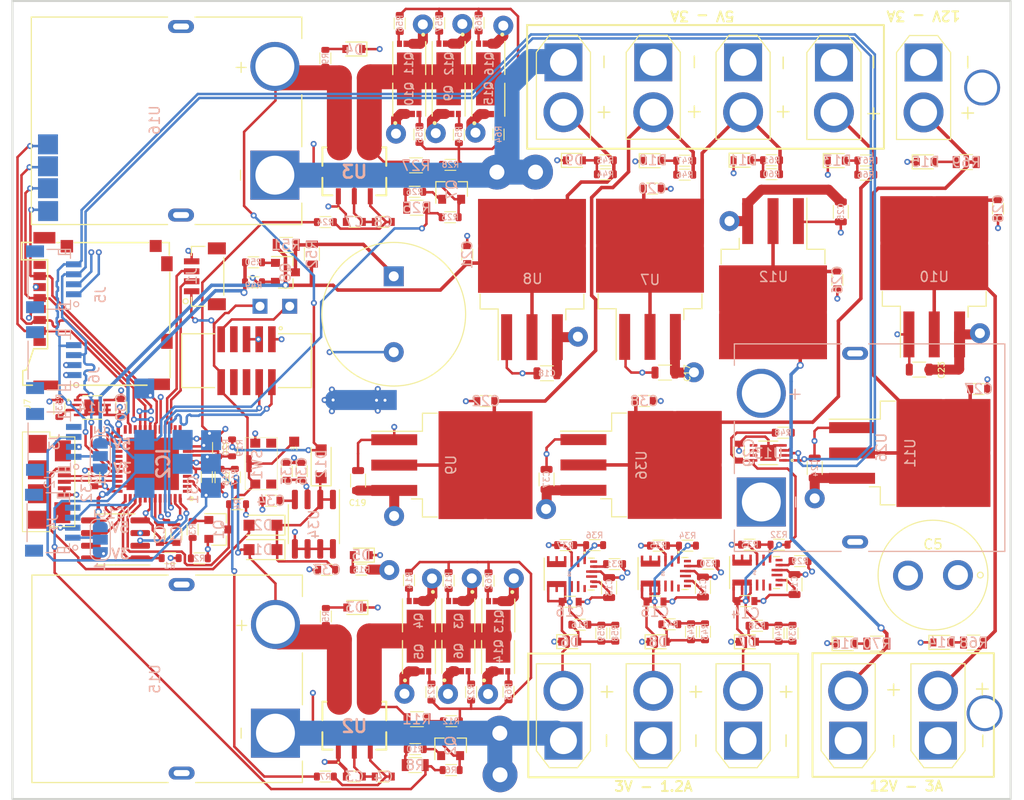
<source format=kicad_pcb>
(kicad_pcb (version 20211014) (generator pcbnew)
  (layers (0 "F.Cu" signal) (1 "In1.Cu" signal) (2 "In2.Cu" signal) (31 "B.Cu" signal) (34 "B.Paste" user) (35 "F.Paste" user) (36 "B.SilkS" user "B.Silkscreen") (37 "F.SilkS" user "F.Silkscreen") (38 "B.Mask" user) (39 "F.Mask" user) (44 "Edge.Cuts" user))
  (net 0 "")
  (net 1 "3-3V_1")
  (net 2 "GND")
  (net 3 "Net-(C2-Pad1)")
  (net 4 "GNDD")
  (net 5 "+3V3")
  (net 6 "Net-(C4-Pad2)")
  (net 7 "+BATT")
  (net 8 "Net-(C8-Pad2)")
  (net 9 "3-3V_2")
  (net 10 "3-3V_3")
  (net 11 "5V_3")
  (net 12 "+5V")
  (net 13 "5V_2")
  (net 14 "12V_3")
  (net 15 "12V_2")
  (net 16 "+12V")
  (net 17 "VUSB")
  (net 18 "Net-(D3-Pad2)")
  (net 19 "Net-(D4-Pad2)")
  (net 20 "Net-(D5-Pad2)")
  (net 21 "Net-(Q13-Pad3)")
  (net 22 "Net-(D7-Pad2)")
  (net 23 "Net-(D8-Pad2)")
  (net 24 "Net-(D9-Pad2)")
  (net 25 "Net-(D10-Pad2)")
  (net 26 "/processor/FLASH_CS")
  (net 27 "/processor/FLASH_MISO")
  (net 28 "/processor/FLASH_MOSI")
  (net 29 "/processor/FLASH_SCK")
  (net 32 "/batt_ctl/BATT_2_CURR")
  (net 34 "/batt_ctl/BATT_1_VSENSE")
  (net 35 "/batt_ctl/BATT_1_CURR")
  (net 36 "/batt_ctl/BATT_2_VSENSE")
  (net 37 "/A0_SENSE")
  (net 42 "/SERIAL1_TX")
  (net 43 "/SERIAL1_RX")
  (net 44 "/MOSI")
  (net 45 "/SCK")
  (net 46 "/MISO")
  (net 48 "/SD_CS")
  (net 50 "/BUZZER")
  (net 51 "/batt_ctl/BATT_1_CTL")
  (net 52 "/batt_ctl/BATT_2_CTL")
  (net 56 "/SDA")
  (net 57 "/SCL")
  (net 58 "/USB_D-")
  (net 59 "/USB_D+")
  (net 60 "/~{RESET_RAW}")
  (net 62 "/SWCLK")
  (net 63 "/SWDIO")
  (net 64 "/A5_SENSE")
  (net 65 "/RESET")
  (net 68 "Net-(P1-Pad1)")
  (net 69 "Net-(Q1-Pad1)")
  (net 70 "Net-(Q2-Pad1)")
  (net 71 "Net-(Q2-Pad3)")
  (net 72 "Net-(Q3-Pad2)")
  (net 73 "Net-(J3-Pad1)")
  (net 75 "Net-(J4-Pad1)")
  (net 76 "Net-(Q5-Pad2)")
  (net 78 "Net-(Q8-Pad1)")
  (net 79 "Net-(Q8-Pad3)")
  (net 80 "Net-(R10-Pad2)")
  (net 81 "Net-(C34-Pad1)")
  (net 82 "Net-(R11-Pad1)")
  (net 83 "Net-(Q4-Pad2)")
  (net 84 "Net-(R29-Pad2)")
  (net 85 "Net-(R30-Pad2)")
  (net 86 "Net-(R31-Pad2)")
  (net 87 "Net-(R32-Pad2)")
  (net 88 "Net-(R34-Pad2)")
  (net 89 "Net-(R36-Pad2)")
  (net 90 "Net-(R48-Pad1)")
  (net 91 "Net-(R53-Pad1)")
  (net 128 "Net-(Q6-Pad2)")
  (net 129 "Net-(Q7-Pad1)")
  (net 130 "Net-(Q7-Pad3)")
  (net 131 "Net-(Q9-Pad2)")
  (net 132 "Net-(Q10-Pad3)")
  (net 133 "Net-(Q10-Pad2)")
  (net 134 "Net-(Q11-Pad2)")
  (net 135 "Net-(Q12-Pad2)")
  (net 136 "Net-(R25-Pad2)")
  (net 137 "Net-(R27-Pad1)")
  (net 138 "Net-(D6-Pad2)")
  (net 139 "Net-(D11-Pad2)")
  (net 140 "BATT_1_PWR")
  (net 141 "BATT_2_PWR")
  (net 142 "Net-(C33-Pad2)")
  (net 143 "Net-(Q13-Pad2)")
  (net 144 "Net-(Q14-Pad2)")
  (net 145 "Net-(Q15-Pad2)")
  (net 146 "Net-(Q16-Pad2)")
  (net 147 "5V_4")
  (net 148 "Net-(D13-Pad2)")
  (net 149 "Net-(D14-Pad2)")
  (net 150 "Net-(D15-Pad2)")
  (net 151 "Net-(D16-Pad2)")
  (footprint "0_misc:plated_hole_3.0x3.6mm" (layer "F.Cu") (at 247.15 108.675)
    (fp_text reference "U28" hide)
    (fp_text value "Mounting-holes" hide)
  )
  (footprint "5_Connectors_AMASS:AMASS_XT30U-F_1x02_P5.0mm_Vertical" (layer "F.Cu") (at 223.2 106.15 -90)
    (fp_text reference "U22" hide)
    (fp_text value "XT90PW-M")
  )
  (footprint "2_Passives_Capacitors_SMD_IPC:C_1608_603_B" (layer "F.Cu") (at 197.425 140.1075 180)
    (fp_text reference "C22")
    (fp_text value "10uF")
  )
  (footprint "2_Passives_Resistors_SMD_IPC:R_1608_603_B" (layer "F.Cu") (at 170.85 147.75 -90)
    (fp_text reference "R18")
    (fp_text value "4k7")
  )
  (footprint "2_Passives_Capacitors_SMD_IPC:C_1608_603_B" (layer "F.Cu") (at 222.79 145.225 -90)
    (fp_text reference "C29")
    (fp_text value "0.1uF")
  )
  (footprint "1_Semi_Discrete_Diodes_SMD:D_0603" (layer "F.Cu") (at 233.425 164.425)
    (fp_text reference "D16")
    (fp_text value "LED")
  )
  (footprint "1_Semi_Discrete_Diodes_SMD:D_0603" (layer "F.Cu") (at 241.45 116.125)
    (fp_text reference "D15")
    (fp_text value "LED")
  )
  (footprint "2_Passives_Resistors_SMD_IPC:R_2012_805_B" (layer "F.Cu") (at 177.425 124.45)
    (fp_text reference "R51")
    (fp_text value "500")
  )
  (footprint "1_Semi_Discrete_Diodes_SMD:D_SOD-123F" (layer "F.Cu") (at 175.1 155 180)
    (fp_text reference "D2")
    (fp_text value "D_Schottky")
  )
  (footprint "2_Passives_Resistors_SMD_IPC:R_1608_603_B" (layer "F.Cu") (at 165.8 155.85 180)
    (fp_text reference "R1")
    (fp_text value "10k")
  )
  (footprint "2_Passives_Resistors_SMD_IPC:R_1608_603_B" (layer "F.Cu") (at 209.4 115.97375 180)
    (fp_text reference "R45")
    (fp_text value "300")
  )
  (footprint "2_Passives_Capacitors_SMD_IPC:C_1608_603_B" (layer "F.Cu") (at 214.1 118.805)
    (fp_text reference "C20")
    (fp_text value "10uF")
  )
  (footprint "5_Connectors_AMASS:AMASS_XT30U-F_1x02_P5.0mm_Vertical" (layer "F.Cu") (at 232.3 106.17 -90)
    (fp_text reference "U35" hide)
    (fp_text value "XT90PW-M")
  )
  (footprint "2_Passives_Resistors_SMD_IPC:R_2012_805_B" (layer "F.Cu") (at 190.5 120.725 180)
    (fp_text reference "R25")
    (fp_text value "500")
  )
  (footprint "2_Passives_Capacitors_SMD_IPC:C_1608_603_B" (layer "F.Cu") (at 223.48 160.155)
    (fp_text reference "C14")
    (fp_text value "10uF")
  )
  (footprint "2_Passives_Resistors_SMD_IPC:R_1608_603_B" (layer "F.Cu") (at 235.49 117.41 180)
    (fp_text reference "R66")
    (fp_text value "300")
  )
  (footprint "2_Passives_Capacitors_SMD_IPC:C_1608_603_B" (layer "F.Cu") (at 158.2 147.8 90)
    (fp_text reference "C32")
    (fp_text value "10uF")
  )
  (footprint "2_Passives_Capacitors_SMD_IPC:C_2012_805_B" (layer "F.Cu") (at 203.51 147.96 90)
    (fp_text reference "C37")
    (fp_text value "10uF")
  )
  (footprint "5_Connectors_misc:header_01x01_tht" (layer "F.Cu") (at 174.8 130.6)
    (fp_text reference "P2" hide)
    (fp_text value "CONN_1" hide)
  )
  (footprint "5_Connectors_AMASS:AMASS_XT30U-F_1x02_P5.0mm_Vertical" (layer "F.Cu") (at 223.2 174.15 90)
    (fp_text reference "U17" hide)
    (fp_text value "XT90PW-M")
  )
  (footprint "2_Passives_Resistors_SMD_IPC:R_2012_805_B" (layer "F.Cu") (at 245.55 116.15)
    (fp_text reference "R69")
    (fp_text value "500")
  )
  (footprint "2_Passives_Capacitors_SMD_IPC:C_2012_805_B" (layer "F.Cu") (at 184.625 148.075 90)
    (fp_text reference "C19")
    (fp_text value "10uF")
  )
  (footprint "2_Passives_Resistors_SMD_IPC:R_1608_603_B" (layer "F.Cu") (at 208.995 163.375 -90)
    (fp_text reference "R59")
    (fp_text value "300")
  )
  (footprint "5_Connectors_misc:Stemma_QT_V" (layer "F.Cu") (at 167.95 127.6 90)
    (fp_text reference "J1")
    (fp_text value "header_01x04")
  )
  (footprint "2_Passives_Capacitors_SMD_IPC:C_2012_805_B" (layer "F.Cu") (at 232.99 121.14 -90)
    (fp_text reference "C25")
    (fp_text value "10uF")
  )
  (footprint "1_Semi_TO_SOT:SOT-23" (layer "F.Cu") (at 170.675 152.975)
    (fp_text reference "Q1")
    (fp_text value "BC847")
  )
  (footprint "1_Semi_TO_SOT:TO-263-3_TabPin2" (layer "F.Cu") (at 226.2 127.84 -90)
    (fp_text reference "U12")
    (fp_text value "LM1085-3.0")
  )
  (footprint "5_Connectors_AMASS:AMASS_XT30U-F_1x02_P5.0mm_Vertical" (layer "F.Cu") (at 205.2 106.15 -90)
    (fp_text reference "U20" hide)
    (fp_text value "XT90PW-M")
  )
  (footprint "1_Semi_TO_SOT:VDFN-8" (layer "F.Cu") (at 189.75 109.8875 90)
    (fp_text reference "Q10")
    (fp_text value "PMOS_SGD")
  )
  (footprint "2_Passives_Resistors_SMD_IPC:R_1608_603_B" (layer "F.Cu") (at 193.875 116.425 180)
    (fp_text reference "R28")
    (fp_text value "1k")
  )
  (footprint "1_Semi_TO_SOT:VDFN-8" (layer "F.Cu") (at 198.675 161.6 -90)
    (fp_text reference "Q13")
    (fp_text value "PMOS_SGD")
  )
  (footprint "2_Passives_Resistors_SMD_IPC:R_1608_603_B" (layer "F.Cu") (at 209.4 117.37375 180)
    (fp_text reference "R44")
    (fp_text value "300")
  )
  (footprint "2_Passives_Resistors_SMD_IPC:R_1608_603_B" (layer "F.Cu") (at 190.35 175 180)
    (fp_text reference "R10")
    (fp_text value "4k7")
  )
  (footprint "2_Passives_Resistors_SMD_IPC:R_1608_603_B" (layer "F.Cu") (at 190.775 113.375 -90)
    (fp_text reference "R55")
    (fp_text value "1k")
  )
  (footprint "1_Semi_TO_SOT:7-LR-PSOF" (layer "F.Cu") (at 184.25 172.7)
    (fp_text reference "U2")
    (fp_text value "ACS781" hide)
  )
  (footprint "2_Passives_Resistors_SMD_IPC:R_1608_603_B" (layer "F.Cu") (at 181.35 177.75)
    (fp_text reference "R7")
    (fp_text value "4k7")
  )
  (footprint "1_Semi_Discrete_Diodes_SMD:D_0603" (layer "F.Cu") (at 206.3 115.97375)
    (fp_text reference "D9")
    (fp_text value "LED")
  )
  (footprint "2_Passives_Resistors_SMD_IPC:R_1608_603_B" (layer "F.Cu") (at 193.975 172.2 180)
    (fp_text reference "R12")
    (fp_text value "1k")
  )
  (footprint "2_Passives_Capacitors_SMD_IPC:C_1608_603_B" (layer "F.Cu") (at 248.74 120.815 -90)
    (fp_text reference "C28")
    (fp_text value "10uF")
  )
  (footprint "1_Semi_TO_SOT:TO-263-3_TabPin2" (layer "F.Cu") (at 213.875 127.9 90)
    (fp_text reference "U7")
    (fp_text value "LM1085-5.0")
  )
  (footprint "2_Passives_Resistors_SMD_IPC:R_1608_603_B" (layer "F.Cu") (at 172 144.8 -90)
    (fp_text reference "R19")
    (fp_text value "22k")
  )
  (footprint "2_Passives_Capacitors_SMD_IPC:C_1608_603_B" (layer "F.Cu") (at 164.775 153.475 -90)
    (fp_text reference "C2")
    (fp_text value "1uF")
  )
  (footprint "5_Connectors_misc:header_01x01_tht" (layer "F.Cu") (at 177.775 130.6)
    (fp_text reference "P1" hide)
    (fp_text value "CONN_1" hide)
  )
  (footprint "2_Passives_Capacitors_SMD_IPC:C_1608_603_B" (layer "F.Cu") (at 181.475 157.025)
    (fp_text reference "C33")
    (fp_text value "1uF")
  )
  (footprint "2_Passives_Capacitors_SMD_IPC:C_1608_603_B" (layer "F.Cu") (at 175.9 150.1 180)
    (fp_text reference "C34")
    (fp_text value "100pF")
  )
  (footprint "2_Passives_Resistors_SMD_IPC:R_2012_805_B" (layer "F.Cu") (at 246.285 164.32)
    (fp_text reference "R68")
    (fp_text value "500")
  )
  (footprint "1_Semi_TO_SOT:VDFN-8" (layer "F.Cu") (at 198.65 165.765 90)
    (fp_text reference "Q14")
    (fp_text value "PMOS_SGD")
  )
  (footprint "1_Semi_Discrete_Diodes_SMD:D_0603" (layer "F.Cu") (at 243.116 164.298)
    (fp_text reference "D14")
    (fp_text value "LED")
  )
  (footprint "2_Passives_Resistors_SMD_IPC:R_1608_603_B" (layer "F.Cu") (at 199.7 169.25 -90)
    (fp_text reference "R63")
    (fp_text value "1k")
  )
  (footprint "1_Semi_TO_SOT:SOT-23" (layer "F.Cu") (at 194 118.875 90)
    (fp_text reference "Q7")
    (fp_text value "BC847")
  )
  (footprint "5_Connectors_AMASS:AMASS_XT30U-F_1x02_P5.0mm_Vertical" (layer "F.Cu") (at 242.725 174.15 90)
    (fp_text reference "U23" hide)
    (fp_text value "XT90PW-M")
  )
  (footprint "2_Passives_Resistors_SMD_IPC:R_1608_603_B" (layer "F.Cu") (at 192.75 102.225 90)
    (fp_text reference "R57")
    (fp_text value "1k")
  )
  (footprint "2_Passives_Resistors_SMD_IPC:R_1608_603_B" (layer "F.Cu") (at 226.05 117.36 180)
    (fp_text reference "R60")
    (fp_text value "300")
  )
  (footprint "0_misc:THT_470uF_Cap" (layer "F.Cu") (at 242.225 157.55 180)
    (fp_text reference "C5")
    (fp_text value "470uF")
  )
  (footprint "2_Passives_Capacitors_SMD_IPC:C_2012_805_B" (layer "F.Cu") (at 203.55 137.325 180)
    (fp_text reference "C18")
    (fp_text value "10uF")
  )
  (footprint "2_Passives_Capacitors_SMD_IPC:C_1608_603_B" (layer "F.Cu") (at 213.3 140.1)
    (fp_text reference "C38")
    (fp_text value "10uF")
  )
  (footprint "5_Connectors_AMASS:AMASS_XT30U-F_1x02_P5.0mm_Vertical" (layer "F.Cu") (at 214.2 174.15 90)
    (fp_text reference "U18" hide)
    (fp_text value "XT90PW-M")
  )
  (footprint "2_Passives_Resistors_SMD_IPC:R_1608_603_B" (layer "F.Cu") (at 172.55 150.45 180)
    (fp_text reference "R4")
    (fp_text value "1k")
  )
  (footprint "2_Passives_Resistors_SMD_IPC:R_1608_603_B" (layer "F.Cu") (at 170.6 144.8 90)
    (fp_text reference "R20")
    (fp_text value "4k7")
  )
  (footprint "5_Connectors_misc:ARM-SWD-10" (layer "F.Cu") (at 178.875 136.060039 -90)
    (fp_text reference "U1")
    (fp_text value "ARM-SWD-10")
  )
  (footprint "2_Passives_Resistors_SMD_IPC:R_1608_603_B" (layer "F.Cu") (at 226.8 154.5 180)
    (fp_text reference "R32")
    (fp_text value "102k")
  )
  (footprint "2_Passives_Resistors_SMD_IPC:R_1608_603_B" (layer "F.Cu") (at 194.725 113.4 -90)
    (fp_text reference "R54")
    (fp_text value "1k")
  )
  (footprint "2_Passives_Resistors_SMD_IPC:R_2012_805_B" (layer "F.Cu") (at 190.425 116.475 180)
    (fp_text reference "R27")
    (fp_text value "500")
  )
  (footprint "2_Passives_Resistors_SMD_IPC:R_1608_603_B" (layer "F.Cu") (at 184.95 157 180)
    (fp_text reference "R15")
    (fp_text value "470")
  )
  (footprint "2_Passives_Resistors_SMD_IPC:R_1608_603_B" (layer "F.Cu") (at 190.3 119.125 180)
    (fp_text reference "R26")
    (fp_text value "4k7")
  )
  (footprint "2_Passives_Resistors_SMD_IPC:R_1608_603_B" (layer "F.Cu") (at 226.05 115.96 180)
    (fp_text reference "R61")
    (fp_text value "300")
  )
  (footprint "1_Semi_TO_SOT:TO-263-3_TabPin2" (layer "F.Cu") (at 242.35 127.65 90)
    (fp_text reference "U10")
    (fp_text value "LM1085-3.0")
  )
  (footprint "2_Passives_Capacitors_SMD_IPC:C_1608_603_B" (layer "F.Cu") (at 246.8 138.9)
    (fp_text reference "C27")
    (fp_text value "10uF")
  )
  (footprint "2_Passives_Capacitors_SMD_IPC:C_1608_603_B" (layer "F.Cu") (at 187.15 177.75)
    (fp_text reference "C4")
    (fp_text value "1uF")
  )
  (footprint "2_Passives_Resistors_SMD_IPC:R_1608_603_B" (layer "F.Cu") (at 235.5 115.99 180)
    (fp_text reference "R67")
    (fp_text value "300")
  )
  (footprint "1_Semi_TO_SOT:7-LR-PSOF" (layer "F.Cu") (at 184.25 117.125)
    (fp_text reference "U3")
    (fp_text value "ACS781" hide)
  )
  (footprint "2_Passives_Resistors_SMD_IPC:R_1608_603_B" (layer "F.Cu") (at 168.05 152.975 -90)
    (fp_text reference "R3")
    (fp_text value "1k")
  )
  (footprint "2_Passives_Resistors_SMD_IPC:R_1608_603_B" (layer "F.Cu") (at 214.725 154.6 180)
    (fp_text reference "R35")
    (fp_text value "32.4k")
  )
  (footprint "2_Passives_Resistors_SMD_IPC:R_1608_603_B" (layer "F.Cu") (at 210.325 156.45 180)
    (fp_text reference "R31")
    (fp_text value "75k")
  )
  (footprint "3_Electromechanical_Buttons_Switches_SMD:KMR243GLFG" (layer "F.Cu") (at 173.7 146.375 90)
    (fp_text reference "SW1")
    (fp_text value "SW_Push")
  )
  (footprint "5_Connectors_AMASS:AMASS_XT90PW-M_Horizontal" (layer "F.Cu") (at 164.25 112 90)
    (fp_text reference "U16")
    (fp_text value "XT90PW-M")
  )
  (footprint "2_Passives_Resistors_SMD_IPC:R_1608_603_B" (layer "F.Cu") (at 217.35 117.41 180)
    (fp_text reference "R46")
    (fp_text value "300")
  )
  (footprint "2_Passives_Resistors_SMD_IPC:R_1608_603_B" (layer "F.Cu") (at 227.225 143.275 180)
    (fp_text reference "R48")
    (fp_text value "10k")
  )
  (footprint "2_Passives_Capacitors_SMD_IPC:C_1608_603_B" (layer "F.Cu") (at 184.25 122.15 180)
    (fp_text reference "C7")
    (fp_text value "0.1uF")
  )
  (footprint "2_Passives_Resistors_SMD_IPC:R_1608_603_B" (layer "F.Cu") (at 174.15 126.2 180)
    (fp_text reference "R50")
    (fp_text value "1k")
  )
  (footprint "2_Passives_Resistors_SMD_IPC:R_1608_603_B" (layer "F.Cu") (at 205.425 154.54825 180)
    (fp_text reference "R37")
    (fp_text value "32.4k")
  )
  (footprint "2_Passives_Capacitors_SMD_IPC:C_1608_603_B" (layer "F.Cu") (at 232.64 127.965 -90)
    (fp_text reference "C26")
    (fp_text value "10uF")
  )
  (footprint "0_misc:plated_hole_3.0x3.6mm" (layer "F.Cu") (at 247.4 171.4)
    (fp_text reference "U27" hide)
    (fp_text value "Mounting-holes" hide)
  )
  (footprint "2_Passives_Resistors_SMD_IPC:R_1608_603_B" (layer "F.Cu") (at 198.7 113.375 -90)
    (fp_text reference "R64")
    (fp_text value "1k")
  )
  (footprint "2_Passives_Capacitors_SMD_IPC:C_2012_805_B" (layer "F.Cu") (at 230.375 146.82 90)
    (fp_text reference "C24")
    (fp_text value "10uF")
  )
  (footprint "2_Passives_Resistors_SMD_IPC:R_1608_603_B" (layer "F.Cu") (at 196.7 102.2 90)
    (fp_text reference "R65")
    (fp_text value "1k")
  )
  (footprint "2_Passives_Resistors_SMD_IPC:R_1608_603_B" (layer "F.Cu") (at 188.8 102.25 90)
    (fp_text reference "R56")
    (fp_text value "1k")
  )
  (footprint "0_misc:test_point_1.0mm_square" (layer "F.Cu") (at 178.225 144.175)
    (fp_text reference "TP1")
    (fp_text value "TEST" hide)
  )
  (footprint "1_Semi_TO_SOT:VDFN-8" (layer "F.Cu") (at 197.675 109.9 90)
    (fp_text reference "Q15")
    (fp_text value "PMOS_SGD")
  )
  (footprint "2_Passives_Resistors_SMD_IPC:R_2012_805_B" (layer "F.Cu") (at 190.35 176.6 180)
    (fp_text reference "R8")
    (fp_text value "500")
  )
  (footprint "2_Passives_Resistors_SMD_IPC:R_1608_603_B" (layer "F.Cu") (at 191.975 169.275 -90)
    (fp_text reference "R21")
    (fp_text value "1k")
  )
  (footprint "2_Passives_Resistors_SMD_IPC:R_1608_603_B" (layer "F.Cu") (at 228.9 156.15 180)
    (fp_text reference "R29")
    (fp_text value "75k")
  )
  (footprint "1_Semi_QFN:QFN50P700X700X90-49N-D" (layer "F.Cu") (at 164.05 146.4 180)
    (fp_text reference "IC2")
    (fp_text value "ATSAMD21G18A-MUT" hide)
  )
  (footprint "2_Passives_Resistors_SMD_IPC:R_1608_603_B" (layer "F.Cu") (at 189.725 158.075 90)
    (fp_text reference "R14")
    (fp_text value "1k")
  )
  (footprint "1_Semi_TO_SOT:TO-263-3_TabPin2" (layer "F.Cu") (at 239.895 145.31)
    (fp_text reference "U11")
    (fp_text value "LM1085-3.0")
  )
  (footprint "1_Semi_TO_SOT:SOT-23" (layer "F.Cu") (at 193.9 174.65 90)
    (fp_text reference "Q2")
    (fp_text value "BC847")
  )
  (footprint "1_Semi_TO_SOT:VDFN-8" (layer "F.Cu") (at 193.7 105.7125 -90)
    (fp_text reference "Q12")
    (fp_text value "PMOS_SGD")
  )
  (footprint "1_Semi_Misc:PCT2075TP_147" (layer "F.Cu") (at 225.72 145.3 180)
    (fp_text reference "U13")
    (fp_text value "PCT2075" hide)
  )
  (footprint "2_Passives_Capacitors_SMD_IPC:C_2012_805_B" (layer "F.Cu") (at 215.375 137.25 180)
    (fp_text reference "C17")
    (fp_text value "10uF")
  )
  (footprint "2_Passives_Capacitors_SMD_IPC:C_1608_603_B" (layer "F.Cu") (at 166.425 153.475 -90)
    (fp_text reference "C1")
    (fp_text value "10uF")
  )
  (footprint "1_Semi_Misc:SOIC-8_3.9x4.9mm_P1.27mm" (layer "F.Cu") (at 160.325 153.975 180)
    (fp_text reference "IC1")
    (fp_text value "GD25Q16CWIGR")
  )
  (footprint "2_Passives_Resistors_SMD_IPC:R_1608_603_B" (layer "F.Cu") (at 219.38 163.235 -90)
    (fp_text reference "R43")
    (fp_text value "300")
  )
  (footprint "2_Passives_Capacitors_SMD_IPC:C_1608_603_B" (layer "F.Cu") (at 214.375 160.2)
    (fp_text reference "C15")
    (fp_text value "10uF")
  )
  (footprint "2_Passives_Capacitors_SMD_IPC:C_2012_805_B" (layer "F.Cu") (at 209.775 158.8 -90)
    (fp_text reference "C13")
    (fp_text value "10uF")
  )
  (footprint "1_Semi_Discrete_Diodes_SMD:D_0603" (layer "F.Cu") (at 232.54 116)
    (fp_text reference "D13")
    (fp_text value "LED")
  )
  (footprint "2_Passives_Resistors_SMD_IPC:R_1608_603_B" (layer "F.Cu") (at 217.98 163.235 -90)
    (fp_text reference "R42")
    (fp_text value "300")
  )
  (footprint "2_Passives_Resistors_SMD_IPC:R_1608_603_B" (layer "F.Cu") (at 193.85 121.675 180)
    (fp_text reference "R23")
    (fp_text value "10k")
  )
  (footprint "2_Passives_Resistors_SMD_IPC:R_1608_603_B" (layer "F.Cu") (at 193.7 158.1 90)
    (fp_text reference "R13")
    (fp_text value "1k")
  )
  (footprint "2_Passives_Capacitors_SMD_IPC:C_1608_603_B" (layer "F.Cu") (at 177.475 147.15 90)
    (fp_text reference "C35")
    (fp_text value "1uF")
  )
  (footprint "2_Passives_Resistors_SMD_IPC:R_1608_603_B" (layer "F.Cu") (at 217.35 116.01 180)
    (fp_text reference "R47")
    (fp_text value "300")
  )
  (footprint "1_Semi_TO_SOT:VDFN-8" (layer "F.Cu") (at 194.675 161.5875 -90)
    (fp_text reference "Q3")
    (fp_text value "PMOS_SGD")
  )
  (footprint "1_Semi_QFN:20-PowerLQFN" (layer "F.Cu") (at 224.35 157.3 -90)
    (fp_text reference "U4")
    (fp_text value "MPM3610")
  )
  (footprint "2_Passives_Capacitors_SMD_IPC:C_1608_603_B" (layer "F.Cu") (at 195.56 125.425 90)
    (fp_text reference "C21")
    (fp_text value "10uF")
  )
  (footprint "5_Connectors_AMASS:AMASS_XT30U-F_1x02_P5.0mm_Vertical" (layer "F.Cu") (at 241.28 106.17 -90)
    (fp_text reference "U24" hide)
    (fp_text value "XT90PW-M")
  )
  (footprint "1_Semi_Discrete_Diodes_SMD:D_0603" (layer "F.Cu") (at 214.1 116.01)
    (fp_text reference "D10")
    (fp_text value "LED")
  )
  (footprint "1_Semi_TO_SOT:SOT-23" (layer "F.Cu") (at 177.35 127.2)
    (fp_text reference "Q8")
    (fp_text value "BC847")
  )
  (footprint "2_Passives_Resistors_SMD_IPC:R_1608_603_B" (layer "F.Cu") (at 208.325 154.54825 180)
    (fp_text reference "R36")
    (fp_text value "102k")
  )
  (footprint "2_Passives_Resistors_SMD_IPC:R_1608_603_B" (layer "F.Cu") (at 197.7 158.125 90)
    (fp_text reference "R62")
    (fp_text value "1k")
  )
  (footprint "1_Semi_Discrete_Diodes_SMD:D_0603" (layer "F.Cu") (at 205.835 164.225)
    (fp_text reference "D6")
    (fp_text value "LED")
  )
  (footprint "5_Connectors_AMASS:AMASS_XT30U-F_1x02_P5.0mm_Vertical" (layer "F.Cu") (at 233.725 174.15 90)
    (fp_text reference "U25" hide)
    (fp_text value "XT90PW-M")
  )
  (footprint "1_Semi_Discrete_Diodes_SMD:D_SOD-123F" (layer "F.Cu") (at 175.1 152.55 180)
    (fp_text reference "D1")
    (fp_text value "D_Schottky")
  )
  (footprint "2_Passives_Resistors_SMD_IPC:R_2012_805_B" (layer "F.Cu") (at 190.525 172 180)
    (fp_text reference "R11")
    (fp_text value "500")
  )
  (footprint "1_Semi_Discrete_Diodes_SMD:D_0603" (layer "F.Cu") (at 184.3 160.8 180)
    (fp_text reference "D3")
    (fp_text value "LED")
  )
  (footprint "2_Passives_Capacitors_SMD_IPC:C_1608_603_B" (layer "F.Cu") (at 205.88 160.23)
    (fp_text reference "C16")
    (fp_text value "10uF")
  )
  (footprint "2_Passives_Resistors_SMD_IPC:R_1608_603_B" (layer "F.Cu") (at 168.725 155.875 180)
    (fp_text reference "R2")
    (fp_text value "10k")
  )
  (footprint "2_Passives_Resistors_SMD_IPC:R_1608_603_B" (layer "F.Cu") (at 226.75 163.385 -90)
    (fp_text reference "R40")
    (fp_text value "300")
  )
  (footprint "1_Semi_QFN:20-PowerLQFN" (layer "F.Cu") (at 205.775 157.45 -90)
    (fp_text reference "U6")
    (fp_text value "MPM3610")
  )
  (footprint "2_Passives_Capacitors_SMD_IPC:C_1608_603_B" (layer "F.Cu") (at 178.975 147.15 90)
    (fp_text reference "C36")
    (fp_text value "10uF")
  )
  (footprint "2_Passives_Resistors_SMD_IPC:R_1608_603_B" (layer "F.Cu") (at 172.275 147.75 90)
    (fp_text reference "R17")
    (fp_text value "22k")
  )
  (footprint "2_Passives_Resistors_SMD_IPC:R_2012_805_B" (layer "F.Cu") (at 180 125.375 90)
    (fp_text reference "R52")
    (fp_text value "500")
  )
  (footprint "2_Passives_Resistors_SMD_IPC:R_2012_805_B" (layer "F.Cu") (at 236.6 164.425)
    (fp_text reference "R70")
    (fp_text value "500")
  )
  (footprint "5_Connectors_Molex:uSDCard_SD_503182_011" (layer "F.Cu") (at 152.1 139 90)
    (fp_text reference "J7")
    (fp_text value "uSDCard" hide)
  )
  (footprint "1_Semi_Discrete_Diodes_SMD:D_0603" (layer "F.Cu") (at 223.635 164.235)
    (fp_text reference "D7")
    (fp_text value "LED")
  )
  (footprint "1_Semi_Misc:PCT2075TP_147" (layer "F.Cu") (at 158 140.75)
    (fp_text reference "U14")
    (fp_text value "PCT2075" hide)
  )
  (footprint "1_Semi_TO_SOT:VDFN-8" (layer "F.Cu") (at 190.725 161.5875 -90)
    (fp_text reference "Q4")
    (fp_text value "PMOS_SGD")
  )
  (footprint "1_Semi_Discrete_Diodes_SMD:D_0603" (layer "F.Cu") (at 223.1 115.96)
    (fp_text reference "D11")
    (fp_text value "LED")
  )
  (footprint "1_Semi_TO_SOT:VDFN-8" (layer "F.Cu") (at 194.675 165.7525 90)
    (fp_text reference "Q6")
    (fp_text value "PMOS_SGD")
  )
  (footprint "2_Passives_Capacitors_SMD_IPC:C_1608_603_B" (layer "F.Cu") (at 160.9 140.75 90)
    (fp_text reference "C30")
    (fp_text value "0.1uF")
  )
  (footprint "2_Passives_Resistors_SMD_IPC:R_1608_603_B" (layer "F.Cu") (at 195.95 169.275 -90)
    (fp_text reference "R22")
    (fp_text value "1k")
  )
  (footprint "2_Passives_Capacitors_SMD_IPC:C_2012_805_B" (layer "F.Cu") (at 240.85 136.95 180)
    (fp_text reference "C23")
    (fp_text value "10uF")
  )
  (footprint "2_Passives_Resistors_SMD_IPC:R_1608_603_B" (layer "F.Cu") (at 181.35 122.1625)
    (fp_text reference "R24")
    (fp_text value "4k7")
  )
  (footprint "2_Passives_Resistors_SMD_IPC:R_1608_603_B" (layer "F.Cu") (at 154.7 140.85 90)
    (fp_text reference "R53")
    (fp_text value "10k")
  )
  (footprint "1_Semi_Discrete_Diodes_SMD:D_0603" (layer "F.Cu") (at 184.95 155.55 180)
    (fp_text reference "D5")
    (fp_text value "LED")
  )
  (footprint "2_Passives_Resistors_SMD_IPC:R_1608_603_B" (layer "F.Cu") (at 219.725 156.4 180)
    (fp_text reference "R30")
    (fp_text value "75k")
  )
  (footprint "5_Connectors_AMASS:AMASS_XT90PW-M_Horizontal" (layer "F.Cu") (at 164.31 167.94 90)
    (fp_text reference "U15")
    (fp_text value "XT90PW-M")
  )
  (footprint "2_Passives_Resistors_SMD_IPC:R_1608_603_B" (layer "F.Cu") (at 174.15 128.2 180)
    (fp_text reference "R49")
    (fp_text value "10k")
  )
  (footprint "2_Passives_Capacitors_SMD_IPC:C_1608_603_B" (layer "F.Cu") (at 187.15 122.15)
    (fp_text reference "C8")
    (fp_text value "1uF")
  )
  (footprint "2_Passives_Capacitors_SMD_IPC:C_1608_603_B" (layer "F.Cu") (at 184.25 177.75 180)
    (fp_text reference "C3")
    (fp_text value "0.1uF")
  )
  (footprint "2_Passives_Capacitors_SMD_IPC:C_2012_805_B" (layer "F.Cu") (at 219.175 158.75 -90)
    (fp_text reference "C12")
    (fp_text value "10uF")
  )
  (footprint "2_Passives_Resistors_SMD_IPC:R_1608_603_B" (layer "F.Cu") (at 217.625 154.59825 180)
    (fp_text reference "R34")
    (fp_text value "102k")
  )
  (footprint "1_Semi_Discrete_Diodes_SMD:D_0603" (layer "F.Cu") (at 184.2 104.81 180)
    (fp_text reference "D4")
    (fp_text value "LED")
  )
  (footprint "5_Connectors_AMASS:AMASS_XT30U-F_1x02_P5.0mm_Vertical" (layer "F.Cu") (at 205.2 174.15 90)
    (fp_text reference "U19" hide)
    (fp_text value "XT90PW-M")
  )
  (footprint "1_Semi_TO_SOT:TO-263-3_TabPin2" (layer "F.Cu") (at 212.98 146.51)
    (fp_text reference "U36")
    (fp_text value "LM1085-5.0")
  )
  (footprint "5_Connectors_AMASS:AMASS_XT30U-F_1x02_P5.0mm_Vertical" (layer "F.Cu") (at 214.2 106.15 -90)
    (fp_text reference "U21" hide)
    (fp_text value "XT90PW-M")
  )
  (footprint "3_Electromechanical_Audio:13-9mm_Buzzer" (layer "F.Cu") (at 188.2 131.4 -90)
    (fp_text reference "SP1" hide)
    (fp_text value "buzzer")
  )
  (footprint "2_Passives_Resistors_SMD_IPC:R_1608_603_B" (layer "F.Cu") (at 223.85 154.5 180)
    (fp_text reference "R33")
    (fp_text value "32.4k")
  )
  (footprint "2_Passives_Resistors_SMD_IPC:R_1608_603_B" (layer "F.Cu") (at 224.6 162.635 180)
    (fp_text reference "R38")
    (fp_text value "300")
  )
  (footprint "5_Connectors_misc:amphenol_micro_usb_no_flange_10118192" (layer "F.Cu") (at 152.5 148.2 -90)
    (fp_text reference "J2")
    (fp_text value "USB_A" hide)
  )
  (footprint "1_Semi_Misc:SOIC-8_3.9x4.9mm_P1.27mm" (layer "F.Cu") (at 180.2 152.45 -90)
    (fp_text reference "U34")
    (fp_text value "AP2213-8_SOIC")
  )
  (footprint "2_Passives_Resistors_SMD_IPC:R_1608_603_B" (layer "F.Cu") (at 215.855 162.485 180)
    (fp_text reference "R41")
    (fp_text value "300")
  )
  (footprint "1_Semi_QFN:20-PowerLQFN" (layer "F.Cu") (at 215.175 157.39825 -90)
    (fp_text reference "U5")
    (fp_text value "MPM3610")
  )
  (footprint "1_Semi_Discrete_Diodes_SMD:D_0603" (layer "F.Cu") (at 214.685 164.235)
    (fp_text reference "D8")
    (fp_text value "LED")
  )
  (footprint "2_Passives_Resistors_SMD_IPC:R_1608_603_B" (layer "F.Cu") (at 193.95 177.1 180)
    (fp_text reference "R6")
    (fp_text value "10k")
  )
  (footprint "1_Semi_TO_SOT:VDFN-8" (layer "F.Cu") (at 197.675 105.7125 -90)
    (fp_text reference "Q16")
    (fp_text value "PMOS_SGD")
  )
  (footprint "1_Semi_TO_SOT:VDFN-8" (layer "F.Cu") (at 193.7 109.8875 90)
    (fp_text reference "Q9")
    (fp_text value "PMOS_SGD")
  )
  (footprint "2_Passives_Resistors_SMD_IPC:R_1608_603_B" (layer "F.Cu") (at 181.35 105.75 90)
    (fp_text reference "R9")
    (fp_text value "470")
  )
  (footprint "1_Semi_TO_SOT:TO-263-3_TabPin2" (layer "F.Cu") (at 202.05 127.925 90)
    (fp_text reference "U8")
    (fp_text value "LM1085-5.0")
  )
  (footprint "2_Passives_Resistors_SMD_IPC:R_1608_603_B" (layer "F.Cu") (at 210.395 163.375 -90)
    (fp_text reference "R58")
    (fp_text value "300")
  )
  (footprint "2_Passives_Capacitors_SMD_IPC:C_1608_603_B" (layer "F.Cu") (at 169.475 147.725 -90)
    (fp_text reference "C31")
    (fp_text value "10uF")
  )
  (footprint "1_Semi_TO_SOT:VDFN-8" (layer "F.Cu") (at 189.75 105.725 -90)
    (fp_text reference "Q11")
    (fp_text value "PMOS_SGD")
  )
  (footprint "2_Passives_Resistors_SMD_IPC:R_1608_603_B" (layer "F.Cu") (at 206.845 162.525 180)
    (fp_text reference "R16")
    (fp_text value "300")
  )
  (footprint "1_Semi_TO_SOT:VDFN-8" (layer "F.Cu") (at 190.725 165.765 90)
    (fp_text reference "Q5")
    (fp_text value "PMOS_SGD")
  )
  (footprint "2_Passives_Resistors_SMD_IPC:R_1608_603_B" (layer "F.Cu") (at 228.15 163.385 -90)
    (fp_text reference "R39")
    (fp_text value "300")
  )
  (footprint "2_Passives_Resistors_SMD_IPC:R_1608_603_B" (layer "F.Cu") (at 181.4 161.7 90)
    (fp_text reference "R5")
    (fp_text value "470")
  )
  (footprint "1_Semi_TO_SOT:TO-263-3_TabPin2" (layer "F.Cu") (at 194.025 146.525)
    (fp_text reference "U9")
    (fp_text value "LM1085-5.0")
  )
  (footprint "2_Passives_Capacitors_SMD_IPC:C_2012_805_B" (layer "F.Cu") (at 228.35 158.5 -90)
    (fp_text reference "C11")
    (fp_text value "10uF")
  )
  (footprint "1_Semi_Discrete_Diodes_SMD:D_SOD-123F" (layer "F.Cu") (at 180.925 146.4 90)
    (fp_text reference "D12")
    (fp_text value "D_Schottky")
  )
  (footprint "0_misc:test_point_2mm_square" (layer "B.Cu") (at 163.2 146.4 180)
    (fp_text reference "TP11" hide)
    (fp_text value "TEST" hide)
  )
  (footprint "5_Connectors_misc:Stemma_QT_2" (layer "B.Cu") (at 154.1 152.3 90)
    (fp_text reference "J4")
    (fp_text value "header_01x04")
  )
  (footprint "5_Connectors_AMASS:AMASS_XT90PW-M_Horizontal" (layer "B.Cu") (at 237.065 144.765 90)
    (fp_text reference "U26")
    (fp_text value "XT90PW-M")
  )
  (footprint "0_misc:SolderJumper-3_P1.3mm_Open_RoundedPad1.0x1.5mm_NumberLabels" (layer "B.Cu") (at 158.8 154 90)
    (fp_text reference "JP2" hide)
    (fp_text value "Jumper_NO_Dual")
  )
  (footprint "0_misc:test_point_2mm_square" (layer "B.Cu") (at 163.2 138.85 180)
    (fp_text reference "TP13" hide)
    (fp_text value "TEST" hide)
  )
  (footprint "0_NetTie:NetTie-2_SMD_Pad2.0mm" (layer "B.Cu") (at 184.3 140)
    (fp_text reference "NT1" hide)
    (fp_text value "net-tie" hide)
  )
  (footprint "0_misc:test_point_2mm_square" (layer "B.Cu") (at 153.56 116.57)
    (fp_text reference "TP5" hide)
    (fp_text value "TEST" hide)
  )
  (footprint "0_misc:test_point_2mm_square" (layer "B.Cu") (at 153.56 118.77)
    (fp_text reference "TP6" hide)
    (fp_text value "TEST" hide)
  )
  (footprint "0_misc:test_point_2mm_square" (layer "B.Cu") (at 169.875 146.4 180)
    (fp_text reference "TP4" hide)
    (fp_text value "TEST" hide)
  )
  (footprint "5_Connectors_misc:Stemma_QT_2" (layer "B.Cu") (at 154.2 144.2 90)
    (fp_text reference "J3")
    (fp_text value "header_01x04")
  )
  (footprint "0_misc:test_point_2mm_square" (layer "B.Cu") (at 169.875 148.8 180)
    (fp_text reference "TP7" hide)
    (fp_text value "TEST" hide)
  )
  (footprint "0_misc:test_point_2mm_square" (layer "B.Cu") (at 153.57 121.06)
    (fp_text reference "TP9" hide)
    (fp_text value "TEST" hide)
  )
  (footprint "0_misc:test_point_2mm_square" (layer "B.Cu") (at 167.05 144 180)
    (fp_text reference "TP12" hide)
    (fp_text value "TEST" hide)
  )
  (footprint "0_misc:test_point_2mm_square" (layer "B.Cu") (at 167.05 146.4 180)
    (fp_text reference "TP3" hide)
    (fp_text value "TEST" hide)
  )
  (footprint "0_misc:test_point_2mm_square" (layer "B.Cu") (at 163.2 144 180)
    (fp_text reference "TP14" hide)
    (fp_text value "TEST" hide)
  )
  (footprint "0_misc:test_point_2mm_square" (layer "B.Cu") (at 153.56 114.37)
    (fp_text reference "TP10" hide)
    (fp_text value "TEST" hide)
  )
  (footprint "0_misc:test_point_2mm_square" (layer "B.Cu") (at 163.225 148.8 180)
    (fp_text reference "TP15" hide)
    (fp_text value "TEST" hide)
  )
  (footprint "0_misc:test_point_2mm_square" (layer "B.Cu") (at 187.5 140 180)
    (fp_text reference "TP16" hide)
    (fp_text value "TEST")
  )
  (footprint "5_Connectors_misc:Stemma_QT_2" (layer "B.Cu") (at 154.2 136 90)
    (fp_text reference "J6")
    (fp_text value "header_01x04")
  )
  (footprint "0_misc:SolderJumper-3_P1.3mm_Open_RoundedPad1.0x1.5mm_NumberLabels" (layer "B.Cu") (at 158.8 145.625 90)
    (fp_text reference "JP1" hide)
    (fp_text value "Jumper_NO_Dual" hide)
  )
  (footprint "0_misc:test_point_2mm_square" (layer "B.Cu") (at 169.9 144.025 180)
    (fp_text reference "TP8" hide)
    (fp_text value "TEST" hide)
  )
  (footprint "5_Connectors_misc:Stemma_QT_2" (layer "B.Cu") (at 154.2 127.9 90)
    (fp_text reference "J5")
    (fp_text value "header_01x04")
  )
  (gr_rect (start 201.68 165.42) (end 228.72 177.82) (layer "F.SilkS") (width 0.2) (fill none))
  (gr_rect (start 201.56 102.41) (end 237.31 114.81) (layer "F.SilkS") (width 0.2) (fill none))
  (gr_rect (start 230.155 165.38) (end 248.325 177.78) (layer "F.SilkS") (width 0.2) (fill none))
  (gr_rect (start 150 100) (end 250 180) (layer "Edge.Cuts") (width 0.2) (fill none))
  (gr_text "3V\n" (at 160.82 155.43) (layer "B.SilkS") (effects (font (size 1 1) (thickness 0.2)) (justify mirror)))
  (gr_text "3V\n" (at 161.02 146.84) (layer "B.SilkS") (effects (font (size 1 1) (thickness 0.2)) (justify mirror)))
  (gr_text "5V\n" (at 160.78 152.79) (layer "B.SilkS") (effects (font (size 1 1) (thickness 0.2)) (justify mirror)))
  (gr_text "5V\n" (at 160.98 144.46) (layer "B.SilkS") (effects (font (size 1 1) (thickness 0.2)) (justify mirror)))
  (gr_text "12V - 3A" (at 241.26 101.49 -180) (layer "F.SilkS") (effects (font (size 1 1) (thickness 0.2))))
  (gr_text "12V - 3A\n" (at 239.565 178.71) (layer "F.SilkS") (effects (font (size 1 1) (thickness 0.2))))
  (gr_text "5V - 3A\n" (at 219.12 101.5 -180) (layer "F.SilkS") (effects (font (size 1 1) (thickness 0.2))))
  (gr_text "3V - 1.2A\n" (at 214.22 178.74) (layer "F.SilkS") (effects (font (size 1 1) (thickness 0.2))))
  (segment (start 222.44 160.155) (end 222.65 160.155) (width 0.25) (layer "F.Cu") (net 1))
  (segment (start 223.46 160.155) (end 223.72 160.155) (width 0.25) (layer "F.Cu") (net 1))
  (segment (start 224.2492 146.4742) (end 224.65 146.875) (width 0.25) (layer "F.Cu") (net 1))
  (segment (start 222.25 158.75) (end 222.25 160.145) (width 0.25) (layer "F.Cu") (net 1))
  (segment (start 227.59 154.515) (end 227.6 154.505) (width 0.25) (layer "F.Cu") (net 1))
  (segment (start 222.25 160.145) (end 222.35 160.245) (width 0.25) (layer "F.Cu") (net 1))
  (segment (start 223.46 161.135) (end 223.46 160.155) (width 0.25) (layer "F.Cu") (net 1))
  (segment (start 223.475 164.8) (end 223.475 163.808959) (width 0.25) (layer "F.Cu") (net 1))
  (segment (start 228.15 162.535) (end 225.52 162.535) (width 0.25) (layer "F.Cu") (net 1))
  (segment (start 222.76 159.935) (end 222.69 159.935) (width 0.25) (layer "F.Cu") (net 1))
  (segment (start 223.95 159.355) (end 223.95 158.75) (width 0.25) (layer "F.Cu") (net 1))
  (segment (start 222.025 145.45) (end 222.025 143.815) (width 0.25) (layer "F.Cu") (net 1))
  (segment (start 222.025 143.815) (end 222.565 143.275) (width 0.25) (layer "F.Cu") (net 1))
  (segment (start 226.81 154.515) (end 227.59 154.515) (width 0.25) (layer "F.Cu") (net 1))
  (segment (start 222.63 160.155) (end 223.46 160.155) (width 0.25) (layer "F.Cu") (net 1))
  (segment (start 223.1 158.75) (end 223.1 159.595) (width 0.25) (layer "F.Cu") (net 1))
  (segment (start 222.565 143.275) (end 226.175 143.275) (width 0.25) (layer "F.Cu") (net 1))
  (segment (start 225.45 162.635) (end 224.96 162.635) (width 0.25) (layer "F.Cu") (net 1))
  (segment (start 223.1 159.595) (end 222.76 159.935) (width 0.25) (layer "F.Cu") (net 1))
  (segment (start 222.5 145.925) (end 222.025 145.45) (width 0.25) (layer "F.Cu") (net 1))
  (segment (start 223.2 169.15) (end 223.2 165.075) (width 0.25) (layer "F.Cu") (net 1))
  (segment (start 222.35 160.245) (end 222.44 160.155) (width 0.25) (layer "F.Cu") (net 1))
  (segment (start 223.72 160.155) (end 223.73 160.165) (width 0.25) (layer "F.Cu") (net 1))
  (segment (start 223.73 159.575) (end 223.95 159.355) (width 0.25) (layer "F.Cu") (net 1))
  (segment (start 225.52 162.535) (end 225.47 162.585) (width 0.25) (layer "F.Cu") (net 1))
  (segment (start 224.2492 146.050001) (end 222.9 146.05) (width 0.25) (layer "F.Cu") (net 1))
  (segment (start 223.475 163.808959) (end 222.625 162.958959) (width 0.25) (layer "F.Cu") (net 1))
  (segment (start 228.45 153.675) (end 227.65 154.475) (width 0.25) (layer "F.Cu") (net 1))
  (segment (start 223.73 160.165) (end 223.73 159.575) (width 0.25) (layer "F.Cu") (net 1))
  (segment (start 224.2492 146.050001) (end 224.2492 146.4742) (width 0.25) (layer "F.Cu") (net 1))
  (segment (start 228.45 147.675) (end 228.45 153.675) (width 0.25) (layer "F.Cu") (net 1))
  (segment (start 224.96 162.635) (end 223.46 161.135) (width 0.25) (layer "F.Cu") (net 1))
  (segment (start 227.65 146.875) (end 228.45 147.675) (width 0.25) (layer "F.Cu") (net 1))
  (segment (start 223.2 165.075) (end 223.475 164.8) (width 0.25) (layer "F.Cu") (net 1))
  (segment (start 222.625 162.958959) (end 222.625 160.175) (width 0.25) (layer "F.Cu") (net 1))
  (segment (start 224.65 146.875) (end 227.65 146.875) (width 0.25) (layer "F.Cu") (net 1))
  (via (at 223.46 160.155) (size 0.6) (drill 0.3) (layers "F.Cu" "B.Cu") (net 1))
  (via (at 226.81 154.515) (size 0.6) (drill 0.3) (layers "F.Cu" "B.Cu") (net 1))
  (segment (start 223.46 160.155) (end 223.46 157.865) (width 0.25) (layer "B.Cu") (net 1))
  (segment (start 223.46 157.865) (end 226.81 154.515) (width 0.25) (layer "B.Cu") (net 1))
  (segment (start 218.15 158.15) (end 217.45 158.15) (width 0.25) (layer "F.Cu") (net 2))
  (segment (start 230.685 142.79) (end 235.265 142.79) (width 0.25) (layer "F.Cu") (net 2))
  (segment (start 222.25 117.26) (end 222.25 115.96) (width 0.25) (layer "F.Cu") (net 2))
  (segment (start 215.425 156.14825) (end 215.425 155.445) (width 0.25) (layer "F.Cu") (net 2))
  (segment (start 203.51 146.96) (end 203.51 145.41) (width 0.25) (layer "F.Cu") (net 2))
  (segment (start 215 155.026041) (end 215 155.02) (width 0.25) (layer "F.Cu") (net 2))
  (segment (start 214.375 137.25) (end 213.1 137.25) (width 0.25) (layer "F.Cu") (net 2))
  (segment (start 185.05 104.81) (end 185.065 104.825) (width 0.25) (layer "F.Cu") (net 2))
  (segment (start 223 154.5) (end 222.065 154.5) (width 0.25) (layer "F.Cu") (net 2))
  (segment (start 215.425 155.445) (end 215.255 155.275) (width 0.25) (layer "F.Cu") (net 2))
  (segment (start 228.35 159.5) (end 228.35 158.855) (width 0.25) (layer "F.Cu") (net 2))
  (segment (start 226.295001 144.549999) (end 226.21 144.635) (width 0.25) (layer "F.Cu") (net 2))
  (segment (start 222.785 164.235) (end 222 164.235) (width 0.25) (layer "F.Cu") (net 2))
  (segment (start 224.33 160.155) (end 225.23 160.155) (width 0.25) (layer "F.Cu") (net 2))
  (segment (start 232.99 122.14) (end 228.89 122.14) (width 0.25) (layer "F.Cu") (net 2))
  (segment (start 215.94 118.835) (end 214.96 118.835) (width 0.25) (layer "F.Cu") (net 2))
  (segment (start 225.24 160.145) (end 225.84 159.545) (width 0.25) (layer "F.Cu") (net 2))
  (segment (start 225.74 143.995) (end 225.74 145.095) (width 0.25) (layer "F.Cu") (net 2))
  (segment (start 213.875 154.6) (end 212.98 154.6) (width 0.25) (layer "F.Cu") (net 2))
  (segment (start 199.525 136.775) (end 199.525 133.775) (width 0.25) (layer "F.Cu") (net 2))
  (segment (start 228.35 158.855) (end 227.56 158.065) (width 0.25) (layer "F.Cu") (net 2))
  (segment (start 216.54 159.79) (end 219.34 159.79) (width 0.25) (layer "F.Cu") (net 2))
  (segment (start 224.6 156.05) (end 224.6 155.415) (width 0.25) (layer "F.Cu") (net 2))
  (segment (start 216.12 160.21) (end 216.54 159.79) (width 0.25) (layer "F.Cu") (net 2))
  (segment (start 185.065 104.825) (end 186.8 104.825) (width 0.25) (layer "F.Cu") (net 2))
  (segment (start 213.835 164.235) (end 213.08 164.235) (width 0.25) (layer "F.Cu") (net 2))
  (segment (start 239.85 136.95) (end 239.85 134.15) (width 0.25) (layer "F.Cu") (net 2))
  (segment (start 195.56 124.575) (end 195.56 123.54) (width 0.25) (layer "F.Cu") (net 2))
  (segment (start 238.66 133.42) (end 238.655 133.415) (width 0.25) (layer "F.Cu") (net 2))
  (segment (start 209.775 159.8) (end 208.04 159.8) (width 0.25) (layer "F.Cu") (net 2))
  (segment (start 241.007 164.298) (end 240.985 164.32) (width 0.25) (layer "F.Cu") (net 2))
  (segment (start 185.8 155.55) (end 186.825 155.55) (width 0.25) (layer "F.Cu") (net 2))
  (segment (start 188.25 143.985) (end 188.25 142.7) (width 0.25) (layer "F.Cu") (net 2))
  (segment (start 223.69 154.505) (end 223 154.505) (width 0.25) (layer "F.Cu") (net 2))
  (segment (start 215.255 155.275) (end 215.248959 155.275) (width 0.25) (layer "F.Cu") (net 2))
  (segment (start 247.675 137.925) (end 247.65 137.95) (width 0.25) (layer "F.Cu") (net 2))
  (segment (start 227.56 158.065) (end 226.72 158.065) (width 0.25) (layer "F.Cu") (net 2))
  (segment (start 238.66 133.425) (end 238.66 133.42) (width 0.25) (layer "F.Cu") (net 2))
  (segment (start 228.89 122.14) (end 228.815 122.215) (width 0.25) (layer "F.Cu") (net 2))
  (segment (start 232.575 164.425) (end 231.675 164.425) (width 0.25) (layer "F.Cu") (net 2))
  (segment (start 205.285709 154.56) (end 204.56 154.56) (width 0.25) (layer "F.Cu") (net 2))
  (segment (start 227.1908 144.549999) (end 226.295001 144.549999) (width 0.25) (layer "F.Cu") (net 2))
  (segment (start 230.355 143.12) (end 230.685 142.79) (width 0.25) (layer "F.Cu") (net 2))
  (segment (start 212 137.25) (end 211.425 136.675) (width 0.25) (layer "F.Cu") (net 2))
  (segment (start 232.64 129.84) (end 232.64 128.815) (width 0.25) (layer "F.Cu") (net 2))
  (segment (start 204.575 115.96375) (end 205.44 115.96375) (width 0.25) (layer "F.Cu") (net 2))
  (segment (start 212.98 154.6) (end 212.97 154.6) (width 0.25) (layer "F.Cu") (net 2))
  (segment (start 209.775 159.8) (end 209.775 159.225) (width 0.25) (layer "F.Cu") (net 2))
  (segment (start 230.355 144.11) (end 230.355 143.12) (width 0.25) (layer "F.Cu") (net 2))
  (segment (start 214.95 140.1) (end 214.15 140.1) (width 0.25) (layer "F.Cu") (net 2))
  (segment (start 200.075 137.325) (end 199.525 136.775) (width 0.25) (layer "F.Cu") (net 2))
  (segment (start 186.795 104.825) (end 186.79 104.82) (width 0.25) (layer "F.Cu") (net 2))
  (segment (start 248.74 121.665) (end 248.74 122.765) (width 0.25) (layer "F.Cu") (net 2))
  (segment (start 214.6 154.62) (end 213.88 154.62) (width 0.25) (layer "F.Cu") (net 2))
  (segment (start 242.266 164.298) (end 241.007 164.298) (width 0.25) (layer "F.Cu") (net 2))
  (segment (start 206.025 156.2) (end 206.025 155.299291) (width 0.25) (layer "F.Cu") (net 2))
  (segment (start 224.6 155.415) (end 223.69 154.505) (width 0.25) (layer "F.Cu") (net 2))
  (segment (start 212.4 116.075) (end 213.24 116.075) (width 0.25) (layer "F.Cu") (net 2))
  (segment (start 203.51 145.41) (end 203.51 144.79) (width 0.25) (layer "F.Cu") (net 2))
  (segment (start 230.375 145.82) (end 230.355 145.8) (width 0.25) (layer "F.Cu") (net 2))
  (segment (start 215.248959 155.275) (end 215 155.026041) (width 0.25) (layer "F.Cu") (net 2))
  (segment (start 202.55 137.325) (end 201.1 137.325) (width 0.25) (layer "F.Cu") (net 2))
  (segment (start 195.4425 140.1075) (end 195.425 140.125) (width 0.25) (layer "F.Cu") (net 2))
  (segment (start 186.825 155.55) (end 186.83 155.55) (width 0.25) (layer "F.Cu") (net 2))
  (segment (start 223.49 143.675) (end 225.42 143.675) (width 0.25) (layer "F.Cu") (net 2))
  (segment (start 215.225 160.2) (end 216.11 160.2) (width 0.25) (layer "F.Cu") (net 2))
  (segment (start 232.99 122.14) (end 232.99 123.215) (width 0.25) (layer "F.Cu") (net 2))
  (segment (start 196.575 140.1075) (end 195.4425 140.1075) (width 0.25) (layer "F.Cu") (net 2))
  (segment (start 222.79 144.375) (end 223.49 143.675) (width 0.25) (layer "F.Cu") (net 2))
  (segment (start 216.11 160.2) (end 216.12 160.21) (width 0.25) (layer "F.Cu") (net 2))
  (segment (start 185.15 160.8) (end 186.6 160.8) (width 0.25) (layer "F.Cu") (net 2))
  (segment (start 215.95 118.825) (end 215.94 118.835) (width 0.25) (layer "F.Cu") (net 2))
  (segment (start 184.625 147.075) (end 184.625 145.375) (width 0.25) (layer "F.Cu") (net 2))
  (segment (start 239.81 133.425) (end 238.66 133.425) (width 0.25) (layer "F.Cu") (net 2))
  (segment (start 225.23 160.155) (end 225.24 160.145) (width 0.25) (layer "F.Cu") (net 2))
  (segment (start 204.985 164.225) (end 204.28 164.225) (width 0.25) (layer "F.Cu") (net 2))
  (segment (start 186.8 104.825) (end 186.795 104.825) (width 0.25) (layer "F.Cu") (net 2))
  (segment (start 219.175 159.175) (end 218.15 158.15) (width 0.25) (layer "F.Cu") (net 2))
  (segment (start 208.79 158.24) (end 208.12 158.24) (width 0.25) (layer "F.Cu") (net 2))
  (segment (start 206.025 155.299291) (end 205.285709 154.56) (width 0.25) (layer "F.Cu") (net 2))
  (segment (start 209.775 159.225) (end 208.79 158.24) (width 0.25) (layer "F.Cu") (net 2))
  (segment (start 211.425 136.675) (end 211.425 133.7) (width 0.25) (layer "F.Cu") (net 2))
  (segment (start 222.065 154.5) (end 222.06 154.505) (width 0.25) (layer "F.Cu") (net 2))
  (segment (start 208.04 159.8) (end 207.61 160.23) (width 0.25) (layer "F.Cu") (net 2))
  (segment (start 213.1 137.25) (end 212 137.25) (width 0.25) (layer "F.Cu") (net 2))
  (segment (start 225.42 143.675) (end 225.74 143.995) (width 0.25) (layer "F.Cu") (net 2))
  (segment (start 184.625 145.375) (end 184.625 144.325) (width 0.25) (layer "F.Cu") (net 2))
  (segment (start 239.85 134.15) (end 239.65 133.95) (width 0.25) (layer "F.Cu") (net 2))
  (segment (start 206.73 160.23) (end 207.61 160.23) (width 0.25) (layer "F.Cu") (net 2))
  (segment (start 204.575 154.54825) (end 203.73175 154.54825) (width 0.25) (layer "F.Cu") (net 2))
  (segment (start 225.84 159.545) (end 228.42 159.545) (width 0.25) (layer "F.Cu") (net 2))
  (segment (start 247.65 137.95) (end 247.65 138.9) (width 0.25) (layer "F.Cu") (net 2))
  (segment (start 219.175 159.75) (end 219.175 159.175) (width 0.25) (layer "F.Cu") (net 2))
  (segment (start 230.355 145.8) (end 230.355 144.11) (width 0.25) (layer "F.Cu") (net 2))
  (segment (start 204.35 143.95) (end 207.21 143.95) (width 0.25) (layer "F.Cu") (net 2))
  (segment (start 231.69 116) (end 231.69 117.42) (width 0.25) (layer "F.Cu") (net 2))
  (segment (start 205.44 115.96375) (end 205.45 115.97375) (width 0.25) (layer "F.Cu") (net 2))
  (segment (start 222.79 144.375) (end 222.79 145.09) (width 0.25) (layer "F.Cu") (net 2))
  (segment (start 184.95 144) (end 187.85 144) (width 0.25) (layer "F.Cu") (net 2))
  (segment (start 201.1 137.325) (end 200.075 137.325) (width 0.25) (layer "F.Cu") (net 2))
  (segment (start 240.6 116.125) (end 239.65 116.125) (width 0.25) (layer "F.Cu") (net 2))
  (segment (start 231.675 164.425) (end 231.625 164.375) (width 0.25) (layer "F.Cu") (net 2))
  (segment (start 215 155.02) (end 214.6 154.62) (width 0.25) (layer "F.Cu") (net 2))
  (segment (start 184.625 144.325) (end 184.95 144) (width 0.25) (layer "F.Cu") (net 2))
  (segment (start 203.51 144.79) (end 204.35 143.95) (width 0.25) (layer "F.Cu") (net 2))
  (via (at 186.6 160.8) (size 0.6) (drill 0.3) (layers "F.Cu" "B.Cu") (net 2))
  (via (at 186.6 138.9) (size 0.6) (drill 0.3) (layers "F.Cu" "B.Cu") (net 2))
  (via (at 222 164.235) (size 0.6) (drill 0.3) (layers "F.Cu" "B.Cu") (net 2))
  (via (at 204.575 115.96375) (size 0.6) (drill 0.3) (layers "F.Cu" "B.Cu") (net 2))
  (via (at 186.79 104.82) (size 0.6) (drill 0.3) (layers "F.Cu" "B.Cu") (net 2))
  (via (at 212.4 116.075) (size 0.6) (drill 0.3) (layers "F.Cu" "B.Cu") (net 2))
  (via (at 248.74 122.765) (size 0.6) (drill 0.3) (layers "F.Cu" "B.Cu") (net 2))
  (via (at 204.28 164.225) (size 0.6) (drill 0.3) (layers "F.Cu" "B.Cu") (net 2))
  (via (at 247.675 137.925) (size 0.6) (drill 0.3) (layers "F.Cu" "B.Cu") (net 2))
  (via (at 231.69 117.42) (size 0.6) (drill 0.3) (layers "F.Cu" "B.Cu") (net 2))
  (via (at 198.85 177.575) (size 3.5) (drill 1.5) (layers "F.Cu" "B.Cu") (net 2))
  (via (at 201.1 137.325) (size 0.6) (drill 0.3) (layers "F.Cu" "B.Cu") (net 2))
  (via (at 186.83 155.55) (size 0.6) (drill 0.3) (layers "F.Cu" "B.Cu") (net 2))
  (via (at 195.425 140.125) (size 0.6) (drill 0.3) (layers "F.Cu" "B.Cu") (net 2))
  (via (at 187.325 140.025) (size 0.6) (drill 0.3) (layers "F.Cu" "B.Cu") (net 2))
  (via (at 216.11 160.2) (size 0.6) (drill 0.3) (layers "F.Cu" "B.Cu") (net 2))
  (via (at 222.06 154.505) (size 0.6) (drill 0.3) (layers "F.Cu" "B.Cu") (net 2))
  (via (at 222.8 145.1) (size 0.6) (drill 0.3) (layers "F.Cu" "B.Cu") (net 2))
  (via (at 203.73175 154.54825) (size 0.6) (drill 0.3) (layers "F.Cu" "B.Cu") (net 2))
  (via (at 213.08 164.235) (size 0.6) (drill 0.3) (layers "F.Cu" "B.Cu") (net 2))
  (via (at 198.535754 117.154369) (size 3.5) (drill 1.5) (layers "F.Cu" "B.Cu") (net 2))
  (via (at 232.99 123.215) (size 0.6) (drill 0.3) (layers "F.Cu" "B.Cu") (net 2))
  (via (at 222.25 117.26) (size 0.6) (drill 0.3) (layers "F.Cu" "B.Cu") (net 2))
  (via (at 215.95 118.825) (size 0.6) (drill 0.3) (layers "F.Cu" "B.Cu") (net 2))
  (via (at 239.65 116.125) (size 0.6) (drill 0.3) (layers "F.Cu" "B.Cu") (net 2))
  (via (at 231.625 164.375) (size 0.6) (drill 0.3) (layers "F.Cu" "B.Cu") (net 2))
  (via (at 212.97 154.6) (size 0.6) (drill 0.3) (layers "F.Cu" "B.Cu") (net 2))
  (via (at 214.95 140.1) (size 0.6) (drill 0.3) (layers "F.Cu" "B.Cu") (net 2))
  (via (at 230.355 144.11) (size 0.6) (drill 0.3) (layers "F.Cu" "B.Cu") (net 2))
  (via (at 198.825 173.4) (size 3.5) (drill 1.5) (layers "F.Cu" "B.Cu") (net 2))
  (via (at 213.1 137.25) (size 0.6) (drill 0.3) (layers "F.Cu" "B.Cu") (net 2))
  (via (at 225.24 160.145) (size 0.6) (drill 0.3) (layers "F.Cu" "B.Cu") (net 2))
  (via (at 203.51 145.41) (size 0.6) (drill 0.3) (layers "F.Cu" "B.Cu") (net 2))
  (via (at 186.475 140.025) (size 0.6) (drill 0.3) (layers "F.Cu" "B.Cu") (net 2))
  (via (at 195.56 123.54) (size 0.6) (drill 0.3) (layers "F.Cu" "B.Cu") (net 2))
  (via (at 202.404369 117.154369) (size 3.5) (drill 1.5) (layers "F.Cu" "B.Cu") (net 2))
  (via (at 186.6 141.07) (size 0.6) (drill 0.3) (layers "F.Cu" "B.Cu") (net 2))
  (via (at 232.64 129.84) (size 0.6) (drill 0.3) (layers "F.Cu" "B.Cu") (net 2))
  (via (at 238.655 133.415) (size 0.6) (drill 0.3) (layers "F.Cu" "B.Cu") (net 2))
  (via (at 188.25 142.7) (size 0.6) (drill 0.3) (layers "F.Cu" "B.Cu") (net 2))
  (via (at 207.61 160.23) (size 0.6) (drill 0.3) (layers "F.Cu" "B.Cu") (net 2))
  (via (at 240.985 164.32) (size 0.6) (drill 0.3) (layers "F.Cu" "B.Cu") (net 2))
  (segment (start 198.825 177.55) (end 198.85 177.575) (width 2.5) (layer "B.Cu") (net 2))
  (segment (start 186.45 140) (end 186.475 140.025) (width 0.25) (layer "B.Cu") (net 2))
  (segment (start 201.95 106.075) (end 205.175 106.075) (width 2.5) (layer "B.Cu") (net 2))
  (segment (start 198.825 173.4) (end 198.825 177.55) (width 2.5) (layer "B.Cu") (net 2))
  (segment (start 186.6 138.9) (end 186.3 139.2) (width 0.25) (layer "B.Cu") (net 2))
  (segment (start 186.3 140.025) (end 187.325 140.025) (width 0.25) (layer "B.Cu") (net 2))
  (segment (start 186.3 140.025) (end 186.475 140.025) (width 0.25) (layer "B.Cu") (net 2))
  (segment (start 204.475 173.4) (end 205.275 174.2) (width 2.5) (layer "B.Cu") (net 2))
  (segment (start 198.535754 117.154369) (end 199.55 116.140123) (width 2.5) (layer "B.Cu") (net 2))
  (segment (start 199.55 108.474999) (end 201.95 106.075) (width 2.5) (layer "B.Cu") (net 2))
  (segment (start 186.3 140.775) (end 186.6 141.075) (width 0.25) (layer "B.Cu") (net 2))
  (segment (start 198.230123 117.46) (end 198.535754 117.154369) (width 2.5) (layer "B.Cu") (net 2))
  (segment (start 176.35 173.4) (end 204.475 173.4) (width 2.5) (layer "B.Cu") (net 2))
  (segment (start 187.5 140) (end 187.35 140) (width 0.25) (layer "B.Cu") (net 2))
  (segment (start 187.35 140) (end 187.325 140.025) (width 0.25) (layer "B.Cu") (net 2))
  (segment (start 186.3 140) (end 186.45 140) (width 0.25) (layer "B.Cu") (net 2))
  (segment (start 186.3 140.025) (end 186.3 140.775) (width 0.25) (layer "B.Cu") (net 2))
  (segment (start 176.29 117.46) (end 198.230123 117.46) (width 2.5) (layer "B.Cu") (net 2))
  (segment (start 186.3 139.2) (end 186.3 140.025) (width 0.25) (layer "B.Cu") (net 2))
  (segment (start 202.404369 117.154369) (end 198.535754 117.154369) (width 2.5) (layer "B.Cu") (net 2))
  (segment (start 199.55 116.140123) (end 199.55 108.474999) (width 2.5) (layer "B.Cu") (net 2))
  (segment (start 186.3 140.025) (end 186.425 140.025) (width 0.25) (layer "B.Cu") (net 2))
  (segment (start 186.6 141.075) (end 186.6 141.07) (width 0.25) (layer "B.Cu") (net 2))
  (segment (start 164.665685 152.625) (end 164.3 152.259315) (width 0.25) (layer "F.Cu") (net 3))
  (segment (start 164.775 152.625) (end 164.665685 152.625) (width 0.25) (layer "F.Cu") (net 3))
  (segment (start 164.3 152.259315) (end 164.3 149.775) (width 0.25) (layer "F.Cu") (net 3))
  (segment (start 164.4495 142.236206) (end 164.3 142.385706) (width 0.25) (layer "F.Cu") (net 4))
  (segment (start 159.949999 141.500001) (end 160.825001 141.500001) (width 0.25) (layer "F.Cu") (net 4))
  (segment (start 185.1 177.65) (end 184.25 176.8) (width 0.25) (layer "F.Cu") (net 4))
  (segment (start 180.6625 118.1125) (end 184.2625 118.1125) (width 0.25) (layer "F.Cu") (net 4))
  (segment (start 184.25 173.75) (end 180.7 173.75) (width 0.25) (layer "F.Cu") (net 4))
  (segment (start 169.5 148.6) (end 170.85 148.6) (width 0.25) (layer "F.Cu") (net 4))
  (segment (start 167.5 147.15) (end 166.1 147.15) (width 0.25) (layer "F.Cu") (net 4))
  (segment (start 164.3 142.385706) (end 164.3 142.95) (width 0.25) (layer "F.Cu") (net 4))
  (segment (start 194.85 175.65) (end 194.2 175.65) (width 0.25) (layer "F.Cu") (net 4))
  (segment (start 164.05 153.05) (end 164.05 152.575) (width 0.25) (layer "F.Cu") (net 4))
  (segment (start 180.625 157.025) (end 179.8 157.025) (width 0.25) (layer "F.Cu") (net 4))
  (segment (start 157.275 147.075) (end 157.27 147.07) (width 0.25) (layer "F.Cu") (net 4))
  (segment (start 185.175 122.15) (end 185.1 122.225) (width 0.25) (layer "F.Cu") (net 4))
  (segment (start 170.6 143.95) (end 170.6 143.643504) (width 0.25) (layer "F.Cu") (net 4))
  (segment (start 157.4005 146.95) (end 157.275 147.0755) (width 0.25) (layer "F.Cu") (net 4))
  (segment (start 165.35 154.325) (end 164.775 154.325) (width 0.25) (layer "F.Cu") (net 4))
  (segment (start 184.225 119.675) (end 184.25 119.65) (width 0.25) (layer "F.Cu") (net 4))
  (segment (start 174.639961 133.910039) (end 174.7 133.85) (width 0.25) (layer "F.Cu") (net 4))
  (segment (start 178.225 146.3) (end 177.5 146.3) (width 0.25) (layer "F.Cu") (net 4))
  (segment (start 174.325 143.35) (end 174.325 144.325) (width 0.25) (layer "F.Cu") (net 4))
  (segment (start 171.334324 142.900276) (end 171.330826 142.896778) (width 0.25) (layer "F.Cu") (net 4))
  (segment (start 174.51047 128.2) (end 175 128.2) (width 0.25) (layer "F.Cu") (net 4))
  (segment (start 194.7 120.4) (end 194.85 120.25) (width 0.25) (layer "F.Cu") (net 4))
  (segment (start 163.825 139.525) (end 163.81 139.54) (width 0.25) (layer "F.Cu") (net 4))
  (segment (start 158.2 146.95) (end 157.4005 146.95) (width 0.25) (layer "F.Cu") (net 4))
  (segment (start 164.3 144.05) (end 164.325 144.075) (width 0.25) (layer "F.Cu") (net 4))
  (segment (start 174.72 133.910039) (end 174.639961 133.910039) (width 0.25) (layer "F.Cu") (net 4))
  (segment (start 170.85 148.6) (end 170.85 149.050498) (width 0.25) (layer "F.Cu") (net 4))
  (segment (start 194.3 119.875) (end 192.5375 118.1125) (width 0.25) (layer "F.Cu") (net 4))
  (segment (start 185.2 177.75) (end 185.15 177.8) (width 0.25) (layer "F.Cu") (net 4))
  (segment (start 155.2 149.5) (end 156.4 149.5) (width 0.25) (layer "F.Cu") (net 4))
  (segment (start 178.295 153.23) (end 178.3 153.225) (width 0.25) (layer "F.Cu") (net 4))
  (segment (start 167.625 125.05) (end 167.625 125.045) (width 0.25) (layer "F.Cu") (net 4))
  (segment (start 171.334324 142.90918) (end 171.334324 142.900276) (width 0.25) (layer "F.Cu") (net 4))
  (segment (start 160.75 140.7) (end 160.76 140.7) (width 0.25) (layer "F.Cu") (net 4))
  (segment (start 170.85 149.050498) (end 171.324502 149.525) (width 0.25) (layer "F.Cu") (net 4))
  (segment (start 194.95 119.875) (end 194.3 119.875) (width 0.25) (layer "F.Cu") (net 4))
  (segment (start 186.3 122.15) (end 185.175 122.15) (width 0.25) (layer "F.Cu") (net 4))
  (segment (start 185.1 122.15) (end 184.225 121.275) (width 0.25) (layer "F.Cu") (net 4))
  (segment (start 178.975 146.3) (end 178.225 146.3) (width 0.25) (layer "F.Cu") (net 4))
  (segment (start 174.07136 127.76089) (end 174.51047 128.2) (width 0.25) (layer "F.Cu") (net 4))
  (segment (start 160.825001 141.500001) (end 160.85 141.525) (width 0.25) (layer "F.Cu") (net 4))
  (segment (start 163.8 150.893331) (end 163.8 149.975) (width 0.25) (layer "F.Cu") (net 4))
  (segment (start 164.3 142.95) (end 164.3 144.05) (width 0.25) (layer "F.Cu") (net 4))
  (segment (start 180.7 173.75) (end 180.1 173.15) (width 0.25) (layer "F.Cu") (net 4))
  (segment (start 184.25 119.575) (end 184.25 118.125) (width 0.25) (layer "F.Cu") (net 4))
  (segment (start 176.35 128.15) (end 175.125 128.15) (width 0.25) (layer "F.Cu") (net 4))
  (segment (start 167.9525 126.1) (end 167.9525 125.3775) (width 0.25) (layer "F.Cu") (net 4))
  (segment (start 178.295 154.925) (end 182.1 154.925) (width 0.25) (layer "F.Cu") (net 4))
  (segment (start 192.3 173.75) (end 186.375 173.75) (width 0.25) (layer "F.Cu") (net 4))
  (segment (start 152.34 128.67) (end 152.35 128.68) (width 0.25) (layer "F.Cu") (net 4))
  (segment (start 175.05 150.1) (end 175.05 151) (width 0.25) (layer "F.Cu") (net 4))
  (segment (start 184.25 118.125) (end 184.2625 118.1125) (width 0.25) (layer "F.Cu") (net 4))
  (segment (start 178.295 154.925) (end 178.295 153.23) (width 0.25) (layer "F.Cu") (net 4))
  (segment (start 164.775 153.775) (end 164.05 153.05) (width 0.25) (layer "F.Cu") (net 4))
  (segment (start 170.6 143.643504) (end 171.334324 142.90918) (width 0.25) (layer "F.Cu") (net 4))
  (segment (start 169.575 154.95) (end 169.575 154.025) (width 0.25) (layer "F.Cu") (net 4))
  (segment (start 186.375 173.75) (end 184.25 173.75) (width 0.25) (layer "F.Cu") (net 4))
  (segment (start 167.9525 125.3775) (end 167.625 125.05) (width 0.25) (layer "F.Cu") (net 4))
  (segment (start 163.349228 151.344103) (end 163.349228 151.825772) (width 0.25) (layer "F.Cu") (net 4))
  (segment (start 171.324502 149.525) (end 171.325 149.525) (width 0.25) (layer "F.Cu") (net 4))
  (segment (start 184.225 121.275) (end 184.225 119.675) (width 0.25) (layer "F.Cu") (net 4))
  (segment (start 179.8 157.025) (end 179.75 156.975) (width 0.25) (layer "F.Cu") (net 4))
  (segment (start 159.4708 140.5208) (end 159.45 140.5) (width 0.25) (layer "F.Cu") (net 4))
  (segment (start 171.325 149.525) (end 171.33 149.53) (width 0.25) (layer "F.Cu") (net 4))
  (segment (start 174.07136 127.76089) (end 174.07136 127.76006) (width 0.25) (layer "F.Cu") (net 4))
  (segment (start 178.225 146.3) (end 178.225 145.775) (width 0.25) (layer "F.Cu") (net 4))
  (segment (start 178.225 145.775) (end 178.21 145.79) (width 0.25) (layer "F.Cu") (net 4))
  (segment (start 180.1 169.35) (end 180.1 169.36) (width 0.25) (layer "F.Cu") (net 4))
  (segment (start 194.2 175.65) (end 192.3 173.75) (width 0.25) (layer "F.Cu") (net 4))
  (segment (start 159.4708 140.5) (end 158.25 140.5) (width 0.25) (layer "F.Cu") (net 4))
  (segment (start 160.6 148.65) (end 161.825 148.65) (width 0.25) (layer "F.Cu") (net 4))
  (segment (start 180.175 114.325) (end 180.175 117.625) (width 0.25) (layer "F.Cu") (net 4))
  (segment (start 174.325 143.35) (end 174.32 143.35) (width 0.25) (layer "F.Cu") (net 4))
  (segment (start 157.275 147.0755) (end 157.275 147.075) (width 0.25) (layer "F.Cu") (net 4))
  (segment (start 160.75 140.7) (end 160.75 141.5) (width 0.25) (layer "F.Cu") (net 4))
  (segment (start 174.07136 127.76006) (end 174.070995 127.759695) (width 0.25) (layer "F.Cu") (net 4))
  (segment (start 184.25 176.8) (end 184.25 174.75) (width 0.25) (layer "F.Cu") (net 4))
  (segment (start 194.8 177.1) (end 194.8 175.825) (width 0.25) (layer "F.Cu") (net 4))
  (segment (start 169.575 154.025) (end 169.6 154) (width 0.25) (layer "F.Cu") (net 4))
  (segment (start 169.575 154.95) (end 169.575 155.85) (width 0.25) (layer "F.Cu") (net 4))
  (segment (start 163.825 139.525) (end 164.4495 140.1495) (width 0.25) (layer "F.Cu") (net 4))
  (segment (start 169.475 148.575) (end 169.5 148.6) (width 0.25) (layer "F.Cu") (net 4))
  (segment (start 175.05 151) (end 175.04 150.99) (width 0.25) (layer "F.Cu") (net 4))
  (segment (start 180.175 117.625) (end 180.6625 118.1125) (width 0.25) (layer "F.Cu") (net 4))
  (segment (start 155.2 149.5) (end 155.2 148.85) (width 0.25) (layer "F.Cu") (net 4))
  (segment (start 180.1 173.15) (end 180.1 169.35) (width 0.25) (layer "F.Cu") (net 4))
  (segment (start 166.425 154.325) (end 165.35 154.325) (width 0.25) (layer "F.Cu") (net 4))
  (segment (start 175.125 128.15) (end 175.1 128.175) (width 0.25) (layer "F.Cu") (net 4))
  (segment (start 159.949999 141.500001) (end 159.4708 141.500001) (width 0.25) (layer "F.Cu") (net 4))
  (segment (start 194.8 175.825) (end 194.725 175.75) (width 0.25) (layer "F.Cu") (net 4))
  (segment (start 159.4708 141.500001) (end 159.4708 140.5208) (width 0.25) (layer "F.Cu") (net 4))
  (segment (start 164.05 152.575) (end 163.475 152) (width 0.25) (layer "F.Cu") (net 4))
  (segment (start 184.25 175.15) (end 184.25 173.75) (width 0.25) (layer "F.Cu") (net 4))
  (segment (start 163.349228 151.344103) (end 163.8 150.893331) (width 0.25) (layer "F.Cu") (net 4))
  (segment (start 186.3 177.75) (end 185.2 177.75) (width 0.25) (layer "F.Cu") (net 4))
  (segment (start 177.5 146.3) (end 177.475 146.325) (width 0.25) (layer "F.Cu") (net 4))
  (segment (start 173.45 133.910039) (end 174.639961 133.910039) (width 0.25) (layer "F.Cu") (net 4))
  (segment (start 194.7 121.675) (end 194.7 120.4) (width 0.25) (layer "F.Cu") (net 4))
  (segment (start 167.625 125.045) (end 167.62 125.04) (width 0.25) (layer "F.Cu") (net 4))
  (segment (start 157.399999 141.500001) (end 157.6 141.3) (width 0.25) (layer "F.Cu") (net 4))
  (segment (start 185.1 177.75) (end 185.1 177.65) (width 0.25) (layer "F.Cu") (net 4))
  (segment (start 156.5292 141.500001) (end 157.399999 141.500001) (width 0.25) (layer "F.Cu") (net 4))
  (segment (start 192.5375 118.1125) (end 184.2625 118.1125) (width 0.25) (layer "F.Cu") (net 4))
  (segment (start 164.4495 140.1495) (end 164.4495 142.236206) (width 0.25) (layer "F.Cu") (net 4))
  (segment (start 164.775 154.325) (end 164.775 153.775) (width 0.25) (layer "F.Cu") (net 4))
  (segment (start 152.7246 128.68) (end 152.35 128.68) (width 0.25) (layer "F.Cu") (net 4))
  (via (at 171.33 149.53) (size 0.6) (drill 0.3) (layers "F.Cu" "B.Cu") (net 4))
  (via (at 155.375 137.5) (size 0.6) (drill 0.3) (layers "F.Cu" "B.Cu") (net 4))
  (via (at 180.175 114.325) (size 0.6) (drill 0.3) (layers "F.Cu" "B.Cu") (net 4))
  (via (at 167.62 125.04) (size 0.6) (drill 0.3) (layers "F.Cu" "B.Cu") (net 4))
  (via (at 179.75 156.975) (size 0.6) (drill 0.3) (layers "F.Cu" "B.Cu") (net 4))
  (via (at 163.81 139.54) (size 0.6) (drill 0.3) (layers "F.Cu" "B.Cu") (net 4))
  (via (at 152.34 128.67) (size 0.6) (drill 0.3) (layers "F.Cu" "B.Cu") (net 4))
  (via (at 174.070995 127.759695) (size 0.6) (drill 0.3) (layers "F.Cu" "B.Cu") (net 4))
  (via (at 169.575 154.95) (size 0.6) (drill 0.3) (layers "F.Cu" "B.Cu") (net 4))
  (via (at 171.330826 142.896778) (size 0.6) (drill 0.3) (layers "F.Cu" "B.Cu") (net 4))
  (via (at 174.639961 133.910039) (size 0.6) (drill 0.3) (layers "F.Cu" "B.Cu") (net 4))
  (via (at 178.21 145.79) (size 0.6) (drill 0.3) (layers "F.Cu" "B.Cu") (net 4))
  (via (at 178.3 153.225) (size 0.6) (drill 0.3) (layers "F.Cu" "B.Cu") (net 4))
  (via (at 154.7995 152.8) (size 0.6) (drill 0.3) (layers "F.Cu" "B.Cu") (net 4))
  (via (at 156.4 149.5) (size 0.6) (drill 0.3) (layers "F.Cu" "B.Cu") (net 4))
  (via (at 180.1 169.36) (size 0.6) (drill 0.3) (layers "F.Cu" "B.Cu") (net 4))
  (via (at 174.32 143.35) (size 0.6) (drill 0.3) (layers "F.Cu" "B.Cu") (net 4))
  (via (at 156.65 144.7) (size 0.6) (drill 0.3) (layers "F.Cu" "B.Cu") (net 4))
  (via (at 157.27 147.07) (size 0.6) (drill 0.3) (layers "F.Cu" "B.Cu") (net 4))
  (via (at 181.27 140) (size 0.6) (drill 0.3) (layers "F.Cu" "B.Cu") (net 4))
  (via (at 158.65 125.19) (size 0.6) (drill 0.3) (layers "F.Cu" "B.Cu") (net 4))
  (via (at 182 141.125) (size 0.6) (drill 0.3) (layers "F.Cu" "B.Cu") (net 4))
  (via (at 160.76 140.7) (size 0.6) (drill 0.3) (layers "F.Cu" "B.Cu") (net 4))
  (via (at 182 138.95) (size 0.6) (drill 0.3) (layers "F.Cu" "B.Cu") (net 4))
  (via (at 175.04 150.99) (size 0.6) (drill 0.3) (layers "F.Cu" "B.Cu") (net 4))
  (via (at 163.349228 151.344103) (size 0.6) (drill 0.3) (layers "F.Cu" "B.Cu") (net 4))
  (via (at 182.125 140) (size 0.6) (drill 0.3) (layers "F.Cu" "B.Cu") (net 4))
  (via (at 181.775 135.2) (size 0.6) (drill 0.3) (layers "F.Cu" "B.Cu") (net 4))
  (segment (start 155.375 137.5) (end 156.1375 137.5) (width 0.25) (layer "B.Cu") (net 4))
  (segment (start 182.3 140) (end 181.275 140) (width 0.25) (layer "B.Cu") (net 4))
  (segment (start 182.3 140.825) (end 182.3 140) (width 0.25) (layer "B.Cu") (net 4))
  (segment (start 156.6125 129.4) (end 156.1375 129.4) (width 0.25) (layer "B.Cu") (net 4))
  (segment (start 188.2 135.2) (end 181.775 135.2) (width 0.25) (layer "B.Cu") (net 4))
  (segment (start 156.1375 144.7) (end 156.65 144.7) (width 0.25) (layer "B.Cu") (net 4))
  (segment (start 182.3 139.25) (end 182 138.95) (width 0.25) (layer "B.Cu") (net 4))
  (segment (start 154.8 152.8) (end 156.0375 152.8) (width 0.25) (layer "B.Cu") (net 4))
  (segment (start 182.3 140) (end 182.3 139.25) (width 0.25) (layer "B.Cu") (net 4))
  (segment (start 154.8 152.8) (end 154.7995 152.8) (width 0.25) (layer "B.Cu") (net 4))
  (segment (start 158.65 125.19) (end 158.65 127.3625) (width 0.25) (layer "B.Cu") (net 4))
  (segment (start 182 141.125) (end 182.3 140.825) (width 0.25) (layer "B.Cu") (net 4))
  (segment (start 182.3 140) (end 182.125 140) (width 0.25) (layer "B.Cu") (net 4))
  (segment (start 181.275 140) (end 181.27 140) (width 0.25) (layer "B.Cu") (net 4))
  (segment (start 158.65 127.3625) (end 156.6125 129.4) (width 0.25) (layer "B.Cu") (net 4))
  (segment (start 166.65 155.85) (end 165.875 155.85) (width 0.25) (layer "F.Cu") (net 5))
  (segment (start 167.987325 146.65) (end 167.375 146.65) (width 0.25) (layer "F.Cu") (net 5))
  (segment (start 175.99 133.910039) (end 176.960039 133.910039) (width 0.25) (layer "F.Cu") (net 5))
  (segment (start 151.653616 131.768518) (end 151.8296 131.592534) (width 0.25) (layer "F.Cu") (net 5))
  (segment (start 159.28 148.6495) (end 159.7805 149.15) (width 0.25) (layer "F.Cu") (net 5))
  (segment (start 158.645 155.88) (end 157.85 155.88) (width 0.25) (layer "F.Cu") (net 5))
  (segment (start 159.7805 149.15) (end 160.6 149.15) (width 0.25) (layer "F.Cu") (net 5))
  (segment (start 153.85 140) (end 154.7 140) (width 0.25) (layer "F.Cu") (net 5))
  (segment (start 160.3 139.9) (end 160.2 140) (width 0.25) (layer "F.Cu") (net 5))
  (segment (start 179.565 149.975) (end 179.565 148.79) (width 0.25) (layer "F.Cu") (net 5))
  (segment (start 173.4 150.45) (end 173.4 151.5) (width 0.25) (layer "F.Cu") (net 5))
  (segment (start 182.65 120.6) (end 181.65 120.6) (width 0.25) (layer "F.Cu") (net 5))
  (segment (start 179.45 148.4) (end 179.05 148) (width 0.25) (layer "F.Cu") (net 5))
  (segment (start 168.237325 146.9) (end 167.987325 146.65) (width 0.25) (layer "F.Cu") (net 5))
  (segment (start 178.85 148) (end 178.925 147.925) (width 0.25) (layer "F.Cu") (net 5))
  (segment (start 164.8495 142.07052) (end 164.8495 139.7005) (width 0.25) (layer "F.Cu") (net 5))
  (segment (start 151.8296 131.592534) (end 151.8296 131.305) (width 0.25) (layer "F.Cu") (net 5))
  (segment (start 165.86 155.85) (end 165.85 155.84) (width 0.25) (layer "F.Cu") (net 5))
  (segment (start 182.65 120.6) (end 182.65 119.5) (width 0.25) (layer "F.Cu") (net 5))
  (segment (start 159.125 155.4) (end 158.645 155.88) (width 0.25) (layer "F.Cu") (net 5))
  (segment (start 151.8296 131.305) (end 152.2546 130.88) (width 0.25) (layer "F.Cu") (net 5))
  (segment (start 151.653616 131.763616) (end 151.65 131.76) (width 0.25) (layer "F.Cu") (net 5))
  (segment (start 152.2546 130.88) (end 152.7246 130.88) (width 0.25) (layer "F.Cu") (net 5))
  (segment (start 183.4 121.35) (end 182.65 120.6) (width 0.25) (layer "F.Cu") (net 5))
  (segment (start 168.375 146.9) (end 168.375 147.634599) (width 0.25) (layer "F.Cu") (net 5))
  (segment (start 159.2495 148.68) (end 158.22 148.68) (width 0.25) (layer "F.Cu") (net 5))
  (segment (start 160.9 139.05) (end 160.89 139.04) (width 0.25) (layer "F.Cu") (net 5))
  (segment (start 183.4 177.75) (end 183.4 177.05) (width 0.35) (layer "F.Cu") (net 5))
  (segment (start 165.675 152.5005) (end 165.6995 152.525) (width 0.25) (layer "F.Cu") (net 5))
  (segment (start 169.45 146.9) (end 168.375 146.9) (width 0.25) (layer "F.Cu") (net 5))
  (segment (start 160.9 139.05) (end 160.9 139.9) (width 0.25) (layer "F.Cu") (net 5))
  (segment (start 164.8 142.95) (end 164.85 142.9) (width 0.25) (layer "F.Cu") (net 5))
  (segment (start 168.375 146.9) (end 168.237325 146.9) (width 0.25) (layer "F.Cu") (net 5))
  (segment (start 159.28 148.6495) (end 159.2495 148.68) (width 0.25) (layer "F.Cu") (net 5))
  (segment (start 164.8745 151.7) (end 165.2245 152.05) (width 0.25) (layer "F.Cu") (net 5))
  (segment (start 165.675 152.05) (end 165.675 152.5005) (width 0.25) (layer "F.Cu") (net 5))
  (segment (start 183.4 177.05) (end 182.65 176.3) (width 0.35) (layer "F.Cu") (net 5))
  (segment (start 153.7 140.15) (end 153.85 140) (width 0.25) (layer "F.Cu") (net 5))
  (segment (start 164.8 151.6255) (end 164.8 149.85) (width 0.25) (layer "F.Cu") (net 5))
  (segment (start 165.875 155.85) (end 165.86 155.85) (width 0.25) (layer "F.Cu") (net 5))
  (segment (start 164.8745 151.7) (end 164.8 151.6255) (width 0.25) (layer "F.Cu") (net 5))
  (segment (start 169.475 146.875) (end 169.45 146.9) (width 0.25) (layer "F.Cu") (net 5))
  (segment (start 177.475 148) (end 178.85 148) (width 0.25) (layer "F.Cu") (net 5))
  (segment (start 164.8495 142.8995) (end 164.8495 142.07052) (width 0.25) (layer "F.Cu") (net 5))
  (segment (start 165.6995 152.525) (end 166.325 152.525) (width 0.25) (layer "F.Cu") (net 5))
  (segment (start 181.3 176.3) (end 181.28 176.28) (width 0.35) (layer "F.Cu") (net 5))
  (segment (start 158.55 154.825) (end 158.125 154.825) (width 0.25) (layer "F.Cu") (net 5))
  (segment (start 182.65 176.3) (end 181.3 176.3) (width 0.35) (layer "F.Cu") (net 5))
  (segment (start 179.565 148.79) (end 179.45 148.675) (width 0.25) (layer "F.Cu") (net 5))
  (segment (start 166.325 152.525) (end 166.425 152.625) (width 0.25) (layer "F.Cu") (net 5))
  (segment (start 151.653616 131.768518) (end 151.653616 131.763616) (width 0.25) (layer "F.Cu") (net 5))
  (segment (start 183.4 122.15) (end 183.4 121.35) (width 0.25) (layer "F.Cu") (net 5))
  (segment (start 160.2 140) (end 159.5 140) (width 0.25) (layer "F.Cu") (net 5))
  (segment (start 159.125 155.4) (end 158.55 154.825) (width 0.25) (layer "F.Cu") (net 5))
  (segment (start 182.65 176.3) (end 182.65 175.15) (width 0.35) (layer "F.Cu") (net 5))
  (segment (start 179.45 148.675) (end 179.45 148.4) (width 0.25) (layer "F.Cu") (net 5))
  (segment (start 160.9 139.9) (end 160.3 139.9) (width 0.25) (layer "F.Cu") (net 5))
  (segment (start 164.85 142.9) (end 164.8495 142.8995) (width 0.25) (layer "F.Cu") (net 5))
  (segment (start 165.2245 152.05) (end 165.675 152.05) (width 0.25) (layer "F.Cu") (net 5))
  (via (at 168.414467 147.663088) (size 0.6) (drill 0.3) (layers "F.Cu" "B.Cu") (net 5))
  (via (at 160.89 139.04) (size 0.6) (drill 0.3) (layers "F.Cu" "B.Cu") (net 5))
  (via (at 159.125 155.4) (size 0.6) (drill 0.3) (layers "F.Cu" "B.Cu") (net 5))
  (via (at 181.28 176.28) (size 0.6) (drill 0.3) (layers "F.Cu" "B.Cu") (net 5))
  (via (at 162.8 153.34) (size 0.6) (drill 0.3) (layers "F.Cu" "B.Cu") (net 5))
  (via (at 153.7 140.15) (size 0.6) (drill 0.3) (layers "F.Cu" "B.Cu") (net 5))
  (via (at 173.4 151.5) (size 0.6) (drill 0.3) (layers "F.Cu" "B.Cu") (net 5))
  (via (at 164.8745 151.7) (size 0.6) (drill 0.3) (layers "F.Cu" "B.Cu") (net 5))
  (via (at 155.375 136.5) (size 0.6) (drill 0.3) (layers "F.Cu" "B.Cu") (net 5))
  (via (at 181.65 120.6) (size 0.6) (drill 0.3) (layers "F.Cu" "B.Cu") (net 5))
  (via (at 151.65 131.76) (size 0.6) (drill 0.3) (layers "F.Cu" "B.Cu") (net 5))
  (via (at 159.28 148.6495) (size 0.6) (drill 0.3) (layers "F.Cu" "B.Cu") (net 5))
  (via (at 165.85 155.84) (size 0.6) (drill 0.3) (layers "F.Cu" "B.Cu") (net 5))
  (via (at 157.899997 125.19) (size 0.6) (drill 0.3) (layers "F.Cu" "B.Cu") (net 5))
  (via (at 179.45 148.675) (size 0.6) (drill 0.3) (layers "F.Cu" "B.Cu") (net 5))
  (via (at 176.960039 133.910039) (size 0.6) (drill 0.3) (layers "F.Cu" "B.Cu") (net 5))
  (via (at 164.8495 139.7005) (size 0.6) (drill 0.3) (layers "F.Cu" "B.Cu") (net 5))
  (segment (start 159.05 148.4195) (end 159.05 147.225) (width 0.25) (layer "B.Cu") (net 5))
  (segment (start 157.900497 125.19) (end 157.899997 125.19) (width 0.25) (layer "B.Cu") (net 5))
  (segment (start 155.375 136.5) (end 156.1375 136.5) (width 0.25) (layer "B.Cu") (net 5))
  (segment (start 157.900497 127.112003) (end 156.6125 128.4) (width 0.25) (layer "B.Cu") (net 5))
  (segment (start 157.900497 125.19) (end 157.900497 127.112003) (width 0.25) (layer "B.Cu") (net 5))
  (segment (start 159.28 148.6495) (end 159.05 148.4195) (width 0.25) (layer "B.Cu") (net 5))
  (segment (start 156.6125 128.4) (end 156.1375 128.4) (width 0.25) (layer "B.Cu") (net 5))
  (segment (start 186.6 178.6) (end 187.45 177.75) (width 0.25) (layer "F.Cu") (net 6))
  (segment (start 187.45 177.75) (end 185.85 176.15) (width 0.25) (layer "F.Cu") (net 6))
  (segment (start 182.2 177.75) (end 183.05 178.6) (width 0.25) (layer "F.Cu") (net 6))
  (segment (start 185.85 176.15) (end 185.85 175.7) (width 0.25) (layer "F.Cu") (net 6))
  (segment (start 183.05 178.6) (end 186.6 178.6) (width 0.25) (layer "F.Cu") (net 6))
  (segment (start 188 177.75) (end 187.45 177.75) (width 0.25) (layer "F.Cu") (net 6))
  (segment (start 204.55 133.9) (end 204.6 133.85) (width 1) (layer "F.Cu") (net 7))
  (segment (start 229.75 156.835) (end 230.11 157.195) (width 0.25) (layer "F.Cu") (net 7))
  (segment (start 188.25 151.61) (end 188.235 151.625) (width 1) (layer "F.Cu") (net 7))
  (segment (start 195.587613 160.1525) (end 195 160.1525) (width 1) (layer "F.Cu") (net 7))
  (segment (start 209.54 157.8) (end 208.94 157.2) (width 0.25) (layer "F.Cu") (net 7))
  (segment (start 187.7 157) (end 187.75 157.05) (width 1) (layer "F.Cu") (net 7))
  (segment (start 196.057881 157.915921) (end 196.057881 159.682232) (width 1) (layer "F.Cu") (net 7))
  (segment (start 218.9325 157.75) (end 218.3325 157.15) (width 0.25) (layer "F.Cu") (net 7))
  (segment (start 184.625 149.075) (end 188.45 149.075) (width 1) (layer "F.Cu") (net 7))
  (segment (start 193.375 111.3225) (end 192.6775 111.3225) (width 1) (layer "F.Cu") (net 7))
  (segment (start 195.975 112.2) (end 195.975 112.789496) (width 1) (layer "F.Cu") (net 7))
  (segment (start 198.055684 167.2) (end 197.576184 167.6795) (width 1) (layer "F.Cu") (net 7))
  (segment (start 244.8 136.95) (end 244.85 136.9) (width 1) (layer "F.Cu") (net 7))
  (segment (start 193.595707 169.425625) (end 193.595707 167.667) (width 1) (layer "F.Cu") (net 7))
  (segment (start 189.272441 169.447441) (end 189.257699 169.447441) (width 1) (layer "F.Cu") (net 7))
  (segment (start 197.576184 169.401184) (end 197.65 169.475) (width 1) (layer "F.Cu") (net 7))
  (segment (start 231.765 118.915) (end 225.04 118.915) (width 1) (layer "F.Cu") (net 7))
  (segment (start 219.175 157.75) (end 220.37 157.75) (width 0.25) (layer "F.Cu") (net 7))
  (segment (start 203.52 150.87) (end 203.46 150.93) (width 1) (layer "F.Cu") (net 7))
  (segment (start 195.45 102.686835) (end 195.45 103.614214) (width 1) (layer "F.Cu") (net 7))
  (segment (start 220.575 156.4) (end 220.575 156.875) (width 0.25) (layer "F.Cu") (net 7))
  (segment (start 229.75 156.735) (end 229.75 156.835) (width 0.25) (layer "F.Cu") (net 7))
  (segment (start 246.805 133.425) (end 246.925 133.305) (width 1) (layer "F.Cu") (net 7))
  (segment (start 228.35 157.5) (end 228.055 157.5) (width 0.25) (layer "F.Cu") (net 7))
  (segment (start 216.375 137.25) (end 218.25 137.25) (width 1) (layer "F.Cu") (net 7))
  (segment (start 192.066379 159.678008) (end 191.591887 160.1525) (width 1) (layer "F.Cu") (net 7))
  (segment (start 229.445 157.5) (end 229.45 157.495) (width 0.25) (layer "F.Cu") (net 7))
  (segment (start 198.325 167.2) (end 198.055684 167.2) (width 1) (layer "F.Cu") (net 7))
  (segment (start 196.057881 159.682232) (end 195.587613 160.1525) (width 1) (layer "F.Cu") (net 7))
  (segment (start 209.775 157.8) (end 209.54 157.8) (width 0.25) (layer "F.Cu") (net 7))
  (segment (start 199.175 103.525) (end 198.4225 104.2775) (width 1) (layer "F.Cu") (net 7))
  (segment (start 204.59 133.7) (end 206.6 133.7) (width 1) (layer "F.Cu") (net 7))
  (segment (start 211.175 156.45) (end 211.175 156.895) (width 0.25) (layer "F.Cu") (net 7))
  (segment (start 200.231635 159.726725) (end 199.79336 160.165) (width 1) (layer "F.Cu") (net 7))
  (segment (start 192.025 112.863477) (end 192.410358 113.248835) (width 1) (layer "F.Cu") (net 7))
  (segment (start 195.45 103.614214) (end 194.786714 104.2775) (width 1) (layer "F.Cu") (net 7))
  (segment (start 244.85 136.9) (end 244.85 133.235) (width 1) (layer "F.Cu") (net 7))
  (segment (start 185.8 157) (end 187.7 157) (width 1) (layer "F.Cu") (net 7))
  (segment (start 219.175 157.75) (end 218.9325 157.75) (width 0.25) (layer "F.Cu") (net 7))
  (segment (start 189.425 111.3225) (end 188.9025 111.3225) (width 1) (layer "F.Cu") (net 7))
  (segment (start 199.175 102.475) (end 199.175 103.525) (width 1) (layer "F.Cu") (net 7))
  (segment (start 188.25 149.065) (end 188.25 151.61) (width 1) (layer "F.Cu") (net 7))
  (segment (start 195.975 112.789496) (end 196.387851 113.202347) (width 1) (layer "F.Cu") (net 7))
  (segment (start 203.56 149.05) (end 203.52 149.09) (width 1) (layer "F.Cu") (net 7))
  (segment (start 191.591887 160.1525) (end 191.05 160.1525) (width 1) (layer "F.Cu") (net 7))
  (segment (start 199.79336 160.165) (end 199 160.165) (width 1) (layer "F.Cu") (net 7))
  (segment (start 229.75 156.735) (end 229.75 156.15) (width 0.25) (layer "F.Cu") (net 7))
  (segment (start 208.94 157.2) (end 207.86 157.2) (width 0.25) (layer "F.Cu") (net 7))
  (segment (start 207.205 149.05) (end 203.56 149.05) (width 1) (layer "F.Cu") (net 7))
  (segment (start 194.075207 167.1875) (end 194.35 167.1875) (width 1) (layer "F.Cu") (net 7))
  (segment (start 192.034478 157.894772) (end 192.066379 157.926673) (width 1) (layer "F.Cu") (net 7))
  (segment (start 218.25 137.25) (end 218.275 137.225) (width 1) (layer "F.Cu") (net 7))
  (segment (start 188.9025 111.3225) (end 188.425 111.8) (width 1) (layer "F.Cu") (net 7))
  (segment (start 220.99 157.29) (end 220.99 157.28) (width 0.25) (layer "F.Cu") (net 7))
  (segment (start 218.3325 157.15) (end 217.42 157.15) (width 0.25) (layer "F.Cu") (net 7))
  (segment (start 193.595707 167.667) (end 194.075207 167.1875) (width 1) (layer "F.Cu") (net 7))
  (segment (start 220.575 156.875) (end 220.99 157.29) (width 0.25) (layer "F.Cu") (net 7))
  (segment (start 204.55 137.325) (end 204.55 133.9) (width 1) (layer "F.Cu") (net 7))
  (segment (start 209.775 157.8) (end 211.08 157.8) (width 0.25) (layer "F.Cu") (net 7))
  (segment (start 195.071964 102.308799) (end 195.45 102.686835) (width 1) (layer "F.Cu") (net 7))
  (segment (start 230.375 147.82) (end 235.685 147.82) (width 1) (layer "F.Cu") (net 7))
  (segment (start 189.257699 169.447441) (end 189.257699 167.657653) (width 1) (layer "F.Cu") (net 7))
  (segment (start 193.635121 169.465039) (end 193.595707 169.425625) (width 1) (layer "F.Cu") (net 7))
  (segment (start 196.84 111.335) (end 195.975 112.2) (width 1) (layer "F.Cu") (net 7))
  (segment (start 198.4225 104.2775) (end 198 104.2775) (width 1) (layer "F.Cu") (net 7))
  (segment (start 211.61 157.33) (end 211.61 157.32) (width 0.25) (layer "F.Cu") (net 7))
  (segment (start 211.08 157.8) (end 211.07 157.8) (width 0.25) (layer "F.Cu") (net 7))
  (segment (start 188.425 111.8) (end 188.425 113.3) (width 1) (layer "F.Cu") (net 7))
  (segment (start 197.35 111.335) (end 196.84 111.335) (width 1) (layer "F.Cu") (net 7))
  (segment (start 189.715352 167.2) (end 190.4 167.2) (width 1) (layer "F.Cu") (net 7))
  (segment (start 227.61 157.055) (end 226.39 157.055) (width 0.25) (layer "F.Cu") (net 7))
  (segment (start 232.99 120.14) (end 231.765 118.915) (width 1) (layer "F.Cu") (net 7))
  (segment (start 192.025 111.975) (end 192.025 112.863477) (width 1) (layer "F.Cu") (net 7))
  (segment (start 230.375 147.82) (end 230.375 149.86) (width 1) (layer "F.Cu") (net 7))
  (segment (start 197.576184 167.6795) (end 197.576184 169.401184) (width 1) (layer "F.Cu") (net 7))
  (segment (start 189.257699 167.657653) (end 189.715352 167.2) (width 1) (layer "F.Cu") (net 7))
  (segment (start 244.89 133.425) (end 246.805 133.425) (width 1) (layer "F.Cu") (net 7))
  (segment (start 192.6775 111.3225) (end 192.025 111.975) (width 1) (layer "F.Cu") (net 7))
  (segment (start 194.786714 104.2775) (end 194.025 104.2775) (width 1) (layer "F.Cu") (net 7))
  (segment (start 203.52 149.09) (end 203.52 150.87) (width 1) (layer "F.Cu") (net 7))
  (segment (start 216.375 137.25) (end 216.375 132.2) (width 1) (layer "F.Cu") (net 7))
  (segment (start 241.85 136.95) (end 244.8 136.95) (width 1) (layer "F.Cu") (net 7))
  (segment (start 206.6 133.7) (end 206.65 133.65) (width 1) (layer "F.Cu") (net 7))
  (segment (start 191.114642 102.351165) (end 191.114642 104.035358) (width 1) (layer "F.Cu") (net 7))
  (segment (start 228.35 157.5) (end 229.445 157.5) (width 0.25) (layer "F.Cu") (net 7))
  (segment (start 223.66 122.065) (end 221.84 122.065) (width 1) (layer "F.Cu") (net 7))
  (segment (start 196.020842 157.878882) (end 196.057881 157.915921) (width 1) (layer "F.Cu") (net 7))
  (segment (start 211.175 156.895) (end 211.61 157.33) (width 0.25) (layer "F.Cu") (net 7))
  (segment (start 223.615 120.34) (end 223.615 122.29) (width 1) (layer "F.Cu") (net 7))
  (segment (start 192.066379 157.926673) (end 192.066379 159.678008) (width 1) (layer "F.Cu") (net 7))
  (segment (start 191.114642 104.035358) (end 190.86 104.29) (width 1) (layer "F.Cu") (net 7))
  (segment (start 190.86 104.29) (end 190.075 104.29) (width 1) (layer "F.Cu") (net 7))
  (segment (start 200.231635 157.881635) (end 200.231635 159.726725) (width 1) (layer "F.Cu") (net 7))
  (segment (start 225.04 118.915) (end 223.615 120.34) (width 1) (layer "F.Cu") (net 7))
  (segment (start 228.055 157.5) (end 227.61 157.055) (width 0.25) (layer "F.Cu") (net 7))
  (via (at 230.11 157.195) (size 0.6) (drill 0.3) (layers "F.Cu" "B.Cu") (net 7))
  (via (at 191.114642 102.351165) (size 2) (drill 1) (layers "F.Cu" "B.Cu") (net 7))
  (via (at 196.387851 113.202347) (size 2) (drill 1) (layers "F.Cu" "B.Cu") (net 7))
  (via (at 195.071964 102.308799) (size 2) (drill 1) (layers "F.Cu" "B.Cu") (net 7))
  (via (at 221.84 122.065) (size 2) (drill 1) (layers "F.Cu" "B.Cu") (net 7))
  (via (at 189.272441 169.447441) (size 2) (drill 1) (layers "F.Cu" "B.Cu") (net 7))
  (via (at 211.07 157.8) (size 0.6) (drill 0.3) (layers "F.Cu" "B.Cu") (net 7))
  (via (at 192.410358 113.248835) (size 2) (drill 1) (layers "F.Cu" "B.Cu") (net 7))
  (via (at 220.99 157.28) (size 0.6) (drill 0.3) (layers "F.Cu" "B.Cu") (net 7))
  (via (at 230.375 149.86) (size 2) (drill 1) (layers "F.Cu" "B.Cu") (net 7))
  (via (at 220.37 157.75) (size 0.6) (drill 0.3) (layers "F.Cu" "B.Cu") (net 7))
  (via (at 246.925 133.305) (size 2) (drill 1) (layers "F.Cu" "B.Cu") (net 7))
  (via (at 188.235 151.625) (size 2) (drill 1) (layers "F.Cu" "B.Cu") (net 7))
  (via (at 196.020842 157.878882) (size 2) (drill 1) (layers "F.Cu" "B.Cu") (net 7))
  (via (at 193.635121 169.465039) (size 2) (drill 1) (layers "F.Cu" "B.Cu") (net 7))
  (via (at 211.61 157.32) (size 0.6) (drill 0.3) (layers "F.Cu" "B.Cu") (net 7))
  (via (at 187.75 157.05) (size 2) (drill 1) (layers "F.Cu" "B.Cu") (net 7))
  (via (at 188.425 113.3) (size 2) (drill 1) (layers "F.Cu" "B.Cu") (net 7))
  (via (at 229.45 157.495) (size 0.6) (drill 0.3) (layers "F.Cu" "B.Cu") (net 7))
  (via (at 199.175 102.475) (size 2) (drill 1) (layers "F.Cu" "B.Cu") (net 7))
  (via (at 206.65 133.65) (size 2) (drill 1) (layers "F.Cu" "B.Cu") (net 7))
  (via (at 218.275 137.225) (size 2) (drill 1) (layers "F.Cu" "B.Cu") (net 7))
  (via (at 197.65 169.475) (size 2) (drill 1) (layers "F.Cu" "B.Cu") (net 7))
  (via (at 200.231635 157.881635) (size 2) (drill 1) (layers "F.Cu" "B.Cu") (net 7))
  (via (at 192.034478 157.894772) (size 2) (drill 1) (layers "F.Cu" "B.Cu") (net 7))
  (via (at 203.46 150.93) (size 2) (drill 1) (layers "F.Cu" "B.Cu") (net 7))
  (segment (start 188 122.15) (end 187.45 122.15) (width 0.25) (layer "F.Cu") (net 8))
  (segment (start 186.775 122.825) (end 182.8625 122.825) (width 0.25) (layer "F.Cu") (net 8))
  (segment (start 187.45 122.15) (end 185.85 120.55) (width 0.25) (layer "F.Cu") (net 8))
  (segment (start 187.45 122.15) (end 186.775 122.825) (width 0.25) (layer "F.Cu") (net 8))
  (segment (start 185.85 120.55) (end 185.85 119.575) (width 0.25) (layer "F.Cu") (net 8))
  (segment (start 182.8625 122.825) (end 182.2 122.1625) (width 0.25) (layer "F.Cu") (net 8))
  (segment (start 214.775 159.395) (end 214.75 159.42) (width 0.25) (layer "F.Cu") (net 9))
  (segment (start 216.705 162.485) (end 216.01 162.485) (width 0.25) (layer "F.Cu") (net 9))
  (segment (start 213.525 160.2) (end 213.86 160.2) (width 0.25) (layer "F.Cu") (net 9))
  (segment (start 218.46 154.6) (end 218.47 154.61) (width 0.25) (layer "F.Cu") (net 9))
  (segment (start 214.775 158.84825) (end 214.775 159.395) (width 0.25) (layer "F.Cu") (net 9))
  (segment (start 213.93 159.42) (end 213.93 160.13) (width 0.25) (layer "F.Cu") (net 9))
  (segment (start 217.66 154.6) (end 218.46 154.6) (width 0.25) (layer "F.Cu") (net 9))
  (segment (start 214.555 164.68) (end 214.555 163.808959) (width 0.25) (layer "F.Cu") (net 9))
  (segment (start 214.555 163.808959) (end 213.525 162.778959) (width 0.25) (layer "F.Cu") (net 9))
  (segment (start 214.35 160.825) (end 214.35 160.2) (width 0.25) (layer "F.Cu") (net 9))
  (segment (start 214.2 165.035) (end 214.555 164.68) (width 0.25) (layer "F.Cu") (net 9))
  (segment (start 214.75 159.42) (end 213.93 159.42) (width 0.25) (layer "F.Cu") (net 9))
  (segment (start 213.525 162.778959) (end 213.525 160.2) (width 0.25) (layer "F.Cu") (net 9))
  (segment (start 213.075 159.785) (end 213.56 160.27) (width 0.25) (layer "F.Cu") (net 9))
  (segment (start 213.93 159.42) (end 213.93 158.91) (width 0.25) (layer "F.Cu") (net 9))
  (segment (start 216.01 162.485) (end 214.35 160.825) (width 0.25) (layer "F.Cu") (net 9))
  (segment (start 213.86 160.2) (end 214.35 160.2) (width 0.25) (layer "F.Cu") (net 9))
  (segment (start 219.38 162.385) (end 216.805 162.385) (width 0.25) (layer "F.Cu") (net 9))
  (segment (start 213.075 158.84825) (end 213.075 159.785) (width 0.25) (layer "F.Cu") (net 9))
  (segment (start 214.2 169.15) (end 214.2 165.035) (width 0.25) (layer "F.Cu") (net 9))
  (segment (start 213.93 160.13) (end 213.86 160.2) (width 0.25) (layer "F.Cu") (net 9))
  (via (at 214.35 160.2) (size 0.6) (drill 0.3) (layers "F.Cu" "B.Cu") (net 9))
  (via (at 217.66 154.6) (size 0.6) (drill 0.3) (layers "F.Cu" "B.Cu") (net 9))
  (segment (start 214.35 157.91) (end 217.66 154.6) (width 0.25) (layer "B.Cu") (net 9))
  (segment (start 214.35 160.2) (end 214.35 157.91) (width 0.25) (layer "B.Cu") (net 9))
  (segment (start 208.32 154.58) (end 209.18 154.58) (width 0.25) (layer "F.Cu") (net 10))
  (segment (start 205.375 158.9) (end 205.375 160.155) (width 0.25) (layer "F.Cu") (net 10))
  (segment (start 207.695 162.525) (end 207.2 162.525) (width 0.25) (layer "F.Cu") (net 10))
  (segment (start 207.695 162.525) (end 210.435 162.525) (width 0.25) (layer "F.Cu") (net 10))
  (segment (start 205.83 161.155) (end 205.83 160.25) (width 0.25) (layer "F.Cu") (net 10))
  (segment (start 205.11 165.275) (end 205.72 164.665) (width 0.25) (layer "F.Cu") (net 10))
  (segment (start 205.45 160.23) (end 205.81 160.23) (width 0.25) (layer "F.Cu") (net 10))
  (segment (start 205.03 160.23) (end 205.45 160.23) (width 0.25) (layer "F.Cu") (net 10))
  (segment (start 205.375 160.155) (end 205.45 160.23) (width 0.25) (layer "F.Cu") (net 10))
  (segment (start 204.745 160.165) (end 204.945 160.165) (width 0.25) (layer "F.Cu") (net 10))
  (segment (start 209.18 154.58) (end 209.19 154.57) (width 0.25) (layer "F.Cu") (net 10))
  (segment (start 205.05 163.128959) (end 205.05 160.25) (width 0.25) (layer "F.Cu") (net 10))
  (segment (start 203.675 158.9) (end 203.675 160.165) (width 0.25) (layer "F.Cu") (net 10))
  (segment (start 205.81 160.23) (end 205.83 160.25) (width 0.25) (layer "F.Cu") (net 10))
  (segment (start 205.72 163.798959) (end 205.05 163.128959) (width 0.25) (layer "F.Cu") (net 10))
  (segment (start 205.72 164.665) (end 205.72 163.798959) (width 0.25) (layer "F.Cu") (net 10))
  (segment (start 205.11 165.275) (end 205.11 168.785) (width 0.25) (layer "F.Cu") (net 10))
  (segment (start 203.675 160.165) (end 204.745 160.165) (width 0.25) (layer "F.Cu") (net 10))
  (segment (start 207.2 162.525) (end 205.83 161.155) (width 0.25) (layer "F.Cu") (net 10))
  (via (at 208.32 154.58) (size 0.6) (drill 0.3) (layers "F.Cu" "B.Cu") (net 10))
  (via (at 205.83 160.25) (size 0.6) (drill 0.3) (layers "F.Cu" "B.Cu") (net 10))
  (segment (start 205.83 160.25) (end 205.83 157.07) (width 0.25) (layer "B.Cu") (net 10))
  (segment (start 205.83 157.07) (end 208.32 154.58) (width 0.25) (layer "B.Cu") (net 10))
  (segment (start 213.875 133.675) (end 213.875 127.1) (width 0.35) (layer "F.Cu") (net 11))
  (segment (start 223.2 111.15) (end 219.1 115.25) (width 0.35) (layer "F.Cu") (net 11))
  (segment (start 226.9 115.96) (end 226.9 114.825) (width 0.35) (layer "F.Cu") (net 11))
  (segment (start 213.25 118.805) (end 213.25 120.755) (width 0.35) (layer "F.Cu") (net 11))
  (segment (start 226.9 114.825) (end 223.275 111.2) (width 0.35) (layer "F.Cu") (net 11))
  (segment (start 213.875 127.1) (end 213.9 127.075) (width 0.35) (layer "F.Cu") (net 11))
  (segment (start 226.9 116.16) (end 226.925 116.135) (width 0.35) (layer "F.Cu") (net 11))
  (segment (start 226.9 117.36) (end 226.9 116.16) (width 0.35) (layer "F.Cu") (net 11))
  (segment (start 219.1 115.25) (end 219.1 120.375) (width 0.35) (layer "F.Cu") (net 11))
  (segment (start 182.6 128.975) (end 182.125 128.5) (width 0.35) (layer "F.Cu") (net 12))
  (segment (start 202.05 126.05) (end 201.925 125.925) (width 0.35) (layer "F.Cu") (net 12))
  (segment (start 203.675 121.325) (end 203.625 121.375) (width 0.35) (layer "F.Cu") (net 12))
  (segment (start 210.25 116) (end 205.25 111) (width 0.35) (layer "F.Cu") (net 12))
  (segment (start 198.725 125.325) (end 198.75 125.3) (width 0.35) (layer "F.Cu") (net 12))
  (segment (start 210.25 117.37375) (end 210.25 116) (width 0.35) (layer "F.Cu") (net 12))
  (segment (start 195.525 126.325) (end 192.875 128.975) (width 0.35) (layer "F.Cu") (net 12))
  (segment (start 179.925 128.5) (end 177.349502 128.5) (width 0.35) (layer "F.Cu") (net 12))
  (segment (start 205.6 119.525) (end 206.97625 118.14875) (width 0.35) (layer "F.Cu") (net 12))
  (segment (start 158.6 151.2045) (end 158.6 149.863459) (width 0.35) (layer "F.Cu") (net 12))
  (segment (start 177.349502 128.5) (end 177.349502 126.249502) (width 0.35) (layer "F.Cu") (net 12))
  (segment (start 179.95 126.325) (end 179.95 128.475) (width 0.35) (layer "F.Cu") (net 12))
  (segment (start 192.875 128.975) (end 182.6 128.975) (width 0.35) (layer "F.Cu") (net 12))
  (segment (start 182.125 128.5) (end 179.925 128.5) (width 0.35) (layer "F.Cu") (net 12))
  (segment (start 205.6 122.125) (end 205.6 119.525) (width 0.35) (layer "F.Cu") (net 12))
  (segment (start 177.349502 125.574502) (end 176.525 124.75) (width 0.35) (layer "F.Cu") (net 12))
  (segment (start 209.57625 118.14875) (end 210.275 117.45) (width 0.35) (layer "F.Cu") (net 12))
  (segment (start 158.6 149.863459) (end 159.008882 149.454577) (width 0.35) (layer "F.Cu") (net 12))
  (segment (start 202.05 133.7) (end 202.05 126.05) (width 0.35) (layer "F.Cu") (net 12))
  (segment (start 195.56 126.275) (end 197.125 126.275) (width 0.35) (layer "F.Cu") (net 12))
  (segment (start 177.349502 126.249502) (end 177.349502 125.574502) (width 0.35) (layer "F.Cu") (net 12))
  (segment (start 206.97625 118.14875) (end 209.57625 118.14875) (width 0.35) (layer "F.Cu") (net 12))
  (via (at 177.349502 128.5) (size 0.7) (drill 0.4) (layers "F.Cu" "B.Cu") (net 12))
  (via (at 158.6 151.2045) (size 0.7) (drill 0.4) (layers "F.Cu" "B.Cu") (net 12))
  (via (at 159.008882 149.454577) (size 0.7) (drill 0.4) (layers "F.Cu" "B.Cu") (net 12))
  (segment (start 159.47 149.44) (end 159.023459 149.44) (width 0.35) (layer "B.Cu") (net 12))
  (segment (start 158.6 151.2045) (end 158.6 152.57) (width 0.35) (layer "B.Cu") (net 12))
  (segment (start 159.85 144.325) (end 160.15 144.625) (width 0.35) (layer "B.Cu") (net 12))
  (segment (start 177.349502 128.5) (end 169.95 128.5) (width 0.35) (layer "B.Cu") (net 12))
  (segment (start 158.8 144.325) (end 159.85 144.325) (width 0.35) (layer "B.Cu") (net 12))
  (segment (start 169.95 128.5) (end 158.8 139.65) (width 0.35) (layer "B.Cu") (net 12))
  (segment (start 158.8 139.65) (end 158.8 144.325) (width 0.35) (layer "B.Cu") (net 12))
  (segment (start 158.6 152.57) (end 158.79 152.76) (width 0.35) (layer "B.Cu") (net 12))
  (segment (start 160.15 144.625) (end 160.15 148.779595) (width 0.35) (layer "B.Cu") (net 12))
  (segment (start 160.130405 148.779595) (end 159.47 149.44) (width 0.35) (layer "B.Cu") (net 12))
  (segment (start 159.023459 149.44) (end 159.008882 149.454577) (width 0.35) (layer "B.Cu") (net 12))
  (segment (start 160.15 148.779595) (end 160.130405 148.779595) (width 0.35) (layer "B.Cu") (net 12))
  (segment (start 218.2 116.06) (end 218.175 116.035) (width 0.35) (layer "F.Cu") (net 13))
  (segment (start 218.2 117.41) (end 218.2 116.06) (width 0.35) (layer "F.Cu") (net 13))
  (segment (start 203.357449 140.1075) (end 208.425 135.039949) (width 0.35) (layer "F.Cu") (net 13))
  (segment (start 208.025 119.69875) (end 209.025 118.69875) (width 0.35) (layer "F.Cu") (net 13))
  (segment (start 218.2 115.15) (end 214.5 111.45) (width 0.35) (layer "F.Cu") (net 13))
  (segment (start 198.275 140.1075) (end 198.275 141.7) (width 0.35) (layer "F.Cu") (net 13))
  (segment (start 211.725 113.75) (end 214.35 111.125) (width 0.35) (layer "F.Cu") (net 13))
  (segment (start 208.025 129.525) (end 208.025 119.69875) (width 0.35) (layer "F.Cu") (net 13))
  (segment (start 210.15125 118.69875) (end 211.725 117.125) (width 0.35) (layer "F.Cu") (net 13))
  (segment (start 218.2 116.01) (end 218.2 115.15) (width 0.35) (layer "F.Cu") (net 13))
  (segment (start 208.425 129.925) (end 208.025 129.525) (width 0.35) (layer "F.Cu") (net 13))
  (segment (start 208.425 135.039949) (end 208.425 129.925) (width 0.35) (layer "F.Cu") (net 13))
  (segment (start 196.5 146.525) (end 196.525 146.55) (width 0.35) (layer "F.Cu") (net 13))
  (segment (start 211.725 117.125) (end 211.725 113.75) (width 0.35) (layer "F.Cu") (net 13))
  (segment (start 188.25 146.525) (end 196.5 146.525) (width 0.35) (layer "F.Cu") (net 13))
  (segment (start 198.275 140.1075) (end 203.357449 140.1075) (width 0.35) (layer "F.Cu") (net 13))
  (segment (start 209.025 118.69875) (end 210.15125 118.69875) (width 0.35) (layer "F.Cu") (net 13))
  (segment (start 237.6 164.775) (end 233.225 169.15) (width 0.35) (layer "F.Cu") (net 14))
  (segment (start 237.6 164.425) (end 237.6 163.425) (width 0.35) (layer "F.Cu") (net 14))
  (segment (start 228.925 136.525) (end 228.925 134.825) (width 0.35) (layer "F.Cu") (net 14))
  (segment (start 226.2 129.72) (end 226.155 129.765) (width 0.35) (layer "F.Cu") (net 14))
  (segment (start 232.64 127.115) (end 230.84 127.115) (width 0.35) (layer "F.Cu") (net 14))
  (segment (start 237.6 163.425) (end 237.025 162.85) (width 0.35) (layer "F.Cu") (net 14))
  (segment (start 237.6 164.425) (end 237.6 164.775) (width 0.35) (layer "F.Cu") (net 14))
  (segment (start 226.2 122.065) (end 226.2 129.72) (width 0.35) (layer "F.Cu") (net 14))
  (segment (start 230.84 127.115) (end 230.8 127.075) (width 0.35) (layer "F.Cu") (net 14))
  (via (at 228.925 136.525) (size 0.7) (drill 0.4) (layers "F.Cu" "B.Cu") (net 14))
  (via (at 237.025 162.85) (size 0.7) (drill 0.4) (layers "F.Cu" "B.Cu") (net 14))
  (segment (start 228.008 153.833) (end 228.008 138.142) (width 0.35) (layer "B.Cu") (net 14))
  (segment (start 228.008 137.442) (end 228.925 136.525) (width 0.35) (layer "B.Cu") (net 14))
  (segment (start 228.008 153.833) (end 237.025 162.85) (width 0.35) (layer "B.Cu") (net 14))
  (segment (start 228.008 138.142) (end 228.008 137.442) (width 0.35) (layer "B.Cu") (net 14))
  (segment (start 236.725 118.775) (end 236.1 119.4) (width 0.35) (layer "F.Cu") (net 15))
  (segment (start 234.12 145.31) (end 239.915 145.31) (width 0.35) (layer "F.Cu") (net 15))
  (segment (start 239.915 145.31) (end 239.945 145.34) (width 0.35) (layer "F.Cu") (net 15))
  (segment (start 245.65 115.59) (end 245.65 116.59) (width 0.35) (layer "F.Cu") (net 15))
  (segment (start 246.55 116.15) (end 245.725 116.15) (width 0.35) (layer "F.Cu") (net 15))
  (segment (start 243.465 118.775) (end 236.725 118.775) (width 0.35) (layer "F.Cu") (net 15))
  (segment (start 245.95 138.9) (end 245.95 140.66) (width 0.35) (layer "F.Cu") (net 15))
  (segment (start 236.1 137.35) (end 239.075 140.325) (width 0.35) (layer "F.Cu") (net 15))
  (segment (start 241.31 111.25) (end 245.65 115.59) (width 0.35) (layer "F.Cu") (net 15))
  (segment (start 245.65 116.59) (end 243.465 118.775) (width 0.35) (layer "F.Cu") (net 15))
  (segment (start 236.1 119.4) (end 236.1 137.35) (width 0.35) (layer "F.Cu") (net 15))
  (segment (start 246.87 145.985) (end 246.835 145.95) (width 0.35) (layer "F.Cu") (net 15))
  (segment (start 243.075 168.75) (end 247.285 164.54) (width 0.35) (layer "F.Cu") (net 16))
  (segment (start 242.35 130.165) (end 242.35 126.955) (width 0.35) (layer "F.Cu") (net 16))
  (segment (start 247.465 119.965) (end 246.89 120.54) (width 0.35) (layer "F.Cu") (net 16))
  (segment (start 248.45 129.6) (end 247.4 128.55) (width 0.35) (layer "F.Cu") (net 16))
  (segment (start 242.35 126.955) (end 242.36 126.945) (width 0.35) (layer "F.Cu") (net 16))
  (segment (start 248.74 119.965) (end 247.465 119.965) (width 0.35) (layer "F.Cu") (net 16))
  (segment (start 247.285 164.54) (end 247.285 164.32) (width 0.35) (layer "F.Cu") (net 16))
  (segment (start 247.285 164.32) (end 248.45 163.155) (width 0.35) (layer "F.Cu") (net 16))
  (segment (start 242.35 133.425) (end 242.35 130.165) (width 0.35) (layer "F.Cu") (net 16))
  (segment (start 243.075 169.075) (end 243.075 168.75) (width 0.35) (layer "F.Cu") (net 16))
  (segment (start 248.45 163.155) (end 248.45 129.6) (width 0.35) (layer "F.Cu") (net 16))
  (segment (start 156.6 156.206041) (end 156.6 155.8) (width 0.25) (layer "F.Cu") (net 17))
  (segment (start 153.75 147.525) (end 154.375 146.9) (width 0.25) (layer "F.Cu") (net 17))
  (segment (start 153.75 152.95) (end 153.75 147.525) (width 0.25) (layer "F.Cu") (net 17))
  (segment (start 173.7 153.35) (end 170.1 156.95) (width 0.25) (layer "F.Cu") (net 17))
  (segment (start 156.6 155.8) (end 153.75 152.95) (width 0.25) (layer "F.Cu") (net 17))
  (segment (start 170.1 156.95) (end 157.343959 156.95) (width 0.25) (layer "F.Cu") (net 17))
  (segment (start 157.343959 156.95) (end 156.6 156.206041) (width 0.25) (layer "F.Cu") (net 17))
  (segment (start 154.375 146.9) (end 155.425 146.9) (width 0.25) (layer "F.Cu") (net 17))
  (segment (start 173.7 152.55) (end 173.7 153.35) (width 0.25) (layer "F.Cu") (net 17))
  (segment (start 181.425 160.8) (end 181.375 160.85) (width 0.25) (layer "F.Cu") (net 18))
  (segment (start 183.45 160.8) (end 181.425 160.8) (width 0.25) (layer "F.Cu") (net 18))
  (segment (start 183.35 104.81) (end 181.465 104.81) (width 0.25) (layer "F.Cu") (net 19))
  (segment (start 181.465 104.81) (end 181.3 104.975) (width 0.25) (layer "F.Cu") (net 19))
  (segment (start 184.1 157) (end 184.1 155.55) (width 0.25) (layer "F.Cu") (net 20))
  (segment (start 189.525 172) (end 189.525 171.8) (width 0.25) (layer "F.Cu") (net 21))
  (segment (start 185.75 163.65) (end 198.775 163.65) (width 2.5) (layer "F.Cu") (net 21))
  (segment (start 186.375 170.775) (end 185.95 170.35) (width 0.25) (layer "F.Cu") (net 21))
  (segment (start 188.5 170.775) (end 186.375 170.775) (width 0.25) (layer "F.Cu") (net 21))
  (segment (start 185.75 170.3) (end 185.75 163.65) (width 2.5) (layer "F.Cu") (net 21))
  (segment (start 189.525 171.8) (end 188.5 170.775) (width 0.25) (layer "F.Cu") (net 21))
  (segment (start 223.75 163.5) (end 223.75 162.665) (width 0.25) (layer "F.Cu") (net 22))
  (segment (start 224.64 164.235) (end 224.63 164.245) (width 0.25) (layer "F.Cu") (net 22))
  (segment (start 228.15 164.235) (end 224.64 164.235) (width 0.25) (layer "F.Cu") (net 22))
  (segment (start 224.485 164.235) (end 223.75 163.5) (width 0.25) (layer "F.Cu") (net 22))
  (segment (start 219.38 164.085) (end 215.955 164.085) (width 0.25) (layer "F.Cu") (net 23))
  (segment (start 215.955 164.085) (end 215.755 164.285) (width 0.25) (layer "F.Cu") (net 23))
  (segment (start 215.535 163.09) (end 215.03 162.585) (width 0.25) (layer "F.Cu") (net 23))
  (segment (start 215.535 164.235) (end 215.535 163.09) (width 0.25) (layer "F.Cu") (net 23))
  (segment (start 208.55 116.02375) (end 208.525 115.99875) (width 0.25) (layer "F.Cu") (net 24))
  (segment (start 208.55 117.37375) (end 208.55 116.02375) (width 0.25) (layer "F.Cu") (net 24))
  (segment (start 207.15 115.97375) (end 208.65 115.97375) (width 0.25) (layer "F.Cu") (net 24))
  (segment (start 216.5 117.41) (end 216.5 115.985) (width 0.25) (layer "F.Cu") (net 25))
  (segment (start 216.5 116.01) (end 215 116.01) (width 0.25) (layer "F.Cu") (net 25))
  (segment (start 215 116.01) (end 214.975 116.035) (width 0.25) (layer "F.Cu") (net 25))
  (segment (start 161.605 155.88) (end 161.075 155.35) (width 0.25) (layer "F.Cu") (net 26))
  (segment (start 161.075 151.565686) (end 162.3 150.340686) (width 0.25) (layer "F.Cu") (net 26))
  (segment (start 162.8 155.88) (end 161.605 155.88) (width 0.25) (layer "F.Cu") (net 26))
  (segment (start 164.95 155.85) (end 162.925 155.85) (width 0.25) (layer "F.Cu") (net 26))
  (segment (start 162.3 150.340686) (end 162.3 149.7) (width 0.25) (layer "F.Cu") (net 26))
  (segment (start 161.075 155.35) (end 161.075 151.565686) (width 0.25) (layer "F.Cu") (net 26))
  (segment (start 167.425761 151.366448) (end 167.425761 151.366347) (width 0.25) (layer "F.Cu") (net 27))
  (segment (start 167.425 151.365687) (end 167.425 150.94882) (width 0.25) (layer "F.Cu") (net 27))
  (segment (start 162.8 154.0895) (end 162.8 154.61) (width 0.25) (layer "F.Cu") (net 27))
  (segment (start 167.425761 151.366347) (end 167.425061 151.365647) (width 0.25) (layer "F.Cu") (net 27))
  (segment (start 166.85 150.37382) (end 166.85 149.875) (width 0.25) (layer "F.Cu") (net 27))
  (segment (start 167.425761 151.366448) (end 167.425 151.365687) (width 0.25) (layer "F.Cu") (net 27))
  (segment (start 167.425 150.94882) (end 166.85 150.37382) (width 0.25) (layer "F.Cu") (net 27))
  (via (at 162.8 154.0895) (size 0.6) (drill 0.3) (layers "F.Cu" "B.Cu") (net 27))
  (via (at 167.425061 151.365647) (size 0.6) (drill 0.3) (layers "F.Cu" "B.Cu") (net 27))
  (segment (start 167.425761 152.049239) (end 167.425761 151.366448) (width 0.25) (layer "B.Cu") (net 27))
  (segment (start 162.8 154.0895) (end 165.3855 154.0895) (width 0.25) (layer "B.Cu") (net 27))
  (segment (start 165.3855 154.0895) (end 167.425761 152.049239) (width 0.25) (layer "B.Cu") (net 27))
  (segment (start 159.431124 151.003922) (end 159.713967 151.286764) (width 0.25) (layer "F.Cu") (net 28))
  (segment (start 159.431125 151.003921) (end 159.431124 151.003922) (width 0.25) (layer "F.Cu") (net 28))
  (segment (start 159.431125 150.579658) (end 159.431124 150.579658) (width 0.25) (layer "F.Cu") (net 28))
  (segment (start 161.3 149.7) (end 161.3 150.125) (width 0.25) (layer "F.Cu") (net 28))
  (segment (start 159.713969 151.711029) (end 159.355 152.07) (width 0.25) (layer "F.Cu") (net 28))
  (segment (start 159.355 152.07) (end 157.85 152.07) (width 0.25) (layer "F.Cu") (net 28))
  (segment (start 161.3 150.125) (end 160.5625 150.8625) (width 0.25) (layer "F.Cu") (net 28))
  (segment (start 159.713967 151.711028) (end 159.713969 151.711029) (width 0.25) (layer "F.Cu") (net 28))
  (segment (start 160.138232 150.8625) (end 159.855388 150.579657) (width 0.25) (layer "F.Cu") (net 28))
  (segment (start 160.138232 150.862501) (end 160.138232 150.8625) (width 0.25) (layer "F.Cu") (net 28))
  (segment (start 160.5625 150.8625) (end 160.562497 150.8625) (width 0.25) (layer "F.Cu") (net 28))
  (arc (start 159.713967 151.286764) (mid 159.801835 151.498896) (end 159.713967 151.711028) (width 0.25) (layer "F.Cu") (net 28))
  (arc (start 160.562497 150.8625) (mid 160.350365 150.950369) (end 160.138232 150.862501) (width 0.25) (layer "F.Cu") (net 28))
  (arc (start 159.431124 150.579658) (mid 159.343257 150.79179) (end 159.431125 151.003921) (width 0.25) (layer "F.Cu") (net 28))
  (arc (start 159.855388 150.579657) (mid 159.643256 150.49179) (end 159.431125 150.579658) (width 0.25) (layer "F.Cu") (net 28))
  (segment (start 157.85 153.34) (end 157.86 153.35) (width 0.25) (layer "F.Cu") (net 29))
  (segment (start 161.8 150.275) (end 161.8 149.775) (width 0.25) (layer "F.Cu") (net 29))
  (segment (start 159.4 153.35) (end 160.675 152.075) (width 0.25) (layer "F.Cu") (net 29))
  (segment (start 160.675 152.075) (end 160.675 151.4) (width 0.25) (layer "F.Cu") (net 29))
  (segment (start 160.675 151.4) (end 161.8 150.275) (width 0.25) (layer "F.Cu") (net 29))
  (segment (start 157.86 153.35) (end 159.4 153.35) (width 0.25) (layer "F.Cu") (net 29))
  (segment (start 169.025 142.625) (end 169.025 128.225) (width 0.25) (layer "F.Cu") (net 32))
  (segment (start 169.75 143.35) (end 169.74 143.34) (width 0.25) (layer "F.Cu") (net 32))
  (segment (start 175.075 122.175) (end 180.425 122.175) (width 0.25) (layer "F.Cu") (net 32))
  (segment (start 169.0755 144.65) (end 169.175 144.5505) (width 0.25) (layer "F.Cu") (net 32))
  (segment (start 167.999314 144.65) (end 169.0755 144.65) (width 0.25) (layer "F.Cu") (net 32))
  (segment (start 169.175 144.5505) (end 169.17 144.5505) (width 0.25) (layer "F.Cu") (net 32))
  (segment (start 167.5 144.65) (end 167.999314 144.65) (width 0.25) (layer "F.Cu") (net 32))
  (segment (start 169.025 128.225) (end 175.075 122.175) (width 0.25) (layer "F.Cu") (net 32))
  (segment (start 169.75 143.35) (end 169.025 142.625) (width 0.25) (layer "F.Cu") (net 32))
  (via (at 169.17 144.5505) (size 0.6) (drill 0.3) (layers "F.Cu" "B.Cu") (net 32))
  (via (at 169.74 143.34) (size 0.6) (drill 0.3) (layers "F.Cu" "B.Cu") (net 32))
  (segment (start 169.9 144.025) (end 169.9 143.5) (width 0.25) (layer "B.Cu") (net 32))
  (segment (start 169.9 143.5) (end 169.75 143.35) (width 0.25) (layer "B.Cu") (net 32))
  (segment (start 170.76 146.9) (end 170.85 146.9) (width 0.25) (layer "F.Cu") (net 34))
  (segment (start 168.425498 146.275) (end 170.135 146.275) (width 0.25) (layer "F.Cu") (net 34))
  (segment (start 170.135 146.275) (end 170.76 146.9) (width 0.25) (layer "F.Cu") (net 34))
  (segment (start 168.300498 146.15) (end 167.5 146.15) (width 0.25) (layer "F.Cu") (net 34))
  (segment (start 170.85 146.9) (end 170.875 146.925) (width 0.25) (layer "F.Cu") (net 34))
  (segment (start 168.425498 146.275) (end 168.300498 146.15) (width 0.25) (layer "F.Cu") (net 34))
  (segment (start 170.875 146.925) (end 172.05 146.925) (width 0.25) (layer "F.Cu") (net 34))
  (via (at 168.425498 146.275) (size 0.6) (drill 0.3) (layers "F.Cu" "B.Cu") (net 34))
  (segment (start 167.425 146.275) (end 167.4 146.3) (width 0.25) (layer "B.Cu") (net 34))
  (segment (start 168.425498 146.275) (end 167.425 146.275) (width 0.25) (layer "B.Cu") (net 34))
  (segment (start 180.5 177.75) (end 175.234 177.75) (width 0.25) (layer "F.Cu") (net 35))
  (segment (start 167.6 145.55) (end 167.5 145.65) (width 0.25) (layer "F.Cu") (net 35))
  (segment (start 172.225 157.675) (end 172.225 157.15) (width 0.25) (layer "F.Cu") (net 35))
  (segment (start 172.225 174.741) (end 172.225 157.675) (width 0.25) (layer "F.Cu") (net 35))
  (segment (start 169.525 145.7) (end 169.375 145.55) (width 0.25) (layer "F.Cu") (net 35))
  (segment (start 169.525 145.7) (end 169.52 145.7) (width 0.25) (layer "F.Cu") (net 35))
  (segment (start 175.234 177.75) (end 172.225 174.741) (width 0.25) (layer "F.Cu") (net 35))
  (segment (start 169.375 145.55) (end 167.6 145.55) (width 0.25) (layer "F.Cu") (net 35))
  (via (at 169.52 145.7) (size 0.6) (drill 0.3) (layers "F.Cu" "B.Cu") (net 35))
  (via (at 172.225 157.15) (size 0.6) (drill 0.3) (layers "F.Cu" "B.Cu") (net 35))
  (segment (start 172.225 157.15) (end 172.025 156.95) (width 0.25) (layer "B.Cu") (net 35))
  (segment (start 172.025 148.55) (end 170.325 146.85) (width 0.25) (layer "B.Cu") (net 35))
  (segment (start 170.325 146.85) (end 170.225 146.85) (width 0.25) (layer "B.Cu") (net 35))
  (segment (start 172.025 156.95) (end 172.025 148.55) (width 0.25) (layer "B.Cu") (net 35))
  (segment (start 168.09 145.125) (end 170.575 145.125) (width 0.25) (layer "F.Cu") (net 36))
  (segment (start 171.95 145.65) (end 171.975 145.625) (width 0.25) (layer "F.Cu") (net 36))
  (segment (start 169.312673 143.875) (end 168.45 143.875) (width 0.25) (layer "F.Cu") (net 36))
  (segment (start 168.065 145.15) (end 168.09 145.125) (width 0.25) (layer "F.Cu") (net 36))
  (segment (start 169.75 144.312327) (end 169.312673 143.875) (width 0.25) (layer "F.Cu") (net 36))
  (segment (start 170.6 145.65) (end 171.95 145.65) (width 0.25) (layer "F.Cu") (net 36))
  (segment (start 170.6 145.65) (end 170.6 145.15) (width 0.25) (layer "F.Cu") (net 36))
  (segment (start 169.75 145.125) (end 169.75 144.312327) (width 0.25) (layer "F.Cu") (net 36))
  (segment (start 168.065 145.15) (end 167.5 145.15) (width 0.25) (layer "F.Cu") (net 36))
  (segment (start 170.575 145.125) (end 170.6 145.15) (width 0.25) (layer "F.Cu") (net 36))
  (via (at 168.45 143.875) (size 0.6) (drill 0.3) (layers "F.Cu" "B.Cu") (net 36))
  (segment (start 167.375 143.875) (end 167.35 143.9) (width 0.25) (layer "B.Cu") (net 36))
  (segment (start 168.45 143.875) (end 167.375 143.875) (width 0.25) (layer "B.Cu") (net 36))
  (segment (start 168.17 148.255) (end 168.17 148.445) (width 0.25) (layer "F.Cu") (net 37))
  (segment (start 169.275 149.55) (end 169.4 149.55) (width 0.25) (layer "F.Cu") (net 37))
  (segment (start 168.065 148.15) (end 168.17 148.255) (width 0.25) (layer "F.Cu") (net 37))
  (segment (start 168.17 148.445) (end 169.275 149.55) (width 0.25) (layer "F.Cu") (net 37))
  (segment (start 167.5 148.15) (end 168.065 148.15) (width 0.25) (layer "F.Cu") (net 37))
  (via (at 169.4 149.55) (size 0.6) (drill 0.3) (layers "F.Cu" "B.Cu") (net 37))
  (segment (start 169.4 150.640685) (end 163.965685 156.075) (width 0.25) (layer "B.Cu") (net 37))
  (segment (start 153.525 155.475) (end 153.525 145.075) (width 0.25) (layer "B.Cu") (net 37))
  (segment (start 153.525 145.075) (end 154.85 143.75) (width 0.25) (layer "B.Cu") (net 37))
  (segment (start 163.965685 156.075) (end 154.125 156.075) (width 0.25) (layer "B.Cu") (net 37))
  (segment (start 154.85 143.75) (end 156.35 143.75) (width 0.25) (layer "B.Cu") (net 37))
  (segment (start 169.4 149.55) (end 169.4 150.640685) (width 0.25) (layer "B.Cu") (net 37))
  (segment (start 154.125 156.075) (end 153.525 155.475) (width 0.25) (layer "B.Cu") (net 37))
  (segment (start 165.8 142.95) (end 165.9 142.85) (width 0.25) (layer "F.Cu") (net 42))
  (segment (start 165.9 142.85) (end 165.9 139.995685) (width 0.25) (layer "F.Cu") (net 42))
  (segment (start 166.85 139.045685) (end 166.85 128.675) (width 0.25) (layer "F.Cu") (net 42))
  (segment (start 165.9 139.995685) (end 166.85 139.045685) (width 0.25) (layer "F.Cu") (net 42))
  (segment (start 166.85 128.675) (end 167.375 128.15) (width 0.25) (layer "F.Cu") (net 42))
  (segment (start 166.95 127.075) (end 167.8 127.075) (width 0.25) (layer "F.Cu") (net 43))
  (segment (start 165.3 142.48) (end 165.5 142.28) (width 0.25) (layer "F.Cu") (net 43))
  (segment (start 165.5 142.28) (end 165.5 139.83) (width 0.25) (layer "F.Cu") (net 43))
  (segment (start 166.45 138.88) (end 166.45 127.575) (width 0.25) (layer "F.Cu") (net 43))
  (segment (start 165.5 139.83) (end 166.45 138.88) (width 0.25) (layer "F.Cu") (net 43))
  (segment (start 166.45 127.575) (end 166.95 127.075) (width 0.25) (layer "F.Cu") (net 43))
  (segment (start 165.3 142.95) (end 165.3 142.48) (width 0.25) (layer "F.Cu") (net 43))
  (segment (start 150.906 131.834075) (end 151.415443 132.343518) (width 0.25) (layer "F.Cu") (net 44))
  (segment (start 154.925 132.025) (end 154.975 132.025) (width 0.25) (layer "F.Cu") (net 44))
  (segment (start 154.975 132.025) (end 155.35 132.025) (width 0.25) (layer "F.Cu") (net 44))
  (segment (start 154.025 132.325) (end 154.025 132.375) (width 0.25) (layer "F.Cu") (net 44))
  (segment (start 163.8745 141.95368) (end 163.8745 142.244814) (width 0.25) (layer "F.Cu") (net 44))
  (segment (start 150.906 117.464) (end 150.906 131.834075) (width 0.25) (layer "F.Cu") (net 44))
  (segment (start 152.2546 131.98) (end 152.7246 131.98) (width 0.25) (layer "F.Cu") (net 44))
  (segment (start 154.625 132.375) (end 154.625 132.325) (width 0.25) (layer "F.Cu") (net 44))
  (segment (start 151.71 116.66) (end 150.906 117.464) (width 0.25) (layer "F.Cu") (net 44))
  (segment (start 163.8 142.319314) (end 163.8 142.95) (width 0.25) (layer "F.Cu") (net 44))
  (segment (start 151.415443 132.343518) (end 151.891082 132.343518) (width 0.25) (layer "F.Cu") (net 44))
  (segment (start 155.35 132.025) (end 162.1495 138.8245) (width 0.25) (layer "F.Cu") (net 44))
  (segment (start 163.8745 142.244814) (end 163.8 142.319314) (width 0.25) (layer "F.Cu") (net 44))
  (segment (start 151.891082 132.343518) (end 152.2546 131.98) (width 0.25) (layer "F.Cu") (net 44))
  (segment (start 152.675 132.025) (end 153.725 132.025) (width 0.25) (layer "F.Cu") (net 44))
  (segment (start 162.1495 138.8245) (end 162.1495 141.975) (width 0.25) (layer "F.Cu") (net 44))
  (via (at 162.17082 141.95368) (size 0.6) (drill 0.3) (layers "F.Cu" "B.Cu") (net 44))
  (via (at 163.8745 141.95368) (size 0.6) (drill 0.3) (layers "F.Cu" "B.Cu") (net 44))
  (via (at 151.71 116.66) (size 0.6) (drill 0.3) (layers "F.Cu" "B.Cu") (net 44))
  (arc (start 154.325 132.675) (mid 154.537132 132.587132) (end 154.625 132.375) (width 0.25) (layer "F.Cu") (net 44))
  (arc (start 154.025 132.375) (mid 154.112868 132.587132) (end 154.325 132.675) (width 0.25) (layer "F.Cu") (net 44))
  (arc (start 153.725 132.025) (mid 153.937132 132.112868) (end 154.025 132.325) (width 0.25) (layer "F.Cu") (net 44))
  (arc (start 154.625 132.325) (mid 154.712868 132.112868) (end 154.925 132.025) (width 0.25) (layer "F.Cu") (net 44))
  (segment (start 151.71 116.66) (end 153.09 116.66) (width 0.25) (layer "B.Cu") (net 44))
  (segment (start 163.8745 141.95368) (end 162.17082 141.95368) (width 0.25) (layer "B.Cu") (net 44))
  (segment (start 151.78 118.78) (end 151.306 119.254) (width 0.25) (layer "F.Cu") (net 45))
  (segment (start 151.306 129.386) (end 151.7 129.78) (width 0.25) (layer "F.Cu") (net 45))
  (segment (start 151.7 129.78) (end 152.7246 129.78) (width 0.25) (layer "F.Cu") (net 45))
  (segment (start 153.715685 129.825) (end 152.6 129.825) (width 0.25) (layer "F.Cu") (net 45))
  (segment (start 163.3 142.95) (end 163.3 140.575) (width 0.25) (layer "F.Cu") (net 45))
  (segment (start 162.5495 139.8245) (end 162.5495 138.658814) (width 0.25) (layer "F.Cu") (net 45))
  (segment (start 151.306 119.254) (end 151.306 129.386) (width 0.25) (layer "F.Cu") (net 45))
  (segment (start 163.3 140.575) (end 162.5495 139.8245) (width 0.25) (layer "F.Cu") (net 45))
  (segment (start 162.5495 138.658814) (end 153.715685 129.825) (width 0.25) (layer "F.Cu") (net 45))
  (via (at 151.78 118.78) (size 0.6) (drill 0.3) (layers "F.Cu" "B.Cu") (net 45))
  (segment (start 151.78 118.78) (end 153.25 118.78) (width 0.25) (layer "B.Cu") (net 45))
  (segment (start 151.8 127.5254) (end 151.8546 127.58) (width 0.25) (layer "F.Cu") (net 46))
  (segment (start 154 127.85) (end 153.725 127.575) (width 0.25) (layer "F.Cu") (net 46))
  (segment (start 151.8 121.0105) (end 151.8805 120.93) (width 0.25) (layer "F.Cu") (net 46))
  (segment (start 154 129.543628) (end 154 127.85) (width 0.25) (layer "F.Cu") (net 46))
  (segment (start 163.8745 140.583814) (end 162.9495 139.658814) (width 0.25) (layer "F.Cu") (net 46))
  (segment (start 162.8 142.325) (end 162.8 141.201) (width 0.25) (layer "F.Cu") (net 46))
  (segment (start 163.8745 141.125) (end 163.8745 140.583814) (width 0.25) (layer "F.Cu") (net 46))
  (segment (start 162.9495 138.493128) (end 154 129.543628) (width 0.25) (layer "F.Cu") (net 46))
  (segment (start 162.9495 139.658814) (end 162.9495 138.493128) (width 0.25) (layer "F.Cu") (net 46))
  (segment (start 153.725 127.575) (end 152.65 127.575) (width 0.25) (layer "F.Cu") (net 46))
  (segment (start 151.8 127.5254) (end 151.8 121.0105) (width 0.25) (layer "F.Cu") (net 46))
  (segment (start 162.8 142.95) (end 162.8 142.325) (width 0.25) (layer "F.Cu") (net 46))
  (segment (start 162.8 141.201) (end 162.724 141.125) (width 0.25) (layer "F.Cu") (net 46))
  (segment (start 151.8546 127.58) (end 152.7246 127.58) (width 0.25) (layer "F.Cu") (net 46))
  (via (at 163.8745 141.125) (size 0.6) (drill 0.3) (layers "F.Cu" "B.Cu") (net 46))
  (via (at 162.724 141.125) (size 0.6) (drill 0.3) (layers "F.Cu" "B.Cu") (net 46))
  (via (at 151.8805 120.93) (size 0.6) (drill 0.3) (layers "F.Cu" "B.Cu") (net 46))
  (segment (start 151.8805 120.93) (end 153.78 120.93) (width 0.25) (layer "B.Cu") (net 46))
  (segment (start 162.724 141.125) (end 163.8745 141.125) (width 0.25) (layer "B.Cu") (net 46))
  (segment (start 151.62 114.54) (end 150.506 115.654) (width 0.25) (layer "F.Cu") (net 48))
  (segment (start 161.575 142.28) (end 161.575 138.815686) (width 0.25) (layer "F.Cu") (net 48))
  (segment (start 161.8 142.505) (end 161.575 142.28) (width 0.25) (layer "F.Cu") (net 48))
  (segment (start 155.859314 133.1) (end 152.725 133.1) (width 0.25) (layer "F.Cu") (net 48))
  (segment (start 151.21 133.08) (end 152.7246 133.08) (width 0.25) (layer "F.Cu") (net 48))
  (segment (start 150.506 115.654) (end 150.506 132.376) (width 0.25) (layer "F.Cu") (net 48))
  (segment (start 150.506 132.376) (end 151.21 133.08) (width 0.25) (layer "F.Cu") (net 48))
  (segment (start 161.8 142.95) (end 161.8 142.505) (width 0.25) (layer "F.Cu") (net 48))
  (segment (start 161.575 138.815686) (end 155.859314 133.1) (width 0.25) (layer "F.Cu") (net 48))
  (segment (start 151.77 114.54) (end 151.62 114.54) (width 0.25) (layer "F.Cu") (net 48))
  (via (at 151.77 114.54) (size 0.6) (drill 0.3) (layers "F.Cu" "B.Cu") (net 48))
  (segment (start 151.77 114.54) (end 153.21 114.54) (width 0.25) (layer "B.Cu") (net 48))
  (segment (start 173.3 128.2) (end 173.3 126.2) (width 0.35) (layer "F.Cu") (net 50))
  (segment (start 160.6 143.65) (end 160.6 142.494459) (width 0.35) (layer "F.Cu") (net 50))
  (segment (start 173.275 129.1245) (end 173.275 128.125) (width 0.35) (layer "F.Cu") (net 50))
  (segment (start 160.6 142.494459) (end 160.644959 142.4495) (width 0.35) (layer "F.Cu") (net 50))
  (via (at 160.644959 142.4495) (size 0.7) (drill 0.4) (layers "F.Cu" "B.Cu") (net 50))
  (via (at 173.2005 129.2245) (size 0.7) (drill 0.4) (layers "F.Cu" "B.Cu") (net 50))
  (segment (start 170.325 129.05) (end 173.2005 129.05) (width 0.35) (layer "B.Cu") (net 50))
  (segment (start 173.2005 129.05) (end 173.275 129.1245) (width 0.35) (layer "B.Cu") (net 50))
  (segment (start 161.575 141.175) (end 161.575 137.8) (width 0.35) (layer "B.Cu") (net 50))
  (segment (start 160.644959 142.105041) (end 161.575 141.175) (width 0.35) (layer "B.Cu") (net 50))
  (segment (start 161.575 137.8) (end 170.325 129.05) (width 0.35) (layer "B.Cu") (net 50))
  (segment (start 160.644959 142.4495) (end 160.644959 142.105041) (width 0.35) (layer "B.Cu") (net 50))
  (segment (start 173.275 129.15) (end 173.2005 129.2245) (width 0.35) (layer "B.Cu") (net 50))
  (segment (start 173.275 129.1245) (end 173.275 129.15) (width 0.35) (layer "B.Cu") (net 50))
  (segment (start 159.53 143.225121) (end 159.53 144.210686) (width 0.25) (layer "F.Cu") (net 51))
  (segment (start 154.225 157.306686) (end 175.918314 179) (width 0.25) (layer "F.Cu") (net 51))
  (segment (start 159.969315 144.65) (end 160.6 144.65) (width 0.25) (layer "F.Cu") (net 51))
  (segment (start 159.4745 143.169621) (end 159.53 143.225121) (width 0.25) (layer "F.Cu") (net 51))
  (segment (start 175.918314 179) (end 189.925 179) (width 0.25) (layer "F.Cu") (net 51))
  (segment (start 193.1 177.1) (end 192.325 177.1) (width 0.25) (layer "F.Cu") (net 51))
  (segment (start 191.375 177.55) (end 191.375 176.55) (width 0.25) (layer "F.Cu") (net 51))
  (segment (start 192.325 177.1) (end 191.95 176.725) (width 0.25) (layer "F.Cu") (net 51))
  (segment (start 159.53 144.210686) (end 159.969315 144.65) (width 0.25) (layer "F.Cu") (net 51))
  (segment (start 154.225 154.725) (end 154.225 157.306686) (width 0.25) (layer "F.Cu") (net 51))
  (segment (start 189.925 179) (end 191.375 177.55) (width 0.25) (layer "F.Cu") (net 51))
  (segment (start 191.95 176.725) (end 191.4 176.725) (width 0.25) (layer "F.Cu") (net 51))
  (segment (start 159.4745 143.0045) (end 159.4745 143.169621) (width 0.25) (layer "F.Cu") (net 51))
  (via (at 159.4745 143.0045) (size 0.6) (drill 0.3) (layers "F.Cu" "B.Cu") (net 51))
  (via (at 154.225 154.725) (size 0.6) (drill 0.3) (layers "F.Cu" "B.Cu") (net 51))
  (segment (start 154.945 150.13) (end 159.52 150.13) (width 0.25) (layer "B.Cu") (net 51))
  (segment (start 159.4745 143.0045) (end 159.4745 143.1745) (width 0.25) (layer "B.Cu") (net 51))
  (segment (start 154.225 150.85) (end 154.945 150.13) (width 0.25) (layer "B.Cu") (net 51))
  (segment (start 162.075 145.775) (end 162.55 145.775) (width 0.25) (layer "B.Cu") (net 51))
  (segment (start 159.4745 143.1745) (end 162.075 145.775) (width 0.25) (layer "B.Cu") (net 51))
  (segment (start 161.95 147.65) (end 163.2 146.4) (width 0.25) (layer "B.Cu") (net 51))
  (segment (start 154.225 154.725) (end 154.225 150.85) (width 0.25) (layer "B.Cu") (net 51))
  (segment (start 159.52 150.13) (end 161.95 147.7) (width 0.25) (layer "B.Cu") (net 51))
  (segment (start 161.95 147.7) (end 161.95 147.65) (width 0.25) (layer "B.Cu") (net 51))
  (segment (start 159.93 144.045) (end 160.035 144.15) (width 0.25) (layer "F.Cu") (net 52))
  (segment (start 160.0495 143.271306) (end 159.93 143.390806) (width 0.25) (layer "F.Cu") (net 52))
  (segment (start 160.035 144.15) (end 160.6 144.15) (width 0.25) (layer "F.Cu") (net 52))
  (segment (start 159.480997 142.255025) (end 159.538198 142.255025) (width 0.25) (layer "F.Cu") (net 52))
  (segment (start 191.475 121.175) (end 191.5 121.15) (width 0.25) (layer "F.Cu") (net 52))
  (segment (start 160.0495 142.766327) (end 160.0495 143.271306) (width 0.25) (layer "F.Cu") (net 52))
  (segment (start 191.475 121.275) (end 191.45 121.25) (width 0.25) (layer "F.Cu") (net 52))
  (segment (start 191.475 122.35) (end 191.475 121.175) (width 0.25) (layer "F.Cu") (net 52))
  (segment (start 193 121.675) (end 192.6 121.275) (width 0.25) (layer "F.Cu") (net 52))
  (segment (start 159.538198 142.255025) (end 160.0495 142.766327) (width 0.25) (layer "F.Cu") (net 52))
  (segment (start 191.025 122.8) (end 191.475 122.35) (width 0.25) (layer "F.Cu") (net 52))
  (segment (start 159.93 143.390806) (end 159.93 144.045) (width 0.25) (layer "F.Cu") (net 52))
  (segment (start 192.6 121.275) (end 191.475 121.275) (width 0.25) (layer "F.Cu") (net 52))
  (via (at 191.025 122.8) (size 0.6) (drill 0.3) (layers "F.Cu" "B.Cu") (net 52))
  (via (at 159.480997 142.255025) (size 0.6) (drill 0.3) (layers "F.Cu" "B.Cu") (net 52))
  (segment (start 164.9 142.009314) (end 166.234314 140.675) (width 0.25) (layer "B.Cu") (net 52))
  (segment (start 164.45 144) (end 164.9 143.55) (width 0.25) (layer "B.Cu") (net 52))
  (segment (start 159.480997 142.255025) (end 159.655472 142.4295) (width 0.25) (layer "B.Cu") (net 52))
  (segment (start 173.925 140.675) (end 180.925 133.675) (width 0.25) (layer "B.Cu") (net 52))
  (segment (start 180.925 133.675) (end 180.925 130.161827) (width 0.25) (layer "B.Cu") (net 52))
  (segment (start 159.655472 142.4295) (end 159.712673 142.4295) (width 0.25) (layer "B.Cu") (net 52))
  (segment (start 160.0495 142.9895) (end 161.06 144) (width 0.25) (layer "B.Cu") (net 52))
  (segment (start 160.0495 142.766327) (end 160.0495 142.9895) (width 0.25) (layer "B.Cu") (net 52))
  (segment (start 164.9 143.55) (end 164.9 142.009314) (width 0.25) (layer "B.Cu") (net 52))
  (segment (start 188.286827 122.8) (end 191.025 122.8) (width 0.25) (layer "B.Cu") (net 52))
  (segment (start 161.06 144) (end 163.2 144) (width 0.25) (layer "B.Cu") (net 52))
  (segment (start 180.925 130.161827) (end 188.286827 122.8) (width 0.25) (layer "B.Cu") (net 52))
  (segment (start 163.2 144) (end 164.45 144) (width 0.25) (layer "B.Cu") (net 52))
  (segment (start 159.712673 142.4295) (end 160.0495 142.766327) (width 0.25) (layer "B.Cu") (net 52))
  (segment (start 166.234314 140.675) (end 173.925 140.675) (width 0.25) (layer "B.Cu") (net 52))
  (segment (start 157.85 139.5) (end 156.75 139.5) (width 0.25) (layer "F.Cu") (net 56))
  (segment (start 160.035 146.65) (end 157.9 144.515) (width 0.25) (layer "F.Cu") (net 56))
  (segment (start 156.75 139.5) (end 156.5292 139.7208) (width 0.25) (layer "F.Cu") (net 56))
  (segment (start 157.9 144.515) (end 157.9 142.25) (width 0.25) (layer "F.Cu") (net 56))
  (segment (start 229.3255 145.925) (end 229.2005 146.05) (width 0.25) (layer "F.Cu") (net 56))
  (segment (start 160.6 146.65) (end 160.035 146.65) (width 0.25) (layer "F.Cu") (net 56))
  (segment (start 229.2005 146.05) (end 227.225 146.05) (width 0.25) (layer "F.Cu") (net 56))
  (segment (start 156.5292 139.7208) (end 156.5292 139.999999) (width 0.25) (layer "F.Cu") (net 56))
  (via (at 157.85 139.5) (size 0.6) (drill 0.3) (layers "F.Cu" "B.Cu") (net 56))
  (via (at 229.3255 145.925) (size 0.6) (drill 0.3) (layers "F.Cu" "B.Cu") (net 56))
  (via (at 157.9 142.25) (size 0.6) (drill 0.3) (layers "F.Cu" "B.Cu") (net 56))
  (segment (start 157.375 137.575) (end 157.375 138) (width 0.25) (layer "B.Cu") (net 56))
  (segment (start 157.325497 126.687003) (end 156.6125 127.4) (width 0.25) (layer "B.Cu") (net 56))
  (segment (start 157.225 138.875) (end 157.85 139.5) (width 0.25) (layer "B.Cu") (net 56))
  (segment (start 156.25 135.45) (end 156.225 135.475) (width 0.25) (layer "B.Cu") (net 56))
  (segment (start 157.2 137.35) (end 157.2 137.4) (width 0.25) (layer "B.Cu") (net 56))
  (segment (start 157.2 137.4) (end 157.375 137.575) (width 0.25) (layer "B.Cu") (net 56))
  (segment (start 234.235 103.755) (end 202.113324 103.755) (width 0.25) (layer "B.Cu") (net 56))
  (segment (start 157.2 135.45) (end 157.35 135.3) (width 0.25) (layer "B.Cu") (net 56))
  (segment (start 157.5 136.45) (end 157.9 136.45) (width 0.25) (layer "B.Cu") (net 56))
  (segment (start 236 144.575) (end 236 105.52) (width 0.25) (layer "B.Cu") (net 56))
  (segment (start 229.3255 145.925) (end 234.65 145.925) (width 0.25) (layer "B.Cu") (net 56))
  (segment (start 157.875 140.775) (end 158.025 140.925) (width 0.25) (layer "B.Cu") (net 56))
  (segment (start 158.025 140.05) (end 158.025 140.45) (width 0.25) (layer "B.Cu") (net 56))
  (segment (start 155.21 127.4) (end 156.1375 127.4) (width 0.25) (layer "B.Cu") (net 56))
  (segment (start 157.35 134.0875) (end 154.98 131.7175) (width 0.25) (layer "B.Cu") (net 56))
  (segment (start 157.325497 121.124503) (end 157.325497 126.687003) (width 0.25) (layer "B.Cu") (net 56))
  (segment (start 236 105.52) (end 234.235 103.755) (width 0.25) (layer "B.Cu") (net 56))
  (segment (start 158.025 141.325) (end 157.9 141.45) (width 0.25) (layer "B.Cu") (net 56))
  (segment (start 157.35 135.3) (end 157.35 134.0875) (width 0.25) (layer "B.Cu") (net 56))
  (segment (start 158.025 140.925) (end 158.025 141.325) (width 0.25) (layer "B.Cu") (net 56))
  (segment (start 157.85 139.5) (end 157.85 139.875) (width 0.25) (layer "B.Cu") (net 56))
  (segment (start 157.9 137.05) (end 157.5 137.05) (width 0.25) (layer "B.Cu") (net 56))
  (segment (start 154.98 131.7175) (end 154.98 127.63) (width 0.25) (layer "B.Cu") (net 56))
  (segment (start 234.65 145.925) (end 236 144.575) (width 0.25) (layer "B.Cu") (net 56))
  (segment (start 157.875 140.6) (end 157.875 140.775) (width 0.25) (layer "B.Cu") (net 56))
  (segment (start 158.025 140.45) (end 157.875 140.6) (width 0.25) (layer "B.Cu") (net 56))
  (segment (start 168.728681 109.721319) (end 157.325497 121.124503) (width 0.25) (layer "B.Cu") (net 56))
  (segment (start 157.225 138.15) (end 157.225 138.875) (width 0.25) (layer "B.Cu") (net 56))
  (segment (start 196.147004 109.721319) (end 168.728681 109.721319) (width 0.25) (layer "B.Cu") (net 56))
  (segment (start 154.98 127.63) (end 155.21 127.4) (width 0.25) (layer "B.Cu") (net 56))
  (segment (start 202.113324 103.755) (end 196.147004 109.721319) (width 0.25) (layer "B.Cu") (net 56))
  (segment (start 157.375 138) (end 157.225 138.15) (width 0.25) (layer "B.Cu") (net 56))
  (segment (start 157.2 135.45) (end 156.25 135.45) (width 0.25) (layer "B.Cu") (net 56))
  (segment (start 157.85 139.875) (end 158.025 140.05) (width 0.25) (layer "B.Cu") (net 56))
  (segment (start 157.2 136.15) (end 157.2 135.45) (width 0.25) (layer "B.Cu") (net 56))
  (segment (start 157.9 141.45) (end 157.9 142.25) (width 0.25) (layer "B.Cu") (net 56))
  (segment (start 156.6125 127.4) (end 156.1375 127.4) (width 0.25) (layer "B.Cu") (net 56))
  (arc (start 158.2 136.75) (mid 158.112132 136.962132) (end 157.9 137.05) (width 0.25) (layer "B.Cu") (net 56))
  (arc (start 157.5 137.05) (mid 157.287868 137.137868) (end 157.2 137.35) (width 0.25) (layer "B.Cu") (net 56))
  (arc (start 157.2 136.15) (mid 157.287868 136.362132) (end 157.5 136.45) (width 0.25) (layer "B.Cu") (net 56))
  (arc (start 157.9 136.45) (mid 158.112132 136.537868) (end 158.2 136.75) (width 0.25) (layer "B.Cu") (net 56))
  (segment (start 157.3255 144.5505) (end 157.3255 143.2) (width 0.25) (layer "F.Cu") (net 57))
  (segment (start 160.6 147.15) (end 159.925 147.15) (width 0.25) (layer "F.Cu") (net 57))
  (segment (start 228.175 145.3255) (end 227.9505 145.55) (width 0.25) (layer "F.Cu") (net 57))
  (segment (start 227.9505 145.55) (end 227.1908 145.55) (width 0.25) (layer "F.Cu") (net 57))
  (segment (start 228.72475 145.3255) (end 228.175 145.3255) (width 0.25) (layer "F.Cu") (net 57))
  (segment (start 159.925 147.15) (end 157.3255 144.5505) (width 0.25) (layer "F.Cu") (net 57))
  (segment (start 155.850416 140.5) (end 156.775 140.5) (width 0.25) (layer "F.Cu") (net 57))
  (segment (start 155.637708 140.287292) (end 155.850416 140.5) (width 0.25) (layer "F.Cu") (net 57))
  (via (at 155.637708 140.287292) (size 0.6) (drill 0.3) (layers "F.Cu" "B.Cu") (net 57))
  (via (at 157.3255 143.2) (size 0.6) (drill 0.3) (layers "F.Cu" "B.Cu") (net 57))
  (via (at 228.72475 145.3255) (size 0.6) (drill 0.3) (layers "F.Cu" "B.Cu") (net 57))
  (segment (start 154.4325 132.7925) (end 154.55 132.675) (width 0.25) (layer "B.Cu") (net 57))
  (segment (start 234.400686 103.355) (end 236.4 105.354314) (width 0.25) (layer "B.Cu") (net 57))
  (segment (start 154.7175 133.6575) (end 154.4325 133.3725) (width 0.25) (layer "B.Cu") (net 57))
  (segment (start 156.55 126.4) (end 156.925497 126.024503) (width 0.25) (layer "B.Cu") (net 57))
  (segment (start 154.44 128.59) (end 154.44 128.165) (width 0.25) (layer "B.Cu") (net 57))
  (segment (start 154.4325 133.3725) (end 154.4325 132.7925) (width 0.25) (layer "B.Cu") (net 57))
  (segment (start 154.7175 134.5675) (end 154.7175 133.6575) (width 0.25) (layer "B.Cu") (net 57))
  (segment (start 229.187327 146.6) (end 228.7505 146.163173) (width 0.25) (layer "B.Cu") (net 57))
  (segment (start 234.575 146.6) (end 229.187327 146.6) (width 0.25) (layer "B.Cu") (net 57))
  (segment (start 154.5575 128.7075) (end 154.44 128.59) (width 0.25) (layer "B.Cu") (net 57))
  (segment (start 154.7175 139.367084) (end 154.7175 134.5675) (width 0.25) (layer "B.Cu") (net 57))
  (segment (start 168.562996 109.321319) (end 195.981319 109.321319) (width 0.25) (layer "B.Cu") (net 57))
  (segment (start 156.925497 126.024503) (end 156.925497 120.958818) (width 0.25) (layer "B.Cu") (net 57))
  (segment (start 154.7175 134.5675) (end 156.0575 134.5675) (width 0.25) (layer "B.Cu") (net 57))
  (segment (start 195.981319 109.321319) (end 201.947639 103.355) (width 0.25) (layer "B.Cu") (net 57))
  (segment (start 154.4325 130.5825) (end 154.55 130.465) (width 0.25) (layer "B.Cu") (net 57))
  (segment (start 154.5575 127.0025) (end 155.16 126.4) (width 0.25) (layer "B.Cu") (net 57))
  (segment (start 154.4325 132.2325) (end 154.4325 131.8075) (width 0.25) (layer "B.Cu") (net 57))
  (segment (start 154.44 129.15) (end 154.5575 129.0325) (width 0.25) (layer "B.Cu") (net 57))
  (segment (start 154.55 129.84) (end 154.44 129.73) (width 0.25) (layer "B.Cu") (net 57))
  (segment (start 154.55 131.15) (end 154.4325 131.0325) (width 0.25) (layer "B.Cu") (net 57))
  (segment (start 156.1375 126.4) (end 156.55 126.4) (width 0.25) (layer "B.Cu") (net 57))
  (segment (start 157.3255 141.975084) (end 157.3255 143.2) (width 0.25) (layer "B.Cu") (net 57))
  (segment (start 236.4 105.354314) (end 236.4 144.775) (width 0.25) (layer "B.Cu") (net 57))
  (segment (start 154.55 132.35) (end 154.4325 132.2325) (width 0.25) (layer "B.Cu") (net 57))
  (segment (start 154.44 129.73) (end 154.44 129.15) (width 0.25) (layer "B.Cu") (net 57))
  (segment (start 154.5575 128.0475) (end 154.5575 127.0025) (width 0.25) (layer "B.Cu") (net 57))
  (segment (start 154.4325 131.0325) (end 154.4325 130.5825) (width 0.25) (layer "B.Cu") (net 57))
  (segment (start 154.55 131.69) (end 154.55 131.15) (width 0.25) (layer "B.Cu") (net 57))
  (segment (start 154.55 130.465) (end 154.55 129.84) (width 0.25) (layer "B.Cu") (net 57))
  (segment (start 201.947639 103.355) (end 234.400686 103.355) (width 0.25) (layer "B.Cu") (net 57))
  (segment (start 155.637708 140.287292) (end 157.3255 141.975084) (width 0.25) (layer "B.Cu") (net 57))
  (segment (start 236.4 144.775) (end 234.575 146.6) (width 0.25) (layer "B.Cu") (net 57))
  (segment (start 154.4325 131.8075) (end 154.55 131.69) (width 0.25) (layer "B.Cu") (net 57))
  (segment (start 156.0575 134.5675) (end 156.1 134.525) (width 0.25) (layer "B.Cu") (net 57))
  (segment (start 156.925497 120.958818) (end 168.562996 109.321319) (width 0.25) (layer "B.Cu") (net 57))
  (segment (start 156.1375 126.4) (end 155.16 126.4) (width 0.25) (layer "B.Cu") (net 57))
  (segment (start 228.7505 145.35125) (end 228.72475 145.3255) (width 0.25) (layer "B.Cu") (net 57))
  (segment (start 154.44 128.165) (end 154.5575 128.0475) (width 0.25) (layer "B.Cu") (net 57))
  (segment (start 154.5575 129.0325) (end 154.5575 128.7075) (width 0.25) (layer "B.Cu") (net 57))
  (segment (start 228.7505 146.163173) (end 228.7505 145.35125) (width 0.25) (layer "B.Cu") (net 57))
  (segment (start 155.637708 140.287292) (end 154.7175 139.367084) (width 0.25) (layer "B.Cu") (net 57))
  (segment (start 154.55 132.675) (end 154.55 132.35) (width 0.25) (layer "B.Cu") (net 57))
  (segment (start 155.275 147.625) (end 160.825 147.625) (width 0.2) (layer "F.Cu") (net 58))
  (segment (start 155.2 148.2) (end 155.3 148.1) (width 0.2) (layer "F.Cu") (net 59))
  (segment (start 155.3 148.1) (end 160.55 148.1) (width 0.2) (layer "F.Cu") (net 59))
  (segment (start 171.675 152.975) (end 171.675 150.35) (width 0.25) (layer "F.Cu") (net 60))
  (segment (start 171.315039 131.275) (end 171.6525 131.275) (width 0.25) (layer "F.Cu") (net 60))
  (segment (start 172.36 130.55) (end 174.55 130.55) (width 0.25) (layer "F.Cu") (net 60))
  (segment (start 170.2 132.76) (end 170.2 132.390039) (width 0.25) (layer "F.Cu") (net 60))
  (segment (start 173.7 147.8) (end 173.7 146.625) (width 0.25) (layer "F.Cu") (net 60))
  (segment (start 167.92 131.630214) (end 167.92 129.05) (width 0.25) (layer "F.Cu") (net 60))
  (segment (start 169.925 156.55) (end 167.498959 156.55) (width 0.25) (layer "F.Cu") (net 60))
  (segment (start 170.2 136.56) (end 170.2 132.76) (width 0.25) (layer "F.Cu") (net 60))
  (segment (start 170.2 132.3005) (end 170.2 132.76) (width 0.25) (layer "F.Cu") (net 60))
  (segment (start 176 146.375) (end 178.175 144.2) (width 0.25) (layer "F.Cu") (net 60))
  (segment (start 173.7 146.375) (end 176 146.375) (width 0.25) (layer "F.Cu") (net 60))
  (segment (start 173.225 149.525) (end 174.175 148.575) (width 0.25) (layer "F.Cu") (net 60))
  (segment (start 170.91 137.27) (end 170.2 136.56) (width 0.25) (layer "F.Cu") (net 60))
  (segment (start 167.275 155.516386) (end 166.958614 155.2) (width 0.25) (layer "F.Cu") (net 60))
  (segment (start 171.675 152.975) (end 171.675 154.8) (width 0.25) (layer "F.Cu") (net 60))
  (segment (start 161.55 155) (end 161.55 151.743959) (width 0.25) (layer "F.Cu") (net 60))
  (segment (start 173.55 146.225) (end 173.6 146.275) (width 0.25) (layer "F.Cu") (net 60))
  (segment (start 172.625 149.525) (end 173.225 149.525) (width 0.25) (layer "F.Cu") (net 60))
  (segment (start 161.75 155.2) (end 161.55 155) (width 0.25) (layer "F.Cu") (net 60))
  (segment (start 162.8 150.493959) (end 162.8 149.69) (width 0.25) (layer "F.Cu") (net 60))
  (segment (start 171.6525 131.2575) (end 172.36 130.55) (width 0.25) (layer "F.Cu") (net 60))
  (segment (start 171.675 154.8) (end 169.925 156.55) (width 0.25) (layer "F.Cu") (net 60))
  (segment (start 173.55 141.770039) (end 173.55 146.225) (width 0.25) (layer "F.Cu") (net 60))
  (segment (start 166.958614 155.2) (end 161.75 155.2) (width 0.25) (layer "F.Cu") (net 60))
  (segment (start 170.91 138.210039) (end 170.91 137.27) (width 0.25) (layer "F.Cu") (net 60))
  (segment (start 171.6525 131.275) (end 171.6525 131.2575) (width 0.25) (layer "F.Cu") (net 60))
  (segment (start 168.309337 132.019551) (end 167.92 131.630214) (width 0.25) (layer "F.Cu") (net 60))
  (segment (start 167.275 156.326041) (end 167.275 155.516386) (width 0.25) (layer "F.Cu") (net 60))
  (segment (start 171.7 150.45) (end 172.625 149.525) (width 0.25) (layer "F.Cu") (net 60))
  (segment (start 169.91975 132.02025) (end 170.2 132.3005) (width 0.25) (layer "F.Cu") (net 60))
  (segment (start 174.325 148.425) (end 173.7 147.8) (width 0.25) (layer "F.Cu") (net 60))
  (segment (start 161.55 151.743959) (end 162.8 150.493959) (width 0.25) (layer "F.Cu") (net 60))
  (segment (start 170.91 139.130039) (end 173.55 141.770039) (width 0.25) (layer "F.Cu") (net 60))
  (segment (start 170.91 138.210039) (end 170.91 139.130039) (width 0.25) (layer "F.Cu") (net 60))
  (segment (start 167.498959 156.55) (end 167.275 156.326041) (width 0.25) (layer "F.Cu") (net 60))
  (segment (start 173.7 146.625) (end 173.775 146.55) (width 0.25) (layer "F.Cu") (net 60))
  (segment (start 170.2 132.390039) (end 171.315039 131.275) (width 0.25) (layer "F.Cu") (net 60))
  (via (at 168.309337 132.019551) (size 0.6) (drill 0.3) (layers "F.Cu" "B.Cu") (net 60))
  (via (at 169.91975 132.02025) (size 0.6) (drill 0.3) (layers "F.Cu" "B.Cu") (net 60))
  (segment (start 169.91975 132.02025) (end 168.881148 132.02025) (width 0.25) (layer "B.Cu") (net 60))
  (segment (start 168.880449 132.019551) (end 168.309337 132.019551) (width 0.25) (layer "B.Cu") (net 60))
  (segment (start 168.881148 132.02025) (end 168.880449 132.019551) (width 0.25) (layer "B.Cu") (net 60))
  (segment (start 165.588243 151.471256) (end 165.3 151.183013) (width 0.25) (layer "F.Cu") (net 62))
  (segment (start 165.3 151.183013) (end 165.3 149.85) (width 0.25) (layer "F.Cu") (net 62))
  (segment (start 174.725 140.812534) (end 174.725 138.5) (width 0.25) (layer "F.Cu") (net 62))
  (via (at 165.588243 151.471256) (size 0.6) (drill 0.3) (layers "F.Cu" "B.Cu") (net 62))
  (via (at 174.725 140.812534) (size 0.6) (drill 0.3) (layers "F.Cu" "B.Cu") (net 62))
  (segment (start 166.4 141.075) (end 165.301883 142.173117) (width 0.25) (layer "B.Cu") (net 62))
  (segment (start 174.462534 141.075) (end 166.4 141.075) (width 0.25) (layer "B.Cu") (net 62))
  (segment (start 174.718767 140.818767) (end 174.462534 141.075) (width 0.25) (layer "B.Cu") (net 62))
  (segment (start 165.301883 142.173117) (end 165.301883 151.184896) (width 0.25) (layer "B.Cu") (net 62))
  (segment (start 165.301883 151.184896) (end 165.588243 151.471256) (width 0.25) (layer "B.Cu") (net 62))
  (segment (start 175.475 140.875) (end 175.95 140.4) (width 0.25) (layer "F.Cu") (net 63))
  (segment (start 175.95 140.4) (end 175.95 139.175) (width 0.25) (layer "F.Cu") (net 63))
  (segment (start 165.876883 150.376883) (end 165.876883 150.779562) (width 0.25) (layer "F.Cu") (net 63))
  (segment (start 165.8 150.3) (end 165.876883 150.376883) (width 0.25) (layer "F.Cu") (net 63))
  (segment (start 165.8 149.85) (end 165.8 150.3) (width 0.25) (layer "F.Cu") (net 63))
  (via (at 175.475 140.875) (size 0.6) (drill 0.3) (layers "F.Cu" "B.Cu") (net 63))
  (via (at 165.876883 150.779562) (size 0.6) (drill 0.3) (layers "F.Cu" "B.Cu") (net 63))
  (segment (start 168.675 141.575) (end 168.775 141.475) (width 0.25) (layer "B.Cu") (net 63))
  (segment (start 174.875 141.475) (end 175.475 140.875) (width 0.25) (layer "B.Cu") (net 63))
  (segment (start 166.35 141.690686) (end 166.565686 141.475) (width 0.25) (layer "B.Cu") (net 63))
  (segment (start 167.8 141.475) (end 167.9 141.575) (width 0.25) (layer "B.Cu") (net 63))
  (segment (start 166.025 142.175) (end 166.35 141.85) (width 0.25) (layer "B.Cu") (net 63))
  (segment (start 165.701883 150.604562) (end 165.701883 142.338803) (width 0.25) (layer "B.Cu") (net 63))
  (segment (start 167.765686 141.475) (end 167.8 141.475) (width 0.25) (layer "B.Cu") (net 63))
  (segment (start 168.775 141.475) (end 174.875 141.475) (width 0.25) (layer "B.Cu") (net 63))
  (segment (start 165.701883 142.338803) (end 165.865686 142.175) (width 0.25) (layer "B.Cu") (net 63))
  (segment (start 167.465686 142.175) (end 167.465686 141.775) (width 0.25) (layer "B.Cu") (net 63))
  (segment (start 166.865686 141.775) (end 166.865686 142.175) (width 0.25) (layer "B.Cu") (net 63))
  (segment (start 165.876883 150.779562) (end 165.701883 150.604562) (width 0.25) (layer "B.Cu") (net 63))
  (segment (start 165.865686 142.175) (end 166.025 142.175) (width 0.25) (layer "B.Cu") (net 63))
  (segment (start 166.35 141.85) (end 166.35 141.690686) (width 0.25) (layer "B.Cu") (net 63))
  (segment (start 167.9 141.575) (end 168.675 141.575) (width 0.25) (layer "B.Cu") (net 63))
  (arc (start 167.465686 141.775) (mid 167.553554 141.562868) (end 167.765686 141.475) (width 0.25) (layer "B.Cu") (net 63))
  (arc (start 166.565686 141.475) (mid 166.777818 141.562868) (end 166.865686 141.775) (width 0.25) (layer "B.Cu") (net 63))
  (arc (start 166.865686 142.175) (mid 166.953554 142.387132) (end 167.165686 142.475) (width 0.25) (layer "B.Cu") (net 63))
  (arc (start 167.165686 142.475) (mid 167.377818 142.387132) (end 167.465686 142.175) (width 0.25) (layer "B.Cu") (net 63))
  (segment (start 166.8 150.889506) (end 166.3 150.389506) (width 0.25) (layer "F.Cu") (net 64))
  (segment (start 166.3 150.389506) (end 166.3 149.85) (width 0.25) (layer "F.Cu") (net 64))
  (segment (start 166.8 151.779232) (end 166.8 150.889506) (width 0.25) (layer "F.Cu") (net 64))
  (via (at 166.8 151.779232) (size 0.6) (drill 0.3) (layers "F.Cu" "B.Cu") (net 64))
  (segment (start 164.6 152.275) (end 163.95 151.625) (width 0.25) (layer "B.Cu") (net 64))
  (segment (start 166.305232 152.275) (end 164.6 152.275) (width 0.25) (layer "B.Cu") (net 64))
  (segment (start 166.8005 151.779732) (end 166.305232 152.275) (width 0.25) (layer "B.Cu") (net 64))
  (segment (start 156.0375 151.8) (end 156.5125 151.8) (width 0.25) (layer "B.Cu") (net 64))
  (segment (start 161.545 150.53) (end 162.85 149.225) (width 0.25) (layer "B.Cu") (net 64))
  (segment (start 163.95 151.625) (end 163.95 149.475) (width 0.25) (layer "B.Cu") (net 64))
  (segment (start 157.7825 150.53) (end 161.545 150.53) (width 0.25) (layer "B.Cu") (net 64))
  (segment (start 156.5125 151.8) (end 157.7825 150.53) (width 0.25) (layer "B.Cu") (net 64))
  (segment (start 167.875 153.95) (end 168 153.825) (width 0.25) (layer "F.Cu") (net 65))
  (segment (start 167.875 155.875) (end 167.875 153.95) (width 0.25) (layer "F.Cu") (net 65))
  (segment (start 170.91 133.910039) (end 170.91 132.990039) (width 0.25) (layer "F.Cu") (net 68))
  (segment (start 176.175 131.925) (end 177.525 130.575) (width 0.25) (layer "F.Cu") (net 68))
  (segment (start 171.975039 131.925) (end 176.175 131.925) (width 0.25) (layer "F.Cu") (net 68))
  (segment (start 170.91 132.990039) (end 171.975039 131.925) (width 0.25) (layer "F.Cu") (net 68))
  (segment (start 168.05 152.125) (end 169.6 152.125) (width 0.25) (layer "F.Cu") (net 69))
  (segment (start 192.3 175) (end 192.95 175.65) (width 0.25) (layer "F.Cu") (net 70))
  (segment (start 191.2 175) (end 192.3 175) (width 0.25) (layer "F.Cu") (net 70))
  (segment (start 200.775 156.25) (end 197.65 156.25) (width 0.25) (layer "F.Cu") (net 71))
  (segment (start 201.95 157.425) (end 200.775 156.25) (width 0.25) (layer "F.Cu") (net 71))
  (segment (start 199.75 170.175) (end 199.6 170.175) (width 0.25) (layer "F.Cu") (net 71))
  (segment (start 199.7 170.1) (end 201.95 167.85) (width 0.25) (layer "F.Cu") (net 71))
  (segment (start 197.65 156.25) (end 196.575 156.25) (width 0.25) (layer "F.Cu") (net 71))
  (segment (start 193.7 157.25) (end 193.7 156.325) (width 0.25) (layer "F.Cu") (net 71))
  (segment (start 190.8 156.25) (end 193.775 156.25) (width 0.25) (layer "F.Cu") (net 71))
  (segment (start 199.6 170.175) (end 198.825 170.95) (width 0.25) (layer "F.Cu") (net 71))
  (segment (start 198.825 170.95) (end 195.95 170.95) (width 0.25) (layer "F.Cu") (net 71))
  (segment (start 193.9 173.65) (end 193.9 172.65) (width 0.25) (layer "F.Cu") (net 71))
  (segment (start 195.95 170.95) (end 192.775 170.95) (width 0.25) (layer "F.Cu") (net 71))
  (segment (start 194.825 172.2) (end 194.825 170.975) (width 0.25) (layer "F.Cu") (net 71))
  (segment (start 195.95 170.125) (end 195.95 170.95) (width 0.25) (layer "F.Cu") (net 71))
  (segment (start 201.95 167.85) (end 201.95 157.425) (width 0.25) (layer "F.Cu") (net 71))
  (segment (start 192.775 170.95) (end 191.975 170.15) (width 0.25) (layer "F.Cu") (net 71))
  (segment (start 197.7 157.275) (end 197.7 156.3) (width 0.25) (layer "F.Cu") (net 71))
  (segment (start 189.725 157.225) (end 189.825 157.225) (width 0.25) (layer "F.Cu") (net 71))
  (segment (start 191.975 170.15) (end 191.975 170.125) (width 0.25) (layer "F.Cu") (net 71))
  (segment (start 194.35 172.2) (end 194.825 172.2) (width 0.25) (layer "F.Cu") (net 71))
  (segment (start 193.775 156.25) (end 196.575 156.25) (width 0.25) (layer "F.Cu") (net 71))
  (segment (start 193.9 172.65) (end 194.35 172.2) (width 0.25) (layer "F.Cu") (net 71))
  (segment (start 189.825 157.225) (end 190.8 156.25) (width 0.25) (layer "F.Cu") (net 71))
  (segment (start 193.7 156.325) (end 193.775 156.25) (width 0.25) (layer "F.Cu") (net 71))
  (segment (start 197.7 156.3) (end 197.65 156.25) (width 0.25) (layer "F.Cu") (net 71))
  (segment (start 193.7 158.95) (end 193.625 159.025) (width 0.25) (layer "F.Cu") (net 72))
  (segment (start 193.625 159.025) (end 193.625 160.225) (width 0.25) (layer "F.Cu") (net 72))
  (segment (start 158.775 145.65) (end 156.225 145.65) (width 0.25) (layer "B.Cu") (net 73))
  (segment (start 158.8 145.625) (end 158.775 145.65) (width 0.25) (layer "B.Cu") (net 73))
  (segment (start 158.75 153.8) (end 158.875 153.925) (width 0.25) (layer "B.Cu") (net 75))
  (segment (start 156.0375 153.8) (end 158.75 153.8) (width 0.25) (layer "B.Cu") (net 75))
  (segment (start 191.975 168.425) (end 191.775 168.225) (width 0.25) (layer "F.Cu") (net 76))
  (segment (start 191.775 168.225) (end 191.775 167.25) (width 0.25) (layer "F.Cu") (net 76))
  (segment (start 175.075 126.25) (end 175.025 126.2) (width 0.25) (layer "F.Cu") (net 78))
  (segment (start 176.35 126.25) (end 175.075 126.25) (width 0.25) (layer "F.Cu") (net 78))
  (segment (start 178.35 127.2) (end 178.35 124.5) (width 0.35) (layer "F.Cu") (net 79))
  (segment (start 185.15 124.4) (end 179.925 124.4) (width 0.35) (layer "F.Cu") (net 79))
  (segment (start 178.35 124.5) (end 178.4 124.45) (width 0.35) (layer "F.Cu") (net 79))
  (segment (start 178.425 124.45) (end 180 124.45) (width 0.35) (layer "F.Cu") (net 79))
  (segment (start 188.2 127.6) (end 188.2 127.45) (width 0.35) (layer "F.Cu") (net 79))
  (segment (start 188.2 127.45) (end 185.15 124.4) (width 0.35) (layer "F.Cu") (net 79))
  (segment (start 189.45 175.6) (end 189.45 174.95) (width 0.25) (layer "F.Cu") (net 80))
  (segment (start 189.35 175.7) (end 189.45 175.6) (width 0.25) (layer "F.Cu") (net 80))
  (segment (start 189.35 176.6) (end 189.35 175.7) (width 0.25) (layer "F.Cu") (net 80))
  (segment (start 176.75 150.1) (end 178.275 150.1) (width 0.25) (layer "F.Cu") (net 81))
  (segment (start 178.275 150.1) (end 178.3 150.075) (width 0.25) (layer "F.Cu") (net 81))
  (segment (start 191.575 172.2) (end 191.475 172.1) (width 0.25) (layer "F.Cu") (net 82))
  (segment (start 193.125 172.2) (end 191.575 172.2) (width 0.25) (layer "F.Cu") (net 82))
  (segment (start 189.725 158.925) (end 189.675 158.975) (width 0.25) (layer "F.Cu") (net 83))
  (segment (start 189.675 158.975) (end 189.675 160.075) (width 0.25) (layer "F.Cu") (net 83))
  (segment (start 226.8 156.55) (end 227.735 156.55) (width 0.25) (layer "F.Cu") (net 84))
  (segment (start 227.735 156.55) (end 228.1 156.185) (width 0.25) (layer "F.Cu") (net 84))
  (segment (start 217.625 156.64825) (end 218.72675 156.64825) (width 0.25) (layer "F.Cu") (net 85))
  (segment (start 209.18 156.7) (end 209.42 156.46) (width 0.25) (layer "F.Cu") (net 86))
  (segment (start 208.225 156.7) (end 209.18 156.7) (width 0.25) (layer "F.Cu") (net 86))
  (segment (start 224.7 154.5) (end 225.915 154.5) (width 0.25) (layer "F.Cu") (net 87))
  (segment (start 225.9 154.535) (end 225.92 154.515) (width 0.25) (layer "F.Cu") (net 87))
  (segment (start 225.9 155.9) (end 225.9 154.535) (width 0.25) (layer "F.Cu") (net 87))
  (segment (start 225.915 154.5) (end 225.93 154.485) (width 0.25) (layer "F.Cu") (net 87))
  (segment (start 215.58175 154.59825) (end 215.58 154.6) (width 0.25) (layer "F.Cu") (net 88))
  (segment (start 216.725 155.99825) (end 216.725 154.615) (width 0.25) (layer "F.Cu") (net 88))
  (segment (start 216.775 154.59825) (end 215.58175 154.59825) (width 0.25) (layer "F.Cu") (net 88))
  (segment (start 216.725 154.615) (end 216.77 154.57) (width 0.25) (layer "F.Cu") (net 88))
  (segment (start 206.275 154.54825) (end 207.43825 154.54825) (width 0.25) (layer "F.Cu") (net 89))
  (segment (start 207.325 154.585) (end 207.39 154.52) (width 0.25) (layer "F.Cu") (net 89))
  (segment (start 207.325 156.05) (end 207.325 154.585) (width 0.25) (layer "F.Cu") (net 89))
  (segment (start 207.43825 154.54825) (end 207.47 154.58) (width 0.25) (layer "F.Cu") (net 89))
  (segment (start 227.1908 145.05) (end 227.75 145.05) (width 0.25) (layer "F.Cu") (net 90))
  (segment (start 228.035 144.765) (end 228.035 143.065) (width 0.25) (layer "F.Cu") (net 90))
  (segment (start 227.75 145.05) (end 228.035 144.765) (width 0.25) (layer "F.Cu") (net 90))
  (segment (start 155.475 141) (end 156.775 141) (width 0.25) (layer "F.Cu") (net 91))
  (segment (start 154.7 141.7) (end 154.775 141.7) (width 0.25) (layer "F.Cu") (net 91))
  (segment (start 154.775 141.7) (end 155.475 141) (width 0.25) (layer "F.Cu") (net 91))
  (segment (start 195.95 168.425) (end 195.725 168.2) (width 0.25) (layer "F.Cu") (net 128))
  (segment (start 195.725 168.2) (end 195.725 167.175) (width 0.25) (layer "F.Cu") (net 128))
  (segment (start 192.8 119.875) (end 192.1 119.175) (width 0.25) (layer "F.Cu") (net 129))
  (segment (start 193.05 119.875) (end 192.8 119.875) (width 0.25) (layer "F.Cu") (net 129))
  (segment (start 192.1 119.175) (end 191.2 119.175) (width 0.25) (layer "F.Cu") (net 129))
  (segment (start 194.725 114.775) (end 194.775 114.825) (width 0.25) (layer "F.Cu") (net 130))
  (segment (start 190.775 114.225) (end 191.375 114.825) (width 0.25) (layer "F.Cu") (net 130))
  (segment (start 189.4 100.8) (end 192.75 100.8) (width 0.25) (layer "F.Cu") (net 130))
  (segment (start 199.910966 100.8) (end 200.65 101.539034) (width 0.25) (layer "F.Cu") (net 130))
  (segment (start 194.725 116.425) (end 194.725 114.875) (width 0.25) (layer "F.Cu") (net 130))
  (segment (start 194.775 114.825) (end 198.075 114.825) (width 0.25) (layer "F.Cu") (net 130))
  (segment (start 194.725 114.25) (end 194.725 114.775) (width 0.25) (layer "F.Cu") (net 130))
  (segment (start 200.65 112.275) (end 198.7 114.225) (width 0.25) (layer "F.Cu") (net 130))
  (segment (start 191.375 114.825) (end 194.775 114.825) (width 0.25) (layer "F.Cu") (net 130))
  (segment (start 194 117.875) (end 194.75 117.125) (width 0.25) (layer "F.Cu") (net 130))
  (segment (start 194.75 117.125) (end 194.75 116.675) (width 0.25) (layer "F.Cu") (net 130))
  (segment (start 192.75 100.8) (end 196.7 100.8) (width 0.25) (layer "F.Cu") (net 130))
  (segment (start 188.8 101.4) (end 189.4 100.8) (width 0.25) (layer "F.Cu") (net 130))
  (segment (start 192.75 101.375) (end 192.75 100.8) (width 0.25) (layer "F.Cu") (net 130))
  (segment (start 196.7 100.8) (end 199.910966 100.8) (width 0.25) (layer "F.Cu") (net 130))
  (segment (start 198.075 114.825) (end 198.675 114.225) (width 0.25) (layer "F.Cu") (net 130))
  (segment (start 200.65 101.539034) (end 200.65 112.275) (width 0.25) (layer "F.Cu") (net 130))
  (segment (start 194.725 114.875) (end 194.775 114.825) (width 0.25) (layer "F.Cu") (net 130))
  (segment (start 196.7 101.35) (end 196.7 100.8) (width 0.25) (layer "F.Cu") (net 130))
  (segment (start 194.75 112.525) (end 194.75 111.3) (width 0.25) (layer "F.Cu") (net 131))
  (segment (start 194.725 112.55) (end 194.75 112.525) (width 0.25) (layer "F.Cu") (net 131))
  (segment (start 185.85 107.6) (end 197.825 107.6) (width 2.5) (layer "F.Cu") (net 132))
  (segment (start 185.75 114.725) (end 185.75 107.7) (width 2.5) (layer "F.Cu") (net 132))
  (segment (start 185.975 114.9) (end 187.2 116.125) (width 0.25) (layer "F.Cu") (net 132))
  (segment (start 187.2 116.125) (end 189.425 116.125) (width 0.25) (layer "F.Cu") (net 132))
  (segment (start 185.75 107.7) (end 185.85 107.6) (width 2.5) (layer "F.Cu") (net 132))
  (segment (start 190.8 112.5) (end 190.8 111.3) (width 0.25) (layer "F.Cu") (net 133))
  (segment (start 190.775 112.525) (end 190.8 112.5) (width 0.25) (layer "F.Cu") (net 133))
  (segment (start 188.8 103.1) (end 188.7 103.2) (width 0.25) (layer "F.Cu") (net 134))
  (segment (start 188.7 103.2) (end 188.7 104.325) (width 0.25) (layer "F.Cu") (net 134))
  (segment (start 192.725 103.115) (end 192.74 103.1) (width 0.25) (layer "F.Cu") (net 135))
  (segment (start 192.725 104.2775) (end 192.725 103.115) (width 0.25) (layer "F.Cu") (net 135))
  (segment (start 189.5 120.725) (end 189.3875 120.6125) (width 0.25) (layer "F.Cu") (net 136))
  (segment (start 189.3875 120.6125) (end 189.3875 119.4) (width 0.25) (layer "F.Cu") (net 136))
  (segment (start 192.825 116.625) (end 191.425 116.625) (width 0.25) (layer "F.Cu") (net 137))
  (segment (start 193.025 116.425) (end 192.825 116.625) (width 0.25) (layer "F.Cu") (net 137))
  (segment (start 206.685 164.225) (end 206.685 163.255) (width 0.25) (layer "F.Cu") (net 138))
  (segment (start 210.395 164.225) (end 206.885 164.225) (width 0.25) (layer "F.Cu") (net 138))
  (segment (start 206.685 163.255) (end 206.02 162.59) (width 0.25) (layer "F.Cu") (net 138))
  (segment (start 206.885 164.225) (end 206.87 164.21) (width 0.25) (layer "F.Cu") (net 138))
  (segment (start 225.2 115.96) (end 224 115.96) (width 0.25) (layer "F.Cu") (net 139))
  (segment (start 225.2 117.36) (end 225.2 115.81) (width 0.25) (layer "F.Cu") (net 139))
  (segment (start 224 115.96) (end 223.95 115.91) (width 0.25) (layer "F.Cu") (net 139))
  (segment (start 176.7 163.75) (end 176.35 163.4) (width 2.5) (layer "F.Cu") (net 140))
  (segment (start 173.7 155) (end 172.9 155) (width 0.25) (layer "F.Cu") (net 140))
  (segment (start 182.75 164) (end 182.5 163.75) (width 2.5) (layer "F.Cu") (net 140))
  (segment (start 172.325 147.875) (end 172.325 148.475) (width 0.25) (layer "F.Cu") (net 140))
  (segment (start 172.9 155) (end 172.6 155.3) (width 0.25) (layer "F.Cu") (net 140))
  (segment (start 173.775 155.825) (end 173.775 155.075) (width 0.25) (layer "F.Cu") (net 140))
  (segment (start 172.425 147.775) (end 172.325 147.875) (width 0.25) (layer "F.Cu") (net 140))
  (segment (start 176.35 162.5) (end 176.35 158.4) (width 0.25) (layer "F.Cu") (net 140))
  (segment (start 182.5 163.75) (end 176.7 163.75) (width 2.5) (layer "F.Cu") (net 140))
  (segment (start 182.75 170.3) (end 182.75 164) (width 2.5) (layer "F.Cu") (net 140))
  (segment (start 176.35 158.4) (end 173.775 155.825) (width 0.25) (layer "F.Cu") (net 140))
  (via (at 172.425 147.775) (size 0.6) (drill 0.3) (layers "F.Cu" "B.Cu") (net 140))
  (via (at 172.6 155.3) (size 0.6) (drill 0.3) (layers "F.Cu" "B.Cu") (net 140))
  (segment (start 172.6 155.3) (end 172.6 147.95) (width 0.25) (layer "B.Cu") (net 140))
  (segment (start 172.6 147.95) (end 172.425 147.775) (width 0.25) (layer "B.Cu") (net 140))
  (segment (start 173.207 113.118) (end 176.35 109.975) (width 0.25) (layer "F.Cu") (net 141))
  (segment (start 176.75 107.7) (end 176.55 107.5) (width 2.5) (layer "F.Cu") (net 141))
  (segment (start 173.207 120.543) (end 173.207 113.118) (width 0.25) (layer "F.Cu") (net 141))
  (segment (start 180.895 145.03) (end 179.655 145.03) (width 0.25) (layer "F.Cu") (net 141))
  (segment (start 182.75 114.725) (end 182.75 107.7) (width 2.5) (layer "F.Cu") (net 141))
  (segment (start 179.655 145.03) (end 179.65 145.025) (width 0.25) (layer "F.Cu") (net 141))
  (segment (start 174.1695 121.5055) (end 173.207 120.543) (width 0.25) (layer "F.Cu") (net 141))
  (segment (start 182.75 107.7) (end 176.75 107.7) (width 2.5) (layer "F.Cu") (net 141))
  (segment (start 180.925 145) (end 180.895 145.03) (width 0.25) (layer "F.Cu") (net 141))
  (segment (start 172.03 144.71) (end 172.03 144.1) (width 0.25) (layer "F.Cu") (net 141))
  (segment (start 180.2 144.275) (end 180.2 130.275) (width 0.25) (layer "F.Cu") (net 141))
  (segment (start 180.925 145) (end 180.2 144.275) (width 0.25) (layer "F.Cu") (net 141))
  (segment (start 176.35 109.975) (end 176.35 106.675) (width 0.25) (layer "F.Cu") (net 141))
  (via (at 179.65 145.025) (size 0.6) (drill 0.3) (layers "F.Cu" "B.Cu") (net 141))
  (via (at 180.2 130.275) (size 0.6) (drill 0.3) (layers "F.Cu" "B.Cu") (net 141))
  (via (at 174.1695 121.5055) (size 0.6) (drill 0.3) (layers "F.Cu" "B.Cu") (net 141))
  (via (at 172.03 144.71) (size 0.6) (drill 0.3) (layers "F.Cu" "B.Cu") (net 141))
  (segment (start 172.05 144.7) (end 172.04 144.7) (width 0.25) (layer "B.Cu") (net 141))
  (segment (start 172.04 144.7) (end 172.03 144.71) (width 0.25) (layer "B.Cu") (net 141))
  (segment (start 179.65 145.025) (end 172.375 145.025) (width 0.25) (layer "B.Cu") (net 141))
  (segment (start 174.1695 121.5055) (end 180.2 127.536) (width 0.25) (layer "B.Cu") (net 141))
  (segment (start 172.375 145.025) (end 172.05 144.7) (width 0.25) (layer "B.Cu") (net 141))
  (segment (start 180.2 127.536) (end 180.2 130.275) (width 0.25) (layer "B.Cu") (net 141))
  (segment (start 176.5 152.55) (end 178.85 152.55) (width 0.25) (layer "F.Cu") (net 142))
  (segment (start 176.5 152.65) (end 176.55 152.6) (width 0.25) (layer "F.Cu") (net 142))
  (segment (start 176.675 156.175) (end 176.525 156.025) (width 0.25) (layer "F.Cu") (net 142))
  (segment (start 176.5 155) (end 176.5 152.65) (width 0.25) (layer "F.Cu") (net 142))
  (segment (start 180.835 149.975) (end 180.835 147.89) (width 0.25) (layer "F.Cu") (net 142))
  (segment (start 181.475 156.175) (end 176.675 156.175) (width 0.25) (layer "F.Cu") (net 142))
  (segment (start 176.525 156.025) (end 176.525 154.925) (width 0.25) (layer "F.Cu") (net 142))
  (segment (start 178.85 152.55) (end 180.925 150.475) (width 0.25) (layer "F.Cu") (net 142))
  (segment (start 182.325 157.025) (end 181.475 156.175) (width 0.25) (layer "F.Cu") (net 142))
  (segment (start 180.835 149.975) (end 182.125 149.975) (width 0.25) (layer "F.Cu") (net 142))
  (segment (start 180.835 147.89) (end 180.875 147.85) (width 0.25) (layer "F.Cu") (net 142))
  (segment (start 197.7 158.975) (end 197.625 159.05) (width 0.25) (layer "F.Cu") (net 143))
  (segment (start 197.625 159.05) (end 197.625 160.2) (width 0.25) (layer "F.Cu") (net 143))
  (segment (start 199.7 168.4) (end 199.7 167.2) (width 0.25) (layer "F.Cu") (net 144))
  (segment (start 198.725 112.5) (end 198.725 111.325) (width 0.25) (layer "F.Cu") (net 145))
  (segment (start 198.7 112.525) (end 198.725 112.5) (width 0.25) (layer "F.Cu") (net 145))
  (segment (start 196.7 103.07) (end 196.71 103.06) (width 0.25) (layer "F.Cu") (net 146))
  (segment (start 196.7 104.2775) (end 196.7 103.07) (width 0.25) (layer "F.Cu") (net 146))
  (segment (start 212.45 140.1) (end 212.45 141.78) (width 0.35) (layer "F.Cu") (net 147))
  (segment (start 232.75 139.65) (end 232.75 132.075) (width 0.35) (layer "F.Cu") (net 147))
  (segment (start 236.34 117.41) (end 236.34 115.12) (width 0.35) (layer "F.Cu") (net 147))
  (segment (start 220.65 142.225) (end 230.175 142.225) (width 0.35) (layer "F.Cu") (net 147))
  (segment (start 230.175 142.225) (end 232.75 139.65) (width 0.35) (layer "F.Cu") (net 147))
  (segment (start 235 118.75) (end 236.34 117.41) (width 0.35) (layer "F.Cu") (net 147))
  (segment (start 235 129.825) (end 235 118.75) (width 0.35) (layer "F.Cu") (net 147))
  (segment (start 236.34 115.12) (end 232.41 111.19) (width 0.35) (layer "F.Cu") (net 147))
  (segment (start 232.75 132.075) (end 235 129.825) (width 0.35) (layer "F.Cu") (net 147))
  (segment (start 207.205 146.51) (end 213.42 146.51) (width 0.35) (layer "F.Cu") (net 147))
  (segment (start 213.42 146.51) (end 213.43 146.52) (width 0.35) (layer "F.Cu") (net 147))
  (segment (start 234.64 117.41) (end 234.64 116) (width 0.25) (layer "F.Cu") (net 148))
  (segment (start 234.62 116) (end 234.64 115.98) (width 0.25) (layer "F.Cu") (net 148))
  (segment (start 233.39 116) (end 234.62 116) (width 0.25) (layer "F.Cu") (net 148))
  (segment (start 234.64 116) (end 234.63 115.99) (width 0.25) (layer "F.Cu") (net 148))
  (segment (start 243.966 164.298) (end 245.357 164.298) (width 0.25) (layer "F.Cu") (net 149))
  (segment (start 244.5 116.125) (end 244.55 116.175) (width 0.25) (layer "F.Cu") (net 150))
  (segment (start 242.3 116.125) (end 244.5 116.125) (width 0.25) (layer "F.Cu") (net 150))
  (segment (start 234.275 164.425) (end 235.65 164.425) (width 0.25) (layer "F.Cu") (net 151))
)
</source>
